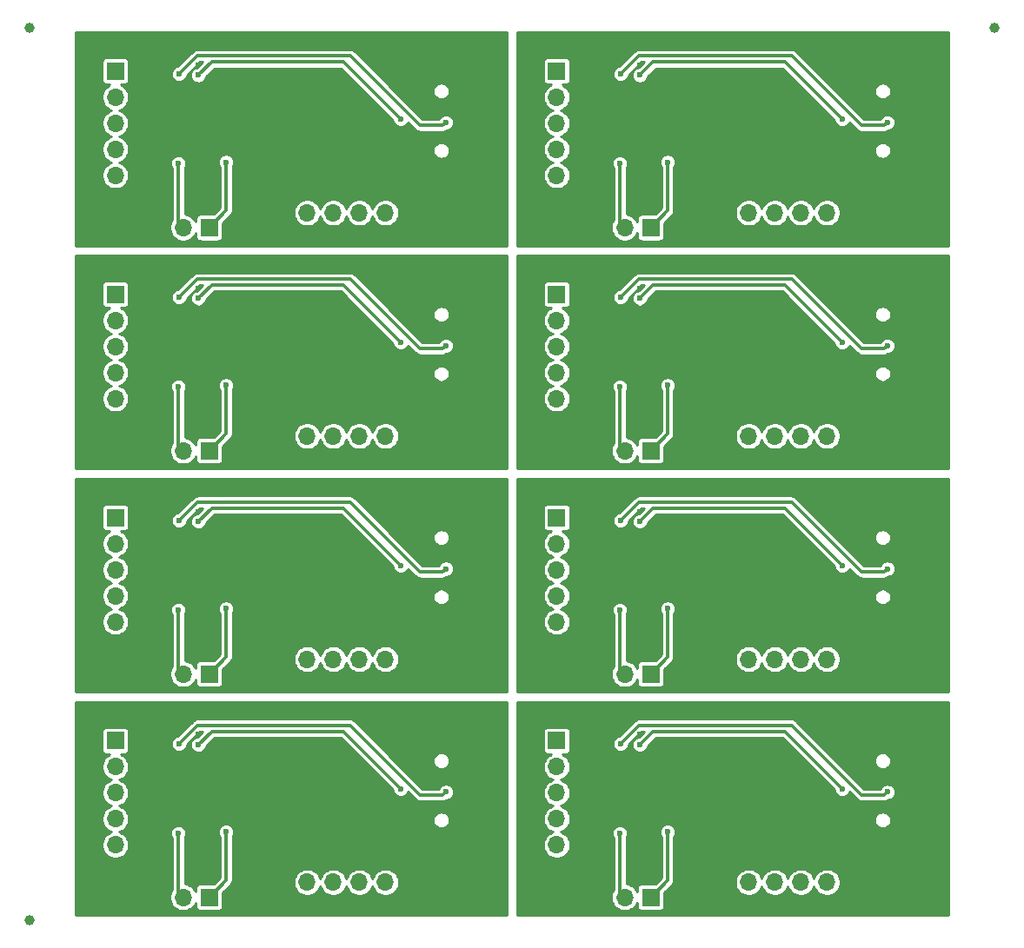
<source format=gbr>
G04 #@! TF.GenerationSoftware,KiCad,Pcbnew,5.1.7-a382d34a8~88~ubuntu20.04.1*
G04 #@! TF.CreationDate,2020-12-13T09:41:47+11:00*
G04 #@! TF.ProjectId,esp32-prog-panel,65737033-322d-4707-926f-672d70616e65,rev?*
G04 #@! TF.SameCoordinates,Original*
G04 #@! TF.FileFunction,Copper,L4,Bot*
G04 #@! TF.FilePolarity,Positive*
%FSLAX46Y46*%
G04 Gerber Fmt 4.6, Leading zero omitted, Abs format (unit mm)*
G04 Created by KiCad (PCBNEW 5.1.7-a382d34a8~88~ubuntu20.04.1) date 2020-12-13 09:41:47*
%MOMM*%
%LPD*%
G01*
G04 APERTURE LIST*
G04 #@! TA.AperFunction,SMDPad,CuDef*
%ADD10C,1.000000*%
G04 #@! TD*
G04 #@! TA.AperFunction,ComponentPad*
%ADD11O,1.600000X1.000000*%
G04 #@! TD*
G04 #@! TA.AperFunction,ComponentPad*
%ADD12O,2.100000X1.000000*%
G04 #@! TD*
G04 #@! TA.AperFunction,ComponentPad*
%ADD13R,1.700000X1.700000*%
G04 #@! TD*
G04 #@! TA.AperFunction,ComponentPad*
%ADD14O,1.700000X1.700000*%
G04 #@! TD*
G04 #@! TA.AperFunction,ViaPad*
%ADD15C,0.600000*%
G04 #@! TD*
G04 #@! TA.AperFunction,Conductor*
%ADD16C,0.300000*%
G04 #@! TD*
G04 #@! TA.AperFunction,Conductor*
%ADD17C,0.254000*%
G04 #@! TD*
G04 #@! TA.AperFunction,Conductor*
%ADD18C,0.100000*%
G04 #@! TD*
G04 APERTURE END LIST*
D10*
X46000012Y-137000024D03*
X140000012Y-50000024D03*
X46000012Y-50000024D03*
D11*
X132750013Y-120030037D03*
X132750013Y-128670037D03*
D12*
X128570013Y-128670037D03*
X128570013Y-120030037D03*
D13*
X97350013Y-119500037D03*
D14*
X97350013Y-122040037D03*
X97350013Y-124580037D03*
X97350013Y-127120037D03*
X97350013Y-129660037D03*
X97350013Y-132200037D03*
D13*
X128750013Y-133300037D03*
D14*
X126210013Y-133300037D03*
X123670013Y-133300037D03*
X121130013Y-133300037D03*
X118590013Y-133300037D03*
X116050013Y-133300037D03*
X103960013Y-134750037D03*
D13*
X106500013Y-134750037D03*
D11*
X89750001Y-120030037D03*
X89750001Y-128670037D03*
D12*
X85570001Y-128670037D03*
X85570001Y-120030037D03*
D13*
X54350001Y-119500037D03*
D14*
X54350001Y-122040037D03*
X54350001Y-124580037D03*
X54350001Y-127120037D03*
X54350001Y-129660037D03*
X54350001Y-132200037D03*
D13*
X85750001Y-133300037D03*
D14*
X83210001Y-133300037D03*
X80670001Y-133300037D03*
X78130001Y-133300037D03*
X75590001Y-133300037D03*
X73050001Y-133300037D03*
X60960001Y-134750037D03*
D13*
X63500001Y-134750037D03*
D11*
X132750013Y-98280025D03*
X132750013Y-106920025D03*
D12*
X128570013Y-106920025D03*
X128570013Y-98280025D03*
D13*
X97350013Y-97750025D03*
D14*
X97350013Y-100290025D03*
X97350013Y-102830025D03*
X97350013Y-105370025D03*
X97350013Y-107910025D03*
X97350013Y-110450025D03*
D13*
X128750013Y-111550025D03*
D14*
X126210013Y-111550025D03*
X123670013Y-111550025D03*
X121130013Y-111550025D03*
X118590013Y-111550025D03*
X116050013Y-111550025D03*
X103960013Y-113000025D03*
D13*
X106500013Y-113000025D03*
D11*
X89750001Y-98280025D03*
X89750001Y-106920025D03*
D12*
X85570001Y-106920025D03*
X85570001Y-98280025D03*
D13*
X54350001Y-97750025D03*
D14*
X54350001Y-100290025D03*
X54350001Y-102830025D03*
X54350001Y-105370025D03*
X54350001Y-107910025D03*
X54350001Y-110450025D03*
D13*
X85750001Y-111550025D03*
D14*
X83210001Y-111550025D03*
X80670001Y-111550025D03*
X78130001Y-111550025D03*
X75590001Y-111550025D03*
X73050001Y-111550025D03*
X60960001Y-113000025D03*
D13*
X63500001Y-113000025D03*
D11*
X132750013Y-76530013D03*
X132750013Y-85170013D03*
D12*
X128570013Y-85170013D03*
X128570013Y-76530013D03*
D13*
X97350013Y-76000013D03*
D14*
X97350013Y-78540013D03*
X97350013Y-81080013D03*
X97350013Y-83620013D03*
X97350013Y-86160013D03*
X97350013Y-88700013D03*
D13*
X128750013Y-89800013D03*
D14*
X126210013Y-89800013D03*
X123670013Y-89800013D03*
X121130013Y-89800013D03*
X118590013Y-89800013D03*
X116050013Y-89800013D03*
X103960013Y-91250013D03*
D13*
X106500013Y-91250013D03*
D11*
X89750001Y-76530013D03*
X89750001Y-85170013D03*
D12*
X85570001Y-85170013D03*
X85570001Y-76530013D03*
D13*
X54350001Y-76000013D03*
D14*
X54350001Y-78540013D03*
X54350001Y-81080013D03*
X54350001Y-83620013D03*
X54350001Y-86160013D03*
X54350001Y-88700013D03*
D13*
X85750001Y-89800013D03*
D14*
X83210001Y-89800013D03*
X80670001Y-89800013D03*
X78130001Y-89800013D03*
X75590001Y-89800013D03*
X73050001Y-89800013D03*
X60960001Y-91250013D03*
D13*
X63500001Y-91250013D03*
D11*
X132750013Y-54780001D03*
X132750013Y-63420001D03*
D12*
X128570013Y-63420001D03*
X128570013Y-54780001D03*
D13*
X97350013Y-54250001D03*
D14*
X97350013Y-56790001D03*
X97350013Y-59330001D03*
X97350013Y-61870001D03*
X97350013Y-64410001D03*
X97350013Y-66950001D03*
D13*
X128750013Y-68050001D03*
D14*
X126210013Y-68050001D03*
X123670013Y-68050001D03*
X121130013Y-68050001D03*
X118590013Y-68050001D03*
X116050013Y-68050001D03*
X103960013Y-69500001D03*
D13*
X106500013Y-69500001D03*
D11*
X89750001Y-54780001D03*
X89750001Y-63420001D03*
D12*
X85570001Y-63420001D03*
X85570001Y-54780001D03*
D13*
X54350001Y-54250001D03*
D14*
X54350001Y-56790001D03*
X54350001Y-59330001D03*
X54350001Y-61870001D03*
X54350001Y-64410001D03*
X54350001Y-66950001D03*
D13*
X85750001Y-68050001D03*
D14*
X83210001Y-68050001D03*
X80670001Y-68050001D03*
X78130001Y-68050001D03*
X75590001Y-68050001D03*
X73050001Y-68050001D03*
X60960001Y-69500001D03*
D13*
X63500001Y-69500001D03*
D15*
X86550001Y-59250001D03*
X60550001Y-54550001D03*
X82150001Y-58950001D03*
X62450001Y-54650001D03*
X60500001Y-63250001D03*
X57250001Y-54000001D03*
X58750001Y-54000001D03*
X56750001Y-56250001D03*
X65750001Y-55000001D03*
X78500001Y-63000001D03*
X78500001Y-64500001D03*
X78500001Y-66000001D03*
X76500001Y-66000001D03*
X80000001Y-62500001D03*
X82000001Y-61250001D03*
X73250001Y-51000001D03*
X75250001Y-51000001D03*
X77000001Y-51000001D03*
X79000001Y-51000001D03*
X80250001Y-51000001D03*
X82950001Y-54650001D03*
X81850001Y-54650001D03*
X80550001Y-54250001D03*
X82750001Y-55850001D03*
X77450001Y-55850001D03*
X73550001Y-57950001D03*
X72550001Y-57950001D03*
X73550001Y-56850001D03*
X72450001Y-56850001D03*
X71350001Y-56950001D03*
X71350001Y-60350001D03*
X72550001Y-60250001D03*
X72650001Y-61550001D03*
X71250001Y-61450001D03*
X70150001Y-62150001D03*
X71750001Y-62350001D03*
X77650001Y-62150001D03*
X77650001Y-64050001D03*
X70750001Y-54450001D03*
X71650001Y-54450001D03*
X72750001Y-54450001D03*
X70850001Y-55650001D03*
X71850001Y-55650001D03*
X72950001Y-55750001D03*
X66150001Y-58650001D03*
X67450001Y-58650001D03*
X71450001Y-65950001D03*
X72650001Y-65950001D03*
X71450001Y-67150001D03*
X70450001Y-69550001D03*
X55650001Y-69350001D03*
X54550001Y-51150001D03*
X56150001Y-51250001D03*
X57650001Y-51250001D03*
X60150001Y-51250001D03*
X62050001Y-51350001D03*
X63650001Y-51350001D03*
X65550001Y-51350001D03*
X67250001Y-51350001D03*
X69250001Y-51350001D03*
X70750001Y-51350001D03*
X71950001Y-51350001D03*
X57250001Y-54950001D03*
X58750001Y-54850001D03*
X56150001Y-55350001D03*
X56650001Y-60350001D03*
X58150001Y-60150001D03*
X59850001Y-60250001D03*
X62350001Y-60250001D03*
X63650001Y-60250001D03*
X65350001Y-59250001D03*
X68450001Y-56050001D03*
X68350001Y-54950001D03*
X67950001Y-56950001D03*
X67850001Y-54150001D03*
X51650001Y-63450001D03*
X51550001Y-65950001D03*
X53150001Y-51850001D03*
X85350001Y-51350001D03*
X88750001Y-51350001D03*
X91950001Y-51850001D03*
X91750001Y-58150001D03*
X92050001Y-64750001D03*
X91750001Y-68950001D03*
X88450001Y-68850001D03*
X90150001Y-66750001D03*
X83250001Y-64250001D03*
X82450001Y-65150001D03*
X84050001Y-65650001D03*
X82550001Y-65950001D03*
X89250001Y-56950001D03*
X89250001Y-58150001D03*
X89250001Y-59350001D03*
X89250001Y-60550001D03*
X88050001Y-61350001D03*
X87750001Y-62850001D03*
X83850001Y-54050001D03*
X55850001Y-63550001D03*
X58475001Y-63150001D03*
X57250001Y-67425001D03*
X58450001Y-68250001D03*
X56600001Y-66300001D03*
X58575001Y-69750001D03*
X62000001Y-70825001D03*
X66850001Y-68575001D03*
X67275001Y-70250001D03*
X66300001Y-70725001D03*
X65875001Y-69575001D03*
X68625001Y-69300001D03*
X68975001Y-67625001D03*
X69125001Y-66550001D03*
X67575001Y-63625001D03*
X61075001Y-60225001D03*
X82825001Y-51100001D03*
X87675001Y-51550001D03*
X88850001Y-52875001D03*
X90400001Y-52100001D03*
X90750001Y-51075001D03*
X80325001Y-58800001D03*
X78550001Y-58800001D03*
X77500001Y-58825001D03*
X78675001Y-61800001D03*
X81025001Y-61950001D03*
X59125001Y-65050001D03*
X66125001Y-65075001D03*
X62875001Y-64000001D03*
X52725001Y-70175001D03*
X57100001Y-70075001D03*
X74000001Y-70775001D03*
X75775001Y-70825001D03*
X77575001Y-70725001D03*
X79575001Y-70675001D03*
X81500001Y-70725001D03*
X87350001Y-65875001D03*
X85570001Y-65605001D03*
X85275001Y-70450001D03*
X86900001Y-70500001D03*
X89275001Y-70375001D03*
X90800001Y-70325001D03*
X90125001Y-68675001D03*
X91625001Y-67175001D03*
X88350001Y-66925001D03*
X89275001Y-65375001D03*
X91000001Y-65500001D03*
X91550001Y-61825001D03*
X91625001Y-60425001D03*
X90725001Y-60275001D03*
X90800001Y-58550001D03*
X91675001Y-56650001D03*
X92075001Y-54825001D03*
X53875001Y-69125001D03*
X51550001Y-51250001D03*
X56775001Y-58675001D03*
X58375001Y-58650001D03*
X60325001Y-58700001D03*
X61750001Y-58700001D03*
X63200001Y-58700001D03*
X55600001Y-60700001D03*
X56725001Y-61450001D03*
X52400001Y-56550001D03*
X52400001Y-59550001D03*
X52375001Y-62100001D03*
X52450001Y-64775001D03*
X52325001Y-67375001D03*
X54550001Y-70325001D03*
X56150001Y-68225001D03*
X57200001Y-68850001D03*
X69150001Y-70525001D03*
X68025001Y-68375001D03*
X71300001Y-70700001D03*
X72600001Y-70750001D03*
X58875001Y-51250001D03*
X52400001Y-53950001D03*
X84050001Y-51275001D03*
X81550001Y-51225001D03*
X86500001Y-51525001D03*
X89325001Y-52075001D03*
X91575001Y-53025001D03*
X90275001Y-53125001D03*
X90450001Y-57050001D03*
X89925001Y-61400001D03*
X91850001Y-63300001D03*
X87725001Y-64200001D03*
X75175001Y-65650001D03*
X68525001Y-63850001D03*
X79275001Y-65175001D03*
X79475001Y-63825001D03*
X77575001Y-65475001D03*
X71650001Y-58150001D03*
X56150001Y-54250001D03*
X67850001Y-60660001D03*
X62400001Y-53660001D03*
X77500001Y-57110001D03*
X77480001Y-60160001D03*
X77630001Y-61160001D03*
X83480001Y-70210001D03*
X53000001Y-60710001D03*
X52940001Y-58120001D03*
X52940001Y-63290001D03*
X52880001Y-65940001D03*
X51430001Y-69070001D03*
X52590001Y-68820001D03*
X51460001Y-70490001D03*
X55650001Y-65820001D03*
X65150001Y-63125001D03*
X129550013Y-59250001D03*
X103550013Y-54550001D03*
X125150013Y-58950001D03*
X105450013Y-54650001D03*
X103500013Y-63250001D03*
X100250013Y-54000001D03*
X101750013Y-54000001D03*
X99750013Y-56250001D03*
X108750013Y-55000001D03*
X121500013Y-63000001D03*
X121500013Y-64500001D03*
X121500013Y-66000001D03*
X119500013Y-66000001D03*
X123000013Y-62500001D03*
X125000013Y-61250001D03*
X116250013Y-51000001D03*
X118250013Y-51000001D03*
X120000013Y-51000001D03*
X122000013Y-51000001D03*
X123250013Y-51000001D03*
X125950013Y-54650001D03*
X124850013Y-54650001D03*
X123550013Y-54250001D03*
X125750013Y-55850001D03*
X120450013Y-55850001D03*
X116550013Y-57950001D03*
X115550013Y-57950001D03*
X116550013Y-56850001D03*
X115450013Y-56850001D03*
X114350013Y-56950001D03*
X114350013Y-60350001D03*
X115550013Y-60250001D03*
X115650013Y-61550001D03*
X114250013Y-61450001D03*
X113150013Y-62150001D03*
X114750013Y-62350001D03*
X120650013Y-62150001D03*
X120650013Y-64050001D03*
X113750013Y-54450001D03*
X114650013Y-54450001D03*
X115750013Y-54450001D03*
X113850013Y-55650001D03*
X114850013Y-55650001D03*
X115950013Y-55750001D03*
X109150013Y-58650001D03*
X110450013Y-58650001D03*
X114450013Y-65950001D03*
X115650013Y-65950001D03*
X114450013Y-67150001D03*
X113450013Y-69550001D03*
X98650013Y-69350001D03*
X97550013Y-51150001D03*
X99150013Y-51250001D03*
X100650013Y-51250001D03*
X103150013Y-51250001D03*
X105050013Y-51350001D03*
X106650013Y-51350001D03*
X108550013Y-51350001D03*
X110250013Y-51350001D03*
X112250013Y-51350001D03*
X113750013Y-51350001D03*
X114950013Y-51350001D03*
X100250013Y-54950001D03*
X101750013Y-54850001D03*
X99150013Y-55350001D03*
X99650013Y-60350001D03*
X101150013Y-60150001D03*
X102850013Y-60250001D03*
X105350013Y-60250001D03*
X106650013Y-60250001D03*
X108350013Y-59250001D03*
X111450013Y-56050001D03*
X111350013Y-54950001D03*
X110950013Y-56950001D03*
X110850013Y-54150001D03*
X94650013Y-63450001D03*
X94550013Y-65950001D03*
X96150013Y-51850001D03*
X128350013Y-51350001D03*
X131750013Y-51350001D03*
X134950013Y-51850001D03*
X134750013Y-58150001D03*
X135050013Y-64750001D03*
X134750013Y-68950001D03*
X131450013Y-68850001D03*
X133150013Y-66750001D03*
X126250013Y-64250001D03*
X125450013Y-65150001D03*
X127050013Y-65650001D03*
X125550013Y-65950001D03*
X132250013Y-56950001D03*
X132250013Y-58150001D03*
X132250013Y-59350001D03*
X132250013Y-60550001D03*
X131050013Y-61350001D03*
X130750013Y-62850001D03*
X126850013Y-54050001D03*
X98850013Y-63550001D03*
X101475013Y-63150001D03*
X100250013Y-67425001D03*
X101450013Y-68250001D03*
X99600013Y-66300001D03*
X101575013Y-69750001D03*
X105000013Y-70825001D03*
X109850013Y-68575001D03*
X110275013Y-70250001D03*
X109300013Y-70725001D03*
X108875013Y-69575001D03*
X111625013Y-69300001D03*
X111975013Y-67625001D03*
X112125013Y-66550001D03*
X110575013Y-63625001D03*
X104075013Y-60225001D03*
X125825013Y-51100001D03*
X130675013Y-51550001D03*
X131850013Y-52875001D03*
X133400013Y-52100001D03*
X133750013Y-51075001D03*
X123325013Y-58800001D03*
X121550013Y-58800001D03*
X120500013Y-58825001D03*
X121675013Y-61800001D03*
X124025013Y-61950001D03*
X102125013Y-65050001D03*
X109125013Y-65075001D03*
X105875013Y-64000001D03*
X95725013Y-70175001D03*
X100100013Y-70075001D03*
X117000013Y-70775001D03*
X118775013Y-70825001D03*
X120575013Y-70725001D03*
X122575013Y-70675001D03*
X124500013Y-70725001D03*
X130350013Y-65875001D03*
X128570013Y-65605001D03*
X128275013Y-70450001D03*
X129900013Y-70500001D03*
X132275013Y-70375001D03*
X133800013Y-70325001D03*
X133125013Y-68675001D03*
X134625013Y-67175001D03*
X131350013Y-66925001D03*
X132275013Y-65375001D03*
X134000013Y-65500001D03*
X134550013Y-61825001D03*
X134625013Y-60425001D03*
X133725013Y-60275001D03*
X133800013Y-58550001D03*
X134675013Y-56650001D03*
X135075013Y-54825001D03*
X96875013Y-69125001D03*
X94550013Y-51250001D03*
X99775013Y-58675001D03*
X101375013Y-58650001D03*
X103325013Y-58700001D03*
X104750013Y-58700001D03*
X106200013Y-58700001D03*
X98600013Y-60700001D03*
X99725013Y-61450001D03*
X95400013Y-56550001D03*
X95400013Y-59550001D03*
X95375013Y-62100001D03*
X95450013Y-64775001D03*
X95325013Y-67375001D03*
X97550013Y-70325001D03*
X99150013Y-68225001D03*
X100200013Y-68850001D03*
X112150013Y-70525001D03*
X111025013Y-68375001D03*
X114300013Y-70700001D03*
X115600013Y-70750001D03*
X101875013Y-51250001D03*
X95400013Y-53950001D03*
X127050013Y-51275001D03*
X124550013Y-51225001D03*
X129500013Y-51525001D03*
X132325013Y-52075001D03*
X134575013Y-53025001D03*
X133275013Y-53125001D03*
X133450013Y-57050001D03*
X132925013Y-61400001D03*
X134850013Y-63300001D03*
X130725013Y-64200001D03*
X118175013Y-65650001D03*
X111525013Y-63850001D03*
X122275013Y-65175001D03*
X122475013Y-63825001D03*
X120575013Y-65475001D03*
X114650013Y-58150001D03*
X99150013Y-54250001D03*
X110850013Y-60660001D03*
X105400013Y-53660001D03*
X120500013Y-57110001D03*
X120480013Y-60160001D03*
X120630013Y-61160001D03*
X126480013Y-70210001D03*
X96000013Y-60710001D03*
X95940013Y-58120001D03*
X95940013Y-63290001D03*
X95880013Y-65940001D03*
X94430013Y-69070001D03*
X95590013Y-68820001D03*
X94460013Y-70490001D03*
X98650013Y-65820001D03*
X108150013Y-63125001D03*
X86550001Y-81000013D03*
X60550001Y-76300013D03*
X82150001Y-80700013D03*
X62450001Y-76400013D03*
X60500001Y-85000013D03*
X57250001Y-75750013D03*
X58750001Y-75750013D03*
X56750001Y-78000013D03*
X65750001Y-76750013D03*
X78500001Y-84750013D03*
X78500001Y-86250013D03*
X78500001Y-87750013D03*
X76500001Y-87750013D03*
X80000001Y-84250013D03*
X82000001Y-83000013D03*
X73250001Y-72750013D03*
X75250001Y-72750013D03*
X77000001Y-72750013D03*
X79000001Y-72750013D03*
X80250001Y-72750013D03*
X82950001Y-76400013D03*
X81850001Y-76400013D03*
X80550001Y-76000013D03*
X82750001Y-77600013D03*
X77450001Y-77600013D03*
X73550001Y-79700013D03*
X72550001Y-79700013D03*
X73550001Y-78600013D03*
X72450001Y-78600013D03*
X71350001Y-78700013D03*
X71350001Y-82100013D03*
X72550001Y-82000013D03*
X72650001Y-83300013D03*
X71250001Y-83200013D03*
X70150001Y-83900013D03*
X71750001Y-84100013D03*
X77650001Y-83900013D03*
X77650001Y-85800013D03*
X70750001Y-76200013D03*
X71650001Y-76200013D03*
X72750001Y-76200013D03*
X70850001Y-77400013D03*
X71850001Y-77400013D03*
X72950001Y-77500013D03*
X66150001Y-80400013D03*
X67450001Y-80400013D03*
X71450001Y-87700013D03*
X72650001Y-87700013D03*
X71450001Y-88900013D03*
X70450001Y-91300013D03*
X55650001Y-91100013D03*
X54550001Y-72900013D03*
X56150001Y-73000013D03*
X57650001Y-73000013D03*
X60150001Y-73000013D03*
X62050001Y-73100013D03*
X63650001Y-73100013D03*
X65550001Y-73100013D03*
X67250001Y-73100013D03*
X69250001Y-73100013D03*
X70750001Y-73100013D03*
X71950001Y-73100013D03*
X57250001Y-76700013D03*
X58750001Y-76600013D03*
X56150001Y-77100013D03*
X56650001Y-82100013D03*
X58150001Y-81900013D03*
X59850001Y-82000013D03*
X62350001Y-82000013D03*
X63650001Y-82000013D03*
X65350001Y-81000013D03*
X68450001Y-77800013D03*
X68350001Y-76700013D03*
X67950001Y-78700013D03*
X67850001Y-75900013D03*
X51650001Y-85200013D03*
X51550001Y-87700013D03*
X53150001Y-73600013D03*
X85350001Y-73100013D03*
X88750001Y-73100013D03*
X91950001Y-73600013D03*
X91750001Y-79900013D03*
X92050001Y-86500013D03*
X91750001Y-90700013D03*
X88450001Y-90600013D03*
X90150001Y-88500013D03*
X83250001Y-86000013D03*
X82450001Y-86900013D03*
X84050001Y-87400013D03*
X82550001Y-87700013D03*
X89250001Y-78700013D03*
X89250001Y-79900013D03*
X89250001Y-81100013D03*
X89250001Y-82300013D03*
X88050001Y-83100013D03*
X87750001Y-84600013D03*
X83850001Y-75800013D03*
X55850001Y-85300013D03*
X58475001Y-84900013D03*
X57250001Y-89175013D03*
X58450001Y-90000013D03*
X56600001Y-88050013D03*
X58575001Y-91500013D03*
X62000001Y-92575013D03*
X66850001Y-90325013D03*
X67275001Y-92000013D03*
X66300001Y-92475013D03*
X65875001Y-91325013D03*
X68625001Y-91050013D03*
X68975001Y-89375013D03*
X69125001Y-88300013D03*
X67575001Y-85375013D03*
X61075001Y-81975013D03*
X82825001Y-72850013D03*
X87675001Y-73300013D03*
X88850001Y-74625013D03*
X90400001Y-73850013D03*
X90750001Y-72825013D03*
X80325001Y-80550013D03*
X78550001Y-80550013D03*
X77500001Y-80575013D03*
X78675001Y-83550013D03*
X81025001Y-83700013D03*
X59125001Y-86800013D03*
X66125001Y-86825013D03*
X62875001Y-85750013D03*
X52725001Y-91925013D03*
X57100001Y-91825013D03*
X74000001Y-92525013D03*
X75775001Y-92575013D03*
X77575001Y-92475013D03*
X79575001Y-92425013D03*
X81500001Y-92475013D03*
X87350001Y-87625013D03*
X85570001Y-87355013D03*
X85275001Y-92200013D03*
X86900001Y-92250013D03*
X89275001Y-92125013D03*
X90800001Y-92075013D03*
X90125001Y-90425013D03*
X91625001Y-88925013D03*
X88350001Y-88675013D03*
X89275001Y-87125013D03*
X91000001Y-87250013D03*
X91550001Y-83575013D03*
X91625001Y-82175013D03*
X90725001Y-82025013D03*
X90800001Y-80300013D03*
X91675001Y-78400013D03*
X92075001Y-76575013D03*
X53875001Y-90875013D03*
X51550001Y-73000013D03*
X56775001Y-80425013D03*
X58375001Y-80400013D03*
X60325001Y-80450013D03*
X61750001Y-80450013D03*
X63200001Y-80450013D03*
X55600001Y-82450013D03*
X56725001Y-83200013D03*
X52400001Y-78300013D03*
X52400001Y-81300013D03*
X52375001Y-83850013D03*
X52450001Y-86525013D03*
X52325001Y-89125013D03*
X54550001Y-92075013D03*
X56150001Y-89975013D03*
X57200001Y-90600013D03*
X69150001Y-92275013D03*
X68025001Y-90125013D03*
X71300001Y-92450013D03*
X72600001Y-92500013D03*
X58875001Y-73000013D03*
X52400001Y-75700013D03*
X84050001Y-73025013D03*
X81550001Y-72975013D03*
X86500001Y-73275013D03*
X89325001Y-73825013D03*
X91575001Y-74775013D03*
X90275001Y-74875013D03*
X90450001Y-78800013D03*
X89925001Y-83150013D03*
X91850001Y-85050013D03*
X87725001Y-85950013D03*
X75175001Y-87400013D03*
X68525001Y-85600013D03*
X79275001Y-86925013D03*
X79475001Y-85575013D03*
X77575001Y-87225013D03*
X71650001Y-79900013D03*
X56150001Y-76000013D03*
X67850001Y-82410013D03*
X62400001Y-75410013D03*
X77500001Y-78860013D03*
X77480001Y-81910013D03*
X77630001Y-82910013D03*
X83480001Y-91960013D03*
X53000001Y-82460013D03*
X52940001Y-79870013D03*
X52940001Y-85040013D03*
X52880001Y-87690013D03*
X51430001Y-90820013D03*
X52590001Y-90570013D03*
X51460001Y-92240013D03*
X55650001Y-87570013D03*
X65150001Y-84875013D03*
X129550013Y-81000013D03*
X103550013Y-76300013D03*
X125150013Y-80700013D03*
X105450013Y-76400013D03*
X103500013Y-85000013D03*
X100250013Y-75750013D03*
X101750013Y-75750013D03*
X99750013Y-78000013D03*
X108750013Y-76750013D03*
X121500013Y-84750013D03*
X121500013Y-86250013D03*
X121500013Y-87750013D03*
X119500013Y-87750013D03*
X123000013Y-84250013D03*
X125000013Y-83000013D03*
X116250013Y-72750013D03*
X118250013Y-72750013D03*
X120000013Y-72750013D03*
X122000013Y-72750013D03*
X123250013Y-72750013D03*
X125950013Y-76400013D03*
X124850013Y-76400013D03*
X123550013Y-76000013D03*
X125750013Y-77600013D03*
X120450013Y-77600013D03*
X116550013Y-79700013D03*
X115550013Y-79700013D03*
X116550013Y-78600013D03*
X115450013Y-78600013D03*
X114350013Y-78700013D03*
X114350013Y-82100013D03*
X115550013Y-82000013D03*
X115650013Y-83300013D03*
X114250013Y-83200013D03*
X113150013Y-83900013D03*
X114750013Y-84100013D03*
X120650013Y-83900013D03*
X120650013Y-85800013D03*
X113750013Y-76200013D03*
X114650013Y-76200013D03*
X115750013Y-76200013D03*
X113850013Y-77400013D03*
X114850013Y-77400013D03*
X115950013Y-77500013D03*
X109150013Y-80400013D03*
X110450013Y-80400013D03*
X114450013Y-87700013D03*
X115650013Y-87700013D03*
X114450013Y-88900013D03*
X113450013Y-91300013D03*
X98650013Y-91100013D03*
X97550013Y-72900013D03*
X99150013Y-73000013D03*
X100650013Y-73000013D03*
X103150013Y-73000013D03*
X105050013Y-73100013D03*
X106650013Y-73100013D03*
X108550013Y-73100013D03*
X110250013Y-73100013D03*
X112250013Y-73100013D03*
X113750013Y-73100013D03*
X114950013Y-73100013D03*
X100250013Y-76700013D03*
X101750013Y-76600013D03*
X99150013Y-77100013D03*
X99650013Y-82100013D03*
X101150013Y-81900013D03*
X102850013Y-82000013D03*
X105350013Y-82000013D03*
X106650013Y-82000013D03*
X108350013Y-81000013D03*
X111450013Y-77800013D03*
X111350013Y-76700013D03*
X110950013Y-78700013D03*
X110850013Y-75900013D03*
X94650013Y-85200013D03*
X94550013Y-87700013D03*
X96150013Y-73600013D03*
X128350013Y-73100013D03*
X131750013Y-73100013D03*
X134950013Y-73600013D03*
X134750013Y-79900013D03*
X135050013Y-86500013D03*
X134750013Y-90700013D03*
X131450013Y-90600013D03*
X133150013Y-88500013D03*
X126250013Y-86000013D03*
X125450013Y-86900013D03*
X127050013Y-87400013D03*
X125550013Y-87700013D03*
X132250013Y-78700013D03*
X132250013Y-79900013D03*
X132250013Y-81100013D03*
X132250013Y-82300013D03*
X131050013Y-83100013D03*
X130750013Y-84600013D03*
X126850013Y-75800013D03*
X98850013Y-85300013D03*
X101475013Y-84900013D03*
X100250013Y-89175013D03*
X101450013Y-90000013D03*
X99600013Y-88050013D03*
X101575013Y-91500013D03*
X105000013Y-92575013D03*
X109850013Y-90325013D03*
X110275013Y-92000013D03*
X109300013Y-92475013D03*
X108875013Y-91325013D03*
X111625013Y-91050013D03*
X111975013Y-89375013D03*
X112125013Y-88300013D03*
X110575013Y-85375013D03*
X104075013Y-81975013D03*
X125825013Y-72850013D03*
X130675013Y-73300013D03*
X131850013Y-74625013D03*
X133400013Y-73850013D03*
X133750013Y-72825013D03*
X123325013Y-80550013D03*
X121550013Y-80550013D03*
X120500013Y-80575013D03*
X121675013Y-83550013D03*
X124025013Y-83700013D03*
X102125013Y-86800013D03*
X109125013Y-86825013D03*
X105875013Y-85750013D03*
X95725013Y-91925013D03*
X100100013Y-91825013D03*
X117000013Y-92525013D03*
X118775013Y-92575013D03*
X120575013Y-92475013D03*
X122575013Y-92425013D03*
X124500013Y-92475013D03*
X130350013Y-87625013D03*
X128570013Y-87355013D03*
X128275013Y-92200013D03*
X129900013Y-92250013D03*
X132275013Y-92125013D03*
X133800013Y-92075013D03*
X133125013Y-90425013D03*
X134625013Y-88925013D03*
X131350013Y-88675013D03*
X132275013Y-87125013D03*
X134000013Y-87250013D03*
X134550013Y-83575013D03*
X134625013Y-82175013D03*
X133725013Y-82025013D03*
X133800013Y-80300013D03*
X134675013Y-78400013D03*
X135075013Y-76575013D03*
X96875013Y-90875013D03*
X94550013Y-73000013D03*
X99775013Y-80425013D03*
X101375013Y-80400013D03*
X103325013Y-80450013D03*
X104750013Y-80450013D03*
X106200013Y-80450013D03*
X98600013Y-82450013D03*
X99725013Y-83200013D03*
X95400013Y-78300013D03*
X95400013Y-81300013D03*
X95375013Y-83850013D03*
X95450013Y-86525013D03*
X95325013Y-89125013D03*
X97550013Y-92075013D03*
X99150013Y-89975013D03*
X100200013Y-90600013D03*
X112150013Y-92275013D03*
X111025013Y-90125013D03*
X114300013Y-92450013D03*
X115600013Y-92500013D03*
X101875013Y-73000013D03*
X95400013Y-75700013D03*
X127050013Y-73025013D03*
X124550013Y-72975013D03*
X129500013Y-73275013D03*
X132325013Y-73825013D03*
X134575013Y-74775013D03*
X133275013Y-74875013D03*
X133450013Y-78800013D03*
X132925013Y-83150013D03*
X134850013Y-85050013D03*
X130725013Y-85950013D03*
X118175013Y-87400013D03*
X111525013Y-85600013D03*
X122275013Y-86925013D03*
X122475013Y-85575013D03*
X120575013Y-87225013D03*
X114650013Y-79900013D03*
X99150013Y-76000013D03*
X110850013Y-82410013D03*
X105400013Y-75410013D03*
X120500013Y-78860013D03*
X120480013Y-81910013D03*
X120630013Y-82910013D03*
X126480013Y-91960013D03*
X96000013Y-82460013D03*
X95940013Y-79870013D03*
X95940013Y-85040013D03*
X95880013Y-87690013D03*
X94430013Y-90820013D03*
X95590013Y-90570013D03*
X94460013Y-92240013D03*
X98650013Y-87570013D03*
X108150013Y-84875013D03*
X86550001Y-102750025D03*
X60550001Y-98050025D03*
X82150001Y-102450025D03*
X62450001Y-98150025D03*
X60500001Y-106750025D03*
X57250001Y-97500025D03*
X58750001Y-97500025D03*
X56750001Y-99750025D03*
X65750001Y-98500025D03*
X78500001Y-106500025D03*
X78500001Y-108000025D03*
X78500001Y-109500025D03*
X76500001Y-109500025D03*
X80000001Y-106000025D03*
X82000001Y-104750025D03*
X73250001Y-94500025D03*
X75250001Y-94500025D03*
X77000001Y-94500025D03*
X79000001Y-94500025D03*
X80250001Y-94500025D03*
X82950001Y-98150025D03*
X81850001Y-98150025D03*
X80550001Y-97750025D03*
X82750001Y-99350025D03*
X77450001Y-99350025D03*
X73550001Y-101450025D03*
X72550001Y-101450025D03*
X73550001Y-100350025D03*
X72450001Y-100350025D03*
X71350001Y-100450025D03*
X71350001Y-103850025D03*
X72550001Y-103750025D03*
X72650001Y-105050025D03*
X71250001Y-104950025D03*
X70150001Y-105650025D03*
X71750001Y-105850025D03*
X77650001Y-105650025D03*
X77650001Y-107550025D03*
X70750001Y-97950025D03*
X71650001Y-97950025D03*
X72750001Y-97950025D03*
X70850001Y-99150025D03*
X71850001Y-99150025D03*
X72950001Y-99250025D03*
X66150001Y-102150025D03*
X67450001Y-102150025D03*
X71450001Y-109450025D03*
X72650001Y-109450025D03*
X71450001Y-110650025D03*
X70450001Y-113050025D03*
X55650001Y-112850025D03*
X54550001Y-94650025D03*
X56150001Y-94750025D03*
X57650001Y-94750025D03*
X60150001Y-94750025D03*
X62050001Y-94850025D03*
X63650001Y-94850025D03*
X65550001Y-94850025D03*
X67250001Y-94850025D03*
X69250001Y-94850025D03*
X70750001Y-94850025D03*
X71950001Y-94850025D03*
X57250001Y-98450025D03*
X58750001Y-98350025D03*
X56150001Y-98850025D03*
X56650001Y-103850025D03*
X58150001Y-103650025D03*
X59850001Y-103750025D03*
X62350001Y-103750025D03*
X63650001Y-103750025D03*
X65350001Y-102750025D03*
X68450001Y-99550025D03*
X68350001Y-98450025D03*
X67950001Y-100450025D03*
X67850001Y-97650025D03*
X51650001Y-106950025D03*
X51550001Y-109450025D03*
X53150001Y-95350025D03*
X85350001Y-94850025D03*
X88750001Y-94850025D03*
X91950001Y-95350025D03*
X91750001Y-101650025D03*
X92050001Y-108250025D03*
X91750001Y-112450025D03*
X88450001Y-112350025D03*
X90150001Y-110250025D03*
X83250001Y-107750025D03*
X82450001Y-108650025D03*
X84050001Y-109150025D03*
X82550001Y-109450025D03*
X89250001Y-100450025D03*
X89250001Y-101650025D03*
X89250001Y-102850025D03*
X89250001Y-104050025D03*
X88050001Y-104850025D03*
X87750001Y-106350025D03*
X83850001Y-97550025D03*
X55850001Y-107050025D03*
X58475001Y-106650025D03*
X57250001Y-110925025D03*
X58450001Y-111750025D03*
X56600001Y-109800025D03*
X58575001Y-113250025D03*
X62000001Y-114325025D03*
X66850001Y-112075025D03*
X67275001Y-113750025D03*
X66300001Y-114225025D03*
X65875001Y-113075025D03*
X68625001Y-112800025D03*
X68975001Y-111125025D03*
X69125001Y-110050025D03*
X67575001Y-107125025D03*
X61075001Y-103725025D03*
X82825001Y-94600025D03*
X87675001Y-95050025D03*
X88850001Y-96375025D03*
X90400001Y-95600025D03*
X90750001Y-94575025D03*
X80325001Y-102300025D03*
X78550001Y-102300025D03*
X77500001Y-102325025D03*
X78675001Y-105300025D03*
X81025001Y-105450025D03*
X59125001Y-108550025D03*
X66125001Y-108575025D03*
X62875001Y-107500025D03*
X52725001Y-113675025D03*
X57100001Y-113575025D03*
X74000001Y-114275025D03*
X75775001Y-114325025D03*
X77575001Y-114225025D03*
X79575001Y-114175025D03*
X81500001Y-114225025D03*
X87350001Y-109375025D03*
X85570001Y-109105025D03*
X85275001Y-113950025D03*
X86900001Y-114000025D03*
X89275001Y-113875025D03*
X90800001Y-113825025D03*
X90125001Y-112175025D03*
X91625001Y-110675025D03*
X88350001Y-110425025D03*
X89275001Y-108875025D03*
X91000001Y-109000025D03*
X91550001Y-105325025D03*
X91625001Y-103925025D03*
X90725001Y-103775025D03*
X90800001Y-102050025D03*
X91675001Y-100150025D03*
X92075001Y-98325025D03*
X53875001Y-112625025D03*
X51550001Y-94750025D03*
X56775001Y-102175025D03*
X58375001Y-102150025D03*
X60325001Y-102200025D03*
X61750001Y-102200025D03*
X63200001Y-102200025D03*
X55600001Y-104200025D03*
X56725001Y-104950025D03*
X52400001Y-100050025D03*
X52400001Y-103050025D03*
X52375001Y-105600025D03*
X52450001Y-108275025D03*
X52325001Y-110875025D03*
X54550001Y-113825025D03*
X56150001Y-111725025D03*
X57200001Y-112350025D03*
X69150001Y-114025025D03*
X68025001Y-111875025D03*
X71300001Y-114200025D03*
X72600001Y-114250025D03*
X58875001Y-94750025D03*
X52400001Y-97450025D03*
X84050001Y-94775025D03*
X81550001Y-94725025D03*
X86500001Y-95025025D03*
X89325001Y-95575025D03*
X91575001Y-96525025D03*
X90275001Y-96625025D03*
X90450001Y-100550025D03*
X89925001Y-104900025D03*
X91850001Y-106800025D03*
X87725001Y-107700025D03*
X75175001Y-109150025D03*
X68525001Y-107350025D03*
X79275001Y-108675025D03*
X79475001Y-107325025D03*
X77575001Y-108975025D03*
X71650001Y-101650025D03*
X56150001Y-97750025D03*
X67850001Y-104160025D03*
X62400001Y-97160025D03*
X77500001Y-100610025D03*
X77480001Y-103660025D03*
X77630001Y-104660025D03*
X83480001Y-113710025D03*
X53000001Y-104210025D03*
X52940001Y-101620025D03*
X52940001Y-106790025D03*
X52880001Y-109440025D03*
X51430001Y-112570025D03*
X52590001Y-112320025D03*
X51460001Y-113990025D03*
X55650001Y-109320025D03*
X65150001Y-106625025D03*
X129550013Y-102750025D03*
X103550013Y-98050025D03*
X125150013Y-102450025D03*
X105450013Y-98150025D03*
X103500013Y-106750025D03*
X100250013Y-97500025D03*
X101750013Y-97500025D03*
X99750013Y-99750025D03*
X108750013Y-98500025D03*
X121500013Y-106500025D03*
X121500013Y-108000025D03*
X121500013Y-109500025D03*
X119500013Y-109500025D03*
X123000013Y-106000025D03*
X125000013Y-104750025D03*
X116250013Y-94500025D03*
X118250013Y-94500025D03*
X120000013Y-94500025D03*
X122000013Y-94500025D03*
X123250013Y-94500025D03*
X125950013Y-98150025D03*
X124850013Y-98150025D03*
X123550013Y-97750025D03*
X125750013Y-99350025D03*
X120450013Y-99350025D03*
X116550013Y-101450025D03*
X115550013Y-101450025D03*
X116550013Y-100350025D03*
X115450013Y-100350025D03*
X114350013Y-100450025D03*
X114350013Y-103850025D03*
X115550013Y-103750025D03*
X115650013Y-105050025D03*
X114250013Y-104950025D03*
X113150013Y-105650025D03*
X114750013Y-105850025D03*
X120650013Y-105650025D03*
X120650013Y-107550025D03*
X113750013Y-97950025D03*
X114650013Y-97950025D03*
X115750013Y-97950025D03*
X113850013Y-99150025D03*
X114850013Y-99150025D03*
X115950013Y-99250025D03*
X109150013Y-102150025D03*
X110450013Y-102150025D03*
X114450013Y-109450025D03*
X115650013Y-109450025D03*
X114450013Y-110650025D03*
X113450013Y-113050025D03*
X98650013Y-112850025D03*
X97550013Y-94650025D03*
X99150013Y-94750025D03*
X100650013Y-94750025D03*
X103150013Y-94750025D03*
X105050013Y-94850025D03*
X106650013Y-94850025D03*
X108550013Y-94850025D03*
X110250013Y-94850025D03*
X112250013Y-94850025D03*
X113750013Y-94850025D03*
X114950013Y-94850025D03*
X100250013Y-98450025D03*
X101750013Y-98350025D03*
X99150013Y-98850025D03*
X99650013Y-103850025D03*
X101150013Y-103650025D03*
X102850013Y-103750025D03*
X105350013Y-103750025D03*
X106650013Y-103750025D03*
X108350013Y-102750025D03*
X111450013Y-99550025D03*
X111350013Y-98450025D03*
X110950013Y-100450025D03*
X110850013Y-97650025D03*
X94650013Y-106950025D03*
X94550013Y-109450025D03*
X96150013Y-95350025D03*
X128350013Y-94850025D03*
X131750013Y-94850025D03*
X134950013Y-95350025D03*
X134750013Y-101650025D03*
X135050013Y-108250025D03*
X134750013Y-112450025D03*
X131450013Y-112350025D03*
X133150013Y-110250025D03*
X126250013Y-107750025D03*
X125450013Y-108650025D03*
X127050013Y-109150025D03*
X125550013Y-109450025D03*
X132250013Y-100450025D03*
X132250013Y-101650025D03*
X132250013Y-102850025D03*
X132250013Y-104050025D03*
X131050013Y-104850025D03*
X130750013Y-106350025D03*
X126850013Y-97550025D03*
X98850013Y-107050025D03*
X101475013Y-106650025D03*
X100250013Y-110925025D03*
X101450013Y-111750025D03*
X99600013Y-109800025D03*
X101575013Y-113250025D03*
X105000013Y-114325025D03*
X109850013Y-112075025D03*
X110275013Y-113750025D03*
X109300013Y-114225025D03*
X108875013Y-113075025D03*
X111625013Y-112800025D03*
X111975013Y-111125025D03*
X112125013Y-110050025D03*
X110575013Y-107125025D03*
X104075013Y-103725025D03*
X125825013Y-94600025D03*
X130675013Y-95050025D03*
X131850013Y-96375025D03*
X133400013Y-95600025D03*
X133750013Y-94575025D03*
X123325013Y-102300025D03*
X121550013Y-102300025D03*
X120500013Y-102325025D03*
X121675013Y-105300025D03*
X124025013Y-105450025D03*
X102125013Y-108550025D03*
X109125013Y-108575025D03*
X105875013Y-107500025D03*
X95725013Y-113675025D03*
X100100013Y-113575025D03*
X117000013Y-114275025D03*
X118775013Y-114325025D03*
X120575013Y-114225025D03*
X122575013Y-114175025D03*
X124500013Y-114225025D03*
X130350013Y-109375025D03*
X128570013Y-109105025D03*
X128275013Y-113950025D03*
X129900013Y-114000025D03*
X132275013Y-113875025D03*
X133800013Y-113825025D03*
X133125013Y-112175025D03*
X134625013Y-110675025D03*
X131350013Y-110425025D03*
X132275013Y-108875025D03*
X134000013Y-109000025D03*
X134550013Y-105325025D03*
X134625013Y-103925025D03*
X133725013Y-103775025D03*
X133800013Y-102050025D03*
X134675013Y-100150025D03*
X135075013Y-98325025D03*
X96875013Y-112625025D03*
X94550013Y-94750025D03*
X99775013Y-102175025D03*
X101375013Y-102150025D03*
X103325013Y-102200025D03*
X104750013Y-102200025D03*
X106200013Y-102200025D03*
X98600013Y-104200025D03*
X99725013Y-104950025D03*
X95400013Y-100050025D03*
X95400013Y-103050025D03*
X95375013Y-105600025D03*
X95450013Y-108275025D03*
X95325013Y-110875025D03*
X97550013Y-113825025D03*
X99150013Y-111725025D03*
X100200013Y-112350025D03*
X112150013Y-114025025D03*
X111025013Y-111875025D03*
X114300013Y-114200025D03*
X115600013Y-114250025D03*
X101875013Y-94750025D03*
X95400013Y-97450025D03*
X127050013Y-94775025D03*
X124550013Y-94725025D03*
X129500013Y-95025025D03*
X132325013Y-95575025D03*
X134575013Y-96525025D03*
X133275013Y-96625025D03*
X133450013Y-100550025D03*
X132925013Y-104900025D03*
X134850013Y-106800025D03*
X130725013Y-107700025D03*
X118175013Y-109150025D03*
X111525013Y-107350025D03*
X122275013Y-108675025D03*
X122475013Y-107325025D03*
X120575013Y-108975025D03*
X114650013Y-101650025D03*
X99150013Y-97750025D03*
X110850013Y-104160025D03*
X105400013Y-97160025D03*
X120500013Y-100610025D03*
X120480013Y-103660025D03*
X120630013Y-104660025D03*
X126480013Y-113710025D03*
X96000013Y-104210025D03*
X95940013Y-101620025D03*
X95940013Y-106790025D03*
X95880013Y-109440025D03*
X94430013Y-112570025D03*
X95590013Y-112320025D03*
X94460013Y-113990025D03*
X98650013Y-109320025D03*
X108150013Y-106625025D03*
X86550001Y-124500037D03*
X60550001Y-119800037D03*
X82150001Y-124200037D03*
X62450001Y-119900037D03*
X60500001Y-128500037D03*
X57250001Y-119250037D03*
X58750001Y-119250037D03*
X56750001Y-121500037D03*
X65750001Y-120250037D03*
X78500001Y-128250037D03*
X78500001Y-129750037D03*
X78500001Y-131250037D03*
X76500001Y-131250037D03*
X80000001Y-127750037D03*
X82000001Y-126500037D03*
X73250001Y-116250037D03*
X75250001Y-116250037D03*
X77000001Y-116250037D03*
X79000001Y-116250037D03*
X80250001Y-116250037D03*
X82950001Y-119900037D03*
X81850001Y-119900037D03*
X80550001Y-119500037D03*
X82750001Y-121100037D03*
X77450001Y-121100037D03*
X73550001Y-123200037D03*
X72550001Y-123200037D03*
X73550001Y-122100037D03*
X72450001Y-122100037D03*
X71350001Y-122200037D03*
X71350001Y-125600037D03*
X72550001Y-125500037D03*
X72650001Y-126800037D03*
X71250001Y-126700037D03*
X70150001Y-127400037D03*
X71750001Y-127600037D03*
X77650001Y-127400037D03*
X77650001Y-129300037D03*
X70750001Y-119700037D03*
X71650001Y-119700037D03*
X72750001Y-119700037D03*
X70850001Y-120900037D03*
X71850001Y-120900037D03*
X72950001Y-121000037D03*
X66150001Y-123900037D03*
X67450001Y-123900037D03*
X71450001Y-131200037D03*
X72650001Y-131200037D03*
X71450001Y-132400037D03*
X70450001Y-134800037D03*
X55650001Y-134600037D03*
X54550001Y-116400037D03*
X56150001Y-116500037D03*
X57650001Y-116500037D03*
X60150001Y-116500037D03*
X62050001Y-116600037D03*
X63650001Y-116600037D03*
X65550001Y-116600037D03*
X67250001Y-116600037D03*
X69250001Y-116600037D03*
X70750001Y-116600037D03*
X71950001Y-116600037D03*
X57250001Y-120200037D03*
X58750001Y-120100037D03*
X56150001Y-120600037D03*
X56650001Y-125600037D03*
X58150001Y-125400037D03*
X59850001Y-125500037D03*
X62350001Y-125500037D03*
X63650001Y-125500037D03*
X65350001Y-124500037D03*
X68450001Y-121300037D03*
X68350001Y-120200037D03*
X67950001Y-122200037D03*
X67850001Y-119400037D03*
X51650001Y-128700037D03*
X51550001Y-131200037D03*
X53150001Y-117100037D03*
X85350001Y-116600037D03*
X88750001Y-116600037D03*
X91950001Y-117100037D03*
X91750001Y-123400037D03*
X92050001Y-130000037D03*
X91750001Y-134200037D03*
X88450001Y-134100037D03*
X90150001Y-132000037D03*
X83250001Y-129500037D03*
X82450001Y-130400037D03*
X84050001Y-130900037D03*
X82550001Y-131200037D03*
X89250001Y-122200037D03*
X89250001Y-123400037D03*
X89250001Y-124600037D03*
X89250001Y-125800037D03*
X88050001Y-126600037D03*
X87750001Y-128100037D03*
X83850001Y-119300037D03*
X55850001Y-128800037D03*
X58475001Y-128400037D03*
X57250001Y-132675037D03*
X58450001Y-133500037D03*
X56600001Y-131550037D03*
X58575001Y-135000037D03*
X62000001Y-136075037D03*
X66850001Y-133825037D03*
X67275001Y-135500037D03*
X66300001Y-135975037D03*
X65875001Y-134825037D03*
X68625001Y-134550037D03*
X68975001Y-132875037D03*
X69125001Y-131800037D03*
X67575001Y-128875037D03*
X61075001Y-125475037D03*
X82825001Y-116350037D03*
X87675001Y-116800037D03*
X88850001Y-118125037D03*
X90400001Y-117350037D03*
X90750001Y-116325037D03*
X80325001Y-124050037D03*
X78550001Y-124050037D03*
X77500001Y-124075037D03*
X78675001Y-127050037D03*
X81025001Y-127200037D03*
X59125001Y-130300037D03*
X66125001Y-130325037D03*
X62875001Y-129250037D03*
X52725001Y-135425037D03*
X57100001Y-135325037D03*
X74000001Y-136025037D03*
X75775001Y-136075037D03*
X77575001Y-135975037D03*
X79575001Y-135925037D03*
X81500001Y-135975037D03*
X87350001Y-131125037D03*
X85570001Y-130855037D03*
X85275001Y-135700037D03*
X86900001Y-135750037D03*
X89275001Y-135625037D03*
X90800001Y-135575037D03*
X90125001Y-133925037D03*
X91625001Y-132425037D03*
X88350001Y-132175037D03*
X89275001Y-130625037D03*
X91000001Y-130750037D03*
X91550001Y-127075037D03*
X91625001Y-125675037D03*
X90725001Y-125525037D03*
X90800001Y-123800037D03*
X91675001Y-121900037D03*
X92075001Y-120075037D03*
X53875001Y-134375037D03*
X51550001Y-116500037D03*
X56775001Y-123925037D03*
X58375001Y-123900037D03*
X60325001Y-123950037D03*
X61750001Y-123950037D03*
X63200001Y-123950037D03*
X55600001Y-125950037D03*
X56725001Y-126700037D03*
X52400001Y-121800037D03*
X52400001Y-124800037D03*
X52375001Y-127350037D03*
X52450001Y-130025037D03*
X52325001Y-132625037D03*
X54550001Y-135575037D03*
X56150001Y-133475037D03*
X57200001Y-134100037D03*
X69150001Y-135775037D03*
X68025001Y-133625037D03*
X71300001Y-135950037D03*
X72600001Y-136000037D03*
X58875001Y-116500037D03*
X52400001Y-119200037D03*
X84050001Y-116525037D03*
X81550001Y-116475037D03*
X86500001Y-116775037D03*
X89325001Y-117325037D03*
X91575001Y-118275037D03*
X90275001Y-118375037D03*
X90450001Y-122300037D03*
X89925001Y-126650037D03*
X91850001Y-128550037D03*
X87725001Y-129450037D03*
X75175001Y-130900037D03*
X68525001Y-129100037D03*
X79275001Y-130425037D03*
X79475001Y-129075037D03*
X77575001Y-130725037D03*
X71650001Y-123400037D03*
X56150001Y-119500037D03*
X67850001Y-125910037D03*
X62400001Y-118910037D03*
X77500001Y-122360037D03*
X77480001Y-125410037D03*
X77630001Y-126410037D03*
X83480001Y-135460037D03*
X53000001Y-125960037D03*
X52940001Y-123370037D03*
X52940001Y-128540037D03*
X52880001Y-131190037D03*
X51430001Y-134320037D03*
X52590001Y-134070037D03*
X51460001Y-135740037D03*
X55650001Y-131070037D03*
X65150001Y-128375037D03*
X129550013Y-124500037D03*
X103550013Y-119800037D03*
X125150013Y-124200037D03*
X105450013Y-119900037D03*
X103500013Y-128500037D03*
X100250013Y-119250037D03*
X101750013Y-119250037D03*
X99750013Y-121500037D03*
X108750013Y-120250037D03*
X121500013Y-128250037D03*
X121500013Y-129750037D03*
X121500013Y-131250037D03*
X119500013Y-131250037D03*
X123000013Y-127750037D03*
X125000013Y-126500037D03*
X116250013Y-116250037D03*
X118250013Y-116250037D03*
X120000013Y-116250037D03*
X122000013Y-116250037D03*
X123250013Y-116250037D03*
X125950013Y-119900037D03*
X124850013Y-119900037D03*
X123550013Y-119500037D03*
X125750013Y-121100037D03*
X120450013Y-121100037D03*
X116550013Y-123200037D03*
X115550013Y-123200037D03*
X116550013Y-122100037D03*
X115450013Y-122100037D03*
X114350013Y-122200037D03*
X114350013Y-125600037D03*
X115550013Y-125500037D03*
X115650013Y-126800037D03*
X114250013Y-126700037D03*
X113150013Y-127400037D03*
X114750013Y-127600037D03*
X120650013Y-127400037D03*
X120650013Y-129300037D03*
X113750013Y-119700037D03*
X114650013Y-119700037D03*
X115750013Y-119700037D03*
X113850013Y-120900037D03*
X114850013Y-120900037D03*
X115950013Y-121000037D03*
X109150013Y-123900037D03*
X110450013Y-123900037D03*
X114450013Y-131200037D03*
X115650013Y-131200037D03*
X114450013Y-132400037D03*
X113450013Y-134800037D03*
X98650013Y-134600037D03*
X97550013Y-116400037D03*
X99150013Y-116500037D03*
X100650013Y-116500037D03*
X103150013Y-116500037D03*
X105050013Y-116600037D03*
X106650013Y-116600037D03*
X108550013Y-116600037D03*
X110250013Y-116600037D03*
X112250013Y-116600037D03*
X113750013Y-116600037D03*
X114950013Y-116600037D03*
X100250013Y-120200037D03*
X101750013Y-120100037D03*
X99150013Y-120600037D03*
X99650013Y-125600037D03*
X101150013Y-125400037D03*
X102850013Y-125500037D03*
X105350013Y-125500037D03*
X106650013Y-125500037D03*
X108350013Y-124500037D03*
X111450013Y-121300037D03*
X111350013Y-120200037D03*
X110950013Y-122200037D03*
X110850013Y-119400037D03*
X94650013Y-128700037D03*
X94550013Y-131200037D03*
X96150013Y-117100037D03*
X128350013Y-116600037D03*
X131750013Y-116600037D03*
X134950013Y-117100037D03*
X134750013Y-123400037D03*
X135050013Y-130000037D03*
X134750013Y-134200037D03*
X131450013Y-134100037D03*
X133150013Y-132000037D03*
X126250013Y-129500037D03*
X125450013Y-130400037D03*
X127050013Y-130900037D03*
X125550013Y-131200037D03*
X132250013Y-122200037D03*
X132250013Y-123400037D03*
X132250013Y-124600037D03*
X132250013Y-125800037D03*
X131050013Y-126600037D03*
X130750013Y-128100037D03*
X126850013Y-119300037D03*
X98850013Y-128800037D03*
X101475013Y-128400037D03*
X100250013Y-132675037D03*
X101450013Y-133500037D03*
X99600013Y-131550037D03*
X101575013Y-135000037D03*
X105000013Y-136075037D03*
X109850013Y-133825037D03*
X110275013Y-135500037D03*
X109300013Y-135975037D03*
X108875013Y-134825037D03*
X111625013Y-134550037D03*
X111975013Y-132875037D03*
X112125013Y-131800037D03*
X110575013Y-128875037D03*
X104075013Y-125475037D03*
X125825013Y-116350037D03*
X130675013Y-116800037D03*
X131850013Y-118125037D03*
X133400013Y-117350037D03*
X133750013Y-116325037D03*
X123325013Y-124050037D03*
X121550013Y-124050037D03*
X120500013Y-124075037D03*
X121675013Y-127050037D03*
X124025013Y-127200037D03*
X102125013Y-130300037D03*
X109125013Y-130325037D03*
X105875013Y-129250037D03*
X95725013Y-135425037D03*
X100100013Y-135325037D03*
X117000013Y-136025037D03*
X118775013Y-136075037D03*
X120575013Y-135975037D03*
X122575013Y-135925037D03*
X124500013Y-135975037D03*
X130350013Y-131125037D03*
X128570013Y-130855037D03*
X128275013Y-135700037D03*
X129900013Y-135750037D03*
X132275013Y-135625037D03*
X133800013Y-135575037D03*
X133125013Y-133925037D03*
X134625013Y-132425037D03*
X131350013Y-132175037D03*
X132275013Y-130625037D03*
X134000013Y-130750037D03*
X134550013Y-127075037D03*
X134625013Y-125675037D03*
X133725013Y-125525037D03*
X133800013Y-123800037D03*
X134675013Y-121900037D03*
X135075013Y-120075037D03*
X96875013Y-134375037D03*
X94550013Y-116500037D03*
X99775013Y-123925037D03*
X101375013Y-123900037D03*
X103325013Y-123950037D03*
X104750013Y-123950037D03*
X106200013Y-123950037D03*
X98600013Y-125950037D03*
X99725013Y-126700037D03*
X95400013Y-121800037D03*
X95400013Y-124800037D03*
X95375013Y-127350037D03*
X95450013Y-130025037D03*
X95325013Y-132625037D03*
X97550013Y-135575037D03*
X99150013Y-133475037D03*
X100200013Y-134100037D03*
X112150013Y-135775037D03*
X111025013Y-133625037D03*
X114300013Y-135950037D03*
X115600013Y-136000037D03*
X101875013Y-116500037D03*
X95400013Y-119200037D03*
X127050013Y-116525037D03*
X124550013Y-116475037D03*
X129500013Y-116775037D03*
X132325013Y-117325037D03*
X134575013Y-118275037D03*
X133275013Y-118375037D03*
X133450013Y-122300037D03*
X132925013Y-126650037D03*
X134850013Y-128550037D03*
X130725013Y-129450037D03*
X118175013Y-130900037D03*
X111525013Y-129100037D03*
X122275013Y-130425037D03*
X122475013Y-129075037D03*
X120575013Y-130725037D03*
X114650013Y-123400037D03*
X99150013Y-119500037D03*
X110850013Y-125910037D03*
X105400013Y-118910037D03*
X120500013Y-122360037D03*
X120480013Y-125410037D03*
X120630013Y-126410037D03*
X126480013Y-135460037D03*
X96000013Y-125960037D03*
X95940013Y-123370037D03*
X95940013Y-128540037D03*
X95880013Y-131190037D03*
X94430013Y-134320037D03*
X95590013Y-134070037D03*
X94460013Y-135740037D03*
X98650013Y-131070037D03*
X108150013Y-128375037D03*
D16*
X60550001Y-54550001D02*
X60550001Y-54550001D01*
X62350001Y-52750001D02*
X60550001Y-54550001D01*
X84050000Y-59550000D02*
X77250001Y-52750001D01*
X77250001Y-52750001D02*
X62350001Y-52750001D01*
X86250002Y-59550000D02*
X84050000Y-59550000D01*
X86550001Y-59250001D02*
X86250002Y-59550000D01*
X62450001Y-54650001D02*
X62450001Y-54650001D01*
X63750001Y-53350001D02*
X62450001Y-54650001D01*
X76550001Y-53350001D02*
X63750001Y-53350001D01*
X82150001Y-58950001D02*
X76550001Y-53350001D01*
X60500001Y-69040001D02*
X60960001Y-69500001D01*
X60500001Y-63250001D02*
X60500001Y-69040001D01*
X65150001Y-67850001D02*
X63500001Y-69500001D01*
X65150001Y-63125001D02*
X65150001Y-67850001D01*
X103550013Y-54550001D02*
X103550013Y-54550001D01*
X105350013Y-52750001D02*
X103550013Y-54550001D01*
X127050012Y-59550000D02*
X120250013Y-52750001D01*
X120250013Y-52750001D02*
X105350013Y-52750001D01*
X129250014Y-59550000D02*
X127050012Y-59550000D01*
X129550013Y-59250001D02*
X129250014Y-59550000D01*
X105450013Y-54650001D02*
X105450013Y-54650001D01*
X106750013Y-53350001D02*
X105450013Y-54650001D01*
X119550013Y-53350001D02*
X106750013Y-53350001D01*
X125150013Y-58950001D02*
X119550013Y-53350001D01*
X103500013Y-69040001D02*
X103960013Y-69500001D01*
X103500013Y-63250001D02*
X103500013Y-69040001D01*
X108150013Y-67850001D02*
X106500013Y-69500001D01*
X108150013Y-63125001D02*
X108150013Y-67850001D01*
X60550001Y-76300013D02*
X60550001Y-76300013D01*
X62350001Y-74500013D02*
X60550001Y-76300013D01*
X84050000Y-81300012D02*
X77250001Y-74500013D01*
X77250001Y-74500013D02*
X62350001Y-74500013D01*
X86250002Y-81300012D02*
X84050000Y-81300012D01*
X86550001Y-81000013D02*
X86250002Y-81300012D01*
X62450001Y-76400013D02*
X62450001Y-76400013D01*
X63750001Y-75100013D02*
X62450001Y-76400013D01*
X76550001Y-75100013D02*
X63750001Y-75100013D01*
X82150001Y-80700013D02*
X76550001Y-75100013D01*
X60500001Y-90790013D02*
X60960001Y-91250013D01*
X60500001Y-85000013D02*
X60500001Y-90790013D01*
X65150001Y-89600013D02*
X63500001Y-91250013D01*
X65150001Y-84875013D02*
X65150001Y-89600013D01*
X103550013Y-76300013D02*
X103550013Y-76300013D01*
X105350013Y-74500013D02*
X103550013Y-76300013D01*
X127050012Y-81300012D02*
X120250013Y-74500013D01*
X120250013Y-74500013D02*
X105350013Y-74500013D01*
X129250014Y-81300012D02*
X127050012Y-81300012D01*
X129550013Y-81000013D02*
X129250014Y-81300012D01*
X105450013Y-76400013D02*
X105450013Y-76400013D01*
X106750013Y-75100013D02*
X105450013Y-76400013D01*
X119550013Y-75100013D02*
X106750013Y-75100013D01*
X125150013Y-80700013D02*
X119550013Y-75100013D01*
X103500013Y-90790013D02*
X103960013Y-91250013D01*
X103500013Y-85000013D02*
X103500013Y-90790013D01*
X108150013Y-89600013D02*
X106500013Y-91250013D01*
X108150013Y-84875013D02*
X108150013Y-89600013D01*
X60550001Y-98050025D02*
X60550001Y-98050025D01*
X62350001Y-96250025D02*
X60550001Y-98050025D01*
X84050000Y-103050024D02*
X77250001Y-96250025D01*
X77250001Y-96250025D02*
X62350001Y-96250025D01*
X86250002Y-103050024D02*
X84050000Y-103050024D01*
X86550001Y-102750025D02*
X86250002Y-103050024D01*
X62450001Y-98150025D02*
X62450001Y-98150025D01*
X63750001Y-96850025D02*
X62450001Y-98150025D01*
X76550001Y-96850025D02*
X63750001Y-96850025D01*
X82150001Y-102450025D02*
X76550001Y-96850025D01*
X60500001Y-112540025D02*
X60960001Y-113000025D01*
X60500001Y-106750025D02*
X60500001Y-112540025D01*
X65150001Y-111350025D02*
X63500001Y-113000025D01*
X65150001Y-106625025D02*
X65150001Y-111350025D01*
X103550013Y-98050025D02*
X103550013Y-98050025D01*
X105350013Y-96250025D02*
X103550013Y-98050025D01*
X127050012Y-103050024D02*
X120250013Y-96250025D01*
X120250013Y-96250025D02*
X105350013Y-96250025D01*
X129250014Y-103050024D02*
X127050012Y-103050024D01*
X129550013Y-102750025D02*
X129250014Y-103050024D01*
X105450013Y-98150025D02*
X105450013Y-98150025D01*
X106750013Y-96850025D02*
X105450013Y-98150025D01*
X119550013Y-96850025D02*
X106750013Y-96850025D01*
X125150013Y-102450025D02*
X119550013Y-96850025D01*
X103500013Y-112540025D02*
X103960013Y-113000025D01*
X103500013Y-106750025D02*
X103500013Y-112540025D01*
X108150013Y-111350025D02*
X106500013Y-113000025D01*
X108150013Y-106625025D02*
X108150013Y-111350025D01*
X60550001Y-119800037D02*
X60550001Y-119800037D01*
X62350001Y-118000037D02*
X60550001Y-119800037D01*
X84050000Y-124800036D02*
X77250001Y-118000037D01*
X77250001Y-118000037D02*
X62350001Y-118000037D01*
X86250002Y-124800036D02*
X84050000Y-124800036D01*
X86550001Y-124500037D02*
X86250002Y-124800036D01*
X62450001Y-119900037D02*
X62450001Y-119900037D01*
X63750001Y-118600037D02*
X62450001Y-119900037D01*
X76550001Y-118600037D02*
X63750001Y-118600037D01*
X82150001Y-124200037D02*
X76550001Y-118600037D01*
X60500001Y-134290037D02*
X60960001Y-134750037D01*
X60500001Y-128500037D02*
X60500001Y-134290037D01*
X65150001Y-133100037D02*
X63500001Y-134750037D01*
X65150001Y-128375037D02*
X65150001Y-133100037D01*
X103550013Y-119800037D02*
X103550013Y-119800037D01*
X105350013Y-118000037D02*
X103550013Y-119800037D01*
X127050012Y-124800036D02*
X120250013Y-118000037D01*
X120250013Y-118000037D02*
X105350013Y-118000037D01*
X129250014Y-124800036D02*
X127050012Y-124800036D01*
X129550013Y-124500037D02*
X129250014Y-124800036D01*
X105450013Y-119900037D02*
X105450013Y-119900037D01*
X106750013Y-118600037D02*
X105450013Y-119900037D01*
X119550013Y-118600037D02*
X106750013Y-118600037D01*
X125150013Y-124200037D02*
X119550013Y-118600037D01*
X103500013Y-134290037D02*
X103960013Y-134750037D01*
X103500013Y-128500037D02*
X103500013Y-134290037D01*
X108150013Y-133100037D02*
X106500013Y-134750037D01*
X108150013Y-128375037D02*
X108150013Y-133100037D01*
D17*
X92503951Y-51024367D02*
X92503952Y-51024376D01*
X92503951Y-51524367D01*
X92503952Y-51524377D01*
X92503951Y-70475634D01*
X92503951Y-70475635D01*
X92503952Y-71253951D01*
X50496051Y-71253951D01*
X50496051Y-69369303D01*
X59633001Y-69369303D01*
X59633001Y-69630699D01*
X59683997Y-69887073D01*
X59784029Y-70128571D01*
X59929253Y-70345914D01*
X60114088Y-70530749D01*
X60331431Y-70675973D01*
X60572929Y-70776005D01*
X60829303Y-70827001D01*
X61090699Y-70827001D01*
X61347073Y-70776005D01*
X61588571Y-70675973D01*
X61805914Y-70530749D01*
X61990749Y-70345914D01*
X62135973Y-70128571D01*
X62170694Y-70044747D01*
X62170694Y-70350001D01*
X62179904Y-70443509D01*
X62207179Y-70533424D01*
X62251472Y-70616290D01*
X62311080Y-70688922D01*
X62383712Y-70748530D01*
X62466578Y-70792823D01*
X62556493Y-70820098D01*
X62650001Y-70829308D01*
X64350001Y-70829308D01*
X64443509Y-70820098D01*
X64533424Y-70792823D01*
X64616290Y-70748530D01*
X64688922Y-70688922D01*
X64748530Y-70616290D01*
X64792823Y-70533424D01*
X64820098Y-70443509D01*
X64829308Y-70350001D01*
X64829308Y-69057406D01*
X65571579Y-68315135D01*
X65595502Y-68295502D01*
X65673854Y-68200029D01*
X65732076Y-68091104D01*
X65767928Y-67972914D01*
X65773208Y-67919303D01*
X71723001Y-67919303D01*
X71723001Y-68180699D01*
X71773997Y-68437073D01*
X71874029Y-68678571D01*
X72019253Y-68895914D01*
X72204088Y-69080749D01*
X72421431Y-69225973D01*
X72662929Y-69326005D01*
X72919303Y-69377001D01*
X73180699Y-69377001D01*
X73437073Y-69326005D01*
X73678571Y-69225973D01*
X73895914Y-69080749D01*
X74080749Y-68895914D01*
X74225973Y-68678571D01*
X74320001Y-68451568D01*
X74414029Y-68678571D01*
X74559253Y-68895914D01*
X74744088Y-69080749D01*
X74961431Y-69225973D01*
X75202929Y-69326005D01*
X75459303Y-69377001D01*
X75720699Y-69377001D01*
X75977073Y-69326005D01*
X76218571Y-69225973D01*
X76435914Y-69080749D01*
X76620749Y-68895914D01*
X76765973Y-68678571D01*
X76860001Y-68451568D01*
X76954029Y-68678571D01*
X77099253Y-68895914D01*
X77284088Y-69080749D01*
X77501431Y-69225973D01*
X77742929Y-69326005D01*
X77999303Y-69377001D01*
X78260699Y-69377001D01*
X78517073Y-69326005D01*
X78758571Y-69225973D01*
X78975914Y-69080749D01*
X79160749Y-68895914D01*
X79305973Y-68678571D01*
X79400001Y-68451568D01*
X79494029Y-68678571D01*
X79639253Y-68895914D01*
X79824088Y-69080749D01*
X80041431Y-69225973D01*
X80282929Y-69326005D01*
X80539303Y-69377001D01*
X80800699Y-69377001D01*
X81057073Y-69326005D01*
X81298571Y-69225973D01*
X81515914Y-69080749D01*
X81700749Y-68895914D01*
X81845973Y-68678571D01*
X81946005Y-68437073D01*
X81997001Y-68180699D01*
X81997001Y-67919303D01*
X81946005Y-67662929D01*
X81845973Y-67421431D01*
X81700749Y-67204088D01*
X81515914Y-67019253D01*
X81298571Y-66874029D01*
X81057073Y-66773997D01*
X80800699Y-66723001D01*
X80539303Y-66723001D01*
X80282929Y-66773997D01*
X80041431Y-66874029D01*
X79824088Y-67019253D01*
X79639253Y-67204088D01*
X79494029Y-67421431D01*
X79400001Y-67648434D01*
X79305973Y-67421431D01*
X79160749Y-67204088D01*
X78975914Y-67019253D01*
X78758571Y-66874029D01*
X78517073Y-66773997D01*
X78260699Y-66723001D01*
X77999303Y-66723001D01*
X77742929Y-66773997D01*
X77501431Y-66874029D01*
X77284088Y-67019253D01*
X77099253Y-67204088D01*
X76954029Y-67421431D01*
X76860001Y-67648434D01*
X76765973Y-67421431D01*
X76620749Y-67204088D01*
X76435914Y-67019253D01*
X76218571Y-66874029D01*
X75977073Y-66773997D01*
X75720699Y-66723001D01*
X75459303Y-66723001D01*
X75202929Y-66773997D01*
X74961431Y-66874029D01*
X74744088Y-67019253D01*
X74559253Y-67204088D01*
X74414029Y-67421431D01*
X74320001Y-67648434D01*
X74225973Y-67421431D01*
X74080749Y-67204088D01*
X73895914Y-67019253D01*
X73678571Y-66874029D01*
X73437073Y-66773997D01*
X73180699Y-66723001D01*
X72919303Y-66723001D01*
X72662929Y-66773997D01*
X72421431Y-66874029D01*
X72204088Y-67019253D01*
X72019253Y-67204088D01*
X71874029Y-67421431D01*
X71773997Y-67662929D01*
X71723001Y-67919303D01*
X65773208Y-67919303D01*
X65777001Y-67880795D01*
X65777001Y-67880794D01*
X65780034Y-67850002D01*
X65777001Y-67819210D01*
X65777001Y-63585194D01*
X65838570Y-63493049D01*
X65897142Y-63351644D01*
X65927001Y-63201529D01*
X65927001Y-63048473D01*
X65897142Y-62898358D01*
X65838570Y-62756953D01*
X65753537Y-62629692D01*
X65645310Y-62521465D01*
X65518049Y-62436432D01*
X65376644Y-62377860D01*
X65226529Y-62348001D01*
X65073473Y-62348001D01*
X64923358Y-62377860D01*
X64781953Y-62436432D01*
X64654692Y-62521465D01*
X64546465Y-62629692D01*
X64461432Y-62756953D01*
X64402860Y-62898358D01*
X64373001Y-63048473D01*
X64373001Y-63201529D01*
X64402860Y-63351644D01*
X64461432Y-63493049D01*
X64523001Y-63585194D01*
X64523002Y-67590288D01*
X63942596Y-68170694D01*
X62650001Y-68170694D01*
X62556493Y-68179904D01*
X62466578Y-68207179D01*
X62383712Y-68251472D01*
X62311080Y-68311080D01*
X62251472Y-68383712D01*
X62207179Y-68466578D01*
X62179904Y-68556493D01*
X62170694Y-68650001D01*
X62170694Y-68955255D01*
X62135973Y-68871431D01*
X61990749Y-68654088D01*
X61805914Y-68469253D01*
X61588571Y-68324029D01*
X61347073Y-68223997D01*
X61127001Y-68180222D01*
X61127001Y-63710194D01*
X61188570Y-63618049D01*
X61247142Y-63476644D01*
X61277001Y-63326529D01*
X61277001Y-63173473D01*
X61247142Y-63023358D01*
X61188570Y-62881953D01*
X61103537Y-62754692D01*
X60995310Y-62646465D01*
X60868049Y-62561432D01*
X60726644Y-62502860D01*
X60576529Y-62473001D01*
X60423473Y-62473001D01*
X60273358Y-62502860D01*
X60131953Y-62561432D01*
X60004692Y-62646465D01*
X59896465Y-62754692D01*
X59811432Y-62881953D01*
X59752860Y-63023358D01*
X59723001Y-63173473D01*
X59723001Y-63326529D01*
X59752860Y-63476644D01*
X59811432Y-63618049D01*
X59873001Y-63710194D01*
X59873002Y-68738274D01*
X59784029Y-68871431D01*
X59683997Y-69112929D01*
X59633001Y-69369303D01*
X50496051Y-69369303D01*
X50496051Y-53400001D01*
X53020694Y-53400001D01*
X53020694Y-55100001D01*
X53029904Y-55193509D01*
X53057179Y-55283424D01*
X53101472Y-55366290D01*
X53161080Y-55438922D01*
X53233712Y-55498530D01*
X53316578Y-55542823D01*
X53406493Y-55570098D01*
X53500001Y-55579308D01*
X53805255Y-55579308D01*
X53721431Y-55614029D01*
X53504088Y-55759253D01*
X53319253Y-55944088D01*
X53174029Y-56161431D01*
X53073997Y-56402929D01*
X53023001Y-56659303D01*
X53023001Y-56920699D01*
X53073997Y-57177073D01*
X53174029Y-57418571D01*
X53319253Y-57635914D01*
X53504088Y-57820749D01*
X53721431Y-57965973D01*
X53948434Y-58060001D01*
X53721431Y-58154029D01*
X53504088Y-58299253D01*
X53319253Y-58484088D01*
X53174029Y-58701431D01*
X53073997Y-58942929D01*
X53023001Y-59199303D01*
X53023001Y-59460699D01*
X53073997Y-59717073D01*
X53174029Y-59958571D01*
X53319253Y-60175914D01*
X53504088Y-60360749D01*
X53721431Y-60505973D01*
X53948434Y-60600001D01*
X53721431Y-60694029D01*
X53504088Y-60839253D01*
X53319253Y-61024088D01*
X53174029Y-61241431D01*
X53073997Y-61482929D01*
X53023001Y-61739303D01*
X53023001Y-62000699D01*
X53073997Y-62257073D01*
X53174029Y-62498571D01*
X53319253Y-62715914D01*
X53504088Y-62900749D01*
X53721431Y-63045973D01*
X53948434Y-63140001D01*
X53721431Y-63234029D01*
X53504088Y-63379253D01*
X53319253Y-63564088D01*
X53174029Y-63781431D01*
X53073997Y-64022929D01*
X53023001Y-64279303D01*
X53023001Y-64540699D01*
X53073997Y-64797073D01*
X53174029Y-65038571D01*
X53319253Y-65255914D01*
X53504088Y-65440749D01*
X53721431Y-65585973D01*
X53962929Y-65686005D01*
X54219303Y-65737001D01*
X54480699Y-65737001D01*
X54737073Y-65686005D01*
X54978571Y-65585973D01*
X55195914Y-65440749D01*
X55380749Y-65255914D01*
X55525973Y-65038571D01*
X55626005Y-64797073D01*
X55677001Y-64540699D01*
X55677001Y-64279303D01*
X55626005Y-64022929D01*
X55525973Y-63781431D01*
X55380749Y-63564088D01*
X55195914Y-63379253D01*
X54978571Y-63234029D01*
X54751568Y-63140001D01*
X54978571Y-63045973D01*
X55195914Y-62900749D01*
X55380749Y-62715914D01*
X55525973Y-62498571D01*
X55626005Y-62257073D01*
X55677001Y-62000699D01*
X55677001Y-61911011D01*
X85298001Y-61911011D01*
X85298001Y-62068991D01*
X85328821Y-62223936D01*
X85389277Y-62369891D01*
X85477047Y-62501246D01*
X85588756Y-62612955D01*
X85720111Y-62700725D01*
X85866066Y-62761181D01*
X86021011Y-62792001D01*
X86178991Y-62792001D01*
X86333936Y-62761181D01*
X86479891Y-62700725D01*
X86611246Y-62612955D01*
X86722955Y-62501246D01*
X86810725Y-62369891D01*
X86871181Y-62223936D01*
X86902001Y-62068991D01*
X86902001Y-61911011D01*
X86871181Y-61756066D01*
X86810725Y-61610111D01*
X86722955Y-61478756D01*
X86611246Y-61367047D01*
X86479891Y-61279277D01*
X86333936Y-61218821D01*
X86178991Y-61188001D01*
X86021011Y-61188001D01*
X85866066Y-61218821D01*
X85720111Y-61279277D01*
X85588756Y-61367047D01*
X85477047Y-61478756D01*
X85389277Y-61610111D01*
X85328821Y-61756066D01*
X85298001Y-61911011D01*
X55677001Y-61911011D01*
X55677001Y-61739303D01*
X55626005Y-61482929D01*
X55525973Y-61241431D01*
X55380749Y-61024088D01*
X55195914Y-60839253D01*
X54978571Y-60694029D01*
X54751568Y-60600001D01*
X54978571Y-60505973D01*
X55195914Y-60360749D01*
X55380749Y-60175914D01*
X55525973Y-59958571D01*
X55626005Y-59717073D01*
X55677001Y-59460699D01*
X55677001Y-59199303D01*
X55626005Y-58942929D01*
X55525973Y-58701431D01*
X55380749Y-58484088D01*
X55195914Y-58299253D01*
X54978571Y-58154029D01*
X54751568Y-58060001D01*
X54978571Y-57965973D01*
X55195914Y-57820749D01*
X55380749Y-57635914D01*
X55525973Y-57418571D01*
X55626005Y-57177073D01*
X55677001Y-56920699D01*
X55677001Y-56659303D01*
X55626005Y-56402929D01*
X55525973Y-56161431D01*
X55380749Y-55944088D01*
X55195914Y-55759253D01*
X54978571Y-55614029D01*
X54894747Y-55579308D01*
X55200001Y-55579308D01*
X55293509Y-55570098D01*
X55383424Y-55542823D01*
X55466290Y-55498530D01*
X55538922Y-55438922D01*
X55598530Y-55366290D01*
X55642823Y-55283424D01*
X55670098Y-55193509D01*
X55679308Y-55100001D01*
X55679308Y-54473473D01*
X59773001Y-54473473D01*
X59773001Y-54626529D01*
X59802860Y-54776644D01*
X59861432Y-54918049D01*
X59946465Y-55045310D01*
X60054692Y-55153537D01*
X60181953Y-55238570D01*
X60323358Y-55297142D01*
X60473473Y-55327001D01*
X60626529Y-55327001D01*
X60776644Y-55297142D01*
X60918049Y-55238570D01*
X61045310Y-55153537D01*
X61153537Y-55045310D01*
X61238570Y-54918049D01*
X61297142Y-54776644D01*
X61318762Y-54667951D01*
X62609713Y-53377001D01*
X62836289Y-53377001D01*
X62332050Y-53881240D01*
X62223358Y-53902860D01*
X62081953Y-53961432D01*
X61954692Y-54046465D01*
X61846465Y-54154692D01*
X61761432Y-54281953D01*
X61702860Y-54423358D01*
X61673001Y-54573473D01*
X61673001Y-54726529D01*
X61702860Y-54876644D01*
X61761432Y-55018049D01*
X61846465Y-55145310D01*
X61954692Y-55253537D01*
X62081953Y-55338570D01*
X62223358Y-55397142D01*
X62373473Y-55427001D01*
X62526529Y-55427001D01*
X62676644Y-55397142D01*
X62818049Y-55338570D01*
X62945310Y-55253537D01*
X63053537Y-55145310D01*
X63138570Y-55018049D01*
X63197142Y-54876644D01*
X63218762Y-54767952D01*
X64009713Y-53977001D01*
X76290290Y-53977001D01*
X81381240Y-59067952D01*
X81402860Y-59176644D01*
X81461432Y-59318049D01*
X81546465Y-59445310D01*
X81654692Y-59553537D01*
X81781953Y-59638570D01*
X81923358Y-59697142D01*
X82073473Y-59727001D01*
X82226529Y-59727001D01*
X82376644Y-59697142D01*
X82518049Y-59638570D01*
X82645310Y-59553537D01*
X82753537Y-59445310D01*
X82838570Y-59318049D01*
X82865741Y-59252453D01*
X83584866Y-59971578D01*
X83604499Y-59995501D01*
X83699972Y-60073853D01*
X83808897Y-60132075D01*
X83927087Y-60167927D01*
X84050000Y-60180033D01*
X84080794Y-60177000D01*
X86219208Y-60177000D01*
X86250002Y-60180033D01*
X86280796Y-60177000D01*
X86372915Y-60167927D01*
X86491105Y-60132075D01*
X86600030Y-60073853D01*
X86666906Y-60018970D01*
X86776644Y-59997142D01*
X86918049Y-59938570D01*
X87045310Y-59853537D01*
X87153537Y-59745310D01*
X87238570Y-59618049D01*
X87297142Y-59476644D01*
X87327001Y-59326529D01*
X87327001Y-59173473D01*
X87297142Y-59023358D01*
X87238570Y-58881953D01*
X87153537Y-58754692D01*
X87045310Y-58646465D01*
X86918049Y-58561432D01*
X86776644Y-58502860D01*
X86626529Y-58473001D01*
X86473473Y-58473001D01*
X86323358Y-58502860D01*
X86181953Y-58561432D01*
X86054692Y-58646465D01*
X85946465Y-58754692D01*
X85861432Y-58881953D01*
X85844430Y-58923000D01*
X84309712Y-58923000D01*
X81517723Y-56131011D01*
X85298001Y-56131011D01*
X85298001Y-56288991D01*
X85328821Y-56443936D01*
X85389277Y-56589891D01*
X85477047Y-56721246D01*
X85588756Y-56832955D01*
X85720111Y-56920725D01*
X85866066Y-56981181D01*
X86021011Y-57012001D01*
X86178991Y-57012001D01*
X86333936Y-56981181D01*
X86479891Y-56920725D01*
X86611246Y-56832955D01*
X86722955Y-56721246D01*
X86810725Y-56589891D01*
X86871181Y-56443936D01*
X86902001Y-56288991D01*
X86902001Y-56131011D01*
X86871181Y-55976066D01*
X86810725Y-55830111D01*
X86722955Y-55698756D01*
X86611246Y-55587047D01*
X86479891Y-55499277D01*
X86333936Y-55438821D01*
X86178991Y-55408001D01*
X86021011Y-55408001D01*
X85866066Y-55438821D01*
X85720111Y-55499277D01*
X85588756Y-55587047D01*
X85477047Y-55698756D01*
X85389277Y-55830111D01*
X85328821Y-55976066D01*
X85298001Y-56131011D01*
X81517723Y-56131011D01*
X77715139Y-52328428D01*
X77695502Y-52304500D01*
X77600029Y-52226148D01*
X77491104Y-52167926D01*
X77372914Y-52132074D01*
X77280795Y-52123001D01*
X77250001Y-52119968D01*
X77219207Y-52123001D01*
X62380792Y-52123001D01*
X62350000Y-52119968D01*
X62319208Y-52123001D01*
X62319207Y-52123001D01*
X62227088Y-52132074D01*
X62108898Y-52167926D01*
X61999973Y-52226148D01*
X61904500Y-52304500D01*
X61884867Y-52328423D01*
X60432051Y-53781240D01*
X60323358Y-53802860D01*
X60181953Y-53861432D01*
X60054692Y-53946465D01*
X59946465Y-54054692D01*
X59861432Y-54181953D01*
X59802860Y-54323358D01*
X59773001Y-54473473D01*
X55679308Y-54473473D01*
X55679308Y-53400001D01*
X55670098Y-53306493D01*
X55642823Y-53216578D01*
X55598530Y-53133712D01*
X55538922Y-53061080D01*
X55466290Y-53001472D01*
X55383424Y-52957179D01*
X55293509Y-52929904D01*
X55200001Y-52920694D01*
X53500001Y-52920694D01*
X53406493Y-52929904D01*
X53316578Y-52957179D01*
X53233712Y-53001472D01*
X53161080Y-53061080D01*
X53101472Y-53133712D01*
X53057179Y-53216578D01*
X53029904Y-53306493D01*
X53020694Y-53400001D01*
X50496051Y-53400001D01*
X50496051Y-50496051D01*
X92503951Y-50496051D01*
X92503951Y-51024367D01*
G04 #@! TA.AperFunction,Conductor*
D18*
G36*
X92503951Y-51024367D02*
G01*
X92503952Y-51024376D01*
X92503951Y-51524367D01*
X92503952Y-51524377D01*
X92503951Y-70475634D01*
X92503951Y-70475635D01*
X92503952Y-71253951D01*
X50496051Y-71253951D01*
X50496051Y-69369303D01*
X59633001Y-69369303D01*
X59633001Y-69630699D01*
X59683997Y-69887073D01*
X59784029Y-70128571D01*
X59929253Y-70345914D01*
X60114088Y-70530749D01*
X60331431Y-70675973D01*
X60572929Y-70776005D01*
X60829303Y-70827001D01*
X61090699Y-70827001D01*
X61347073Y-70776005D01*
X61588571Y-70675973D01*
X61805914Y-70530749D01*
X61990749Y-70345914D01*
X62135973Y-70128571D01*
X62170694Y-70044747D01*
X62170694Y-70350001D01*
X62179904Y-70443509D01*
X62207179Y-70533424D01*
X62251472Y-70616290D01*
X62311080Y-70688922D01*
X62383712Y-70748530D01*
X62466578Y-70792823D01*
X62556493Y-70820098D01*
X62650001Y-70829308D01*
X64350001Y-70829308D01*
X64443509Y-70820098D01*
X64533424Y-70792823D01*
X64616290Y-70748530D01*
X64688922Y-70688922D01*
X64748530Y-70616290D01*
X64792823Y-70533424D01*
X64820098Y-70443509D01*
X64829308Y-70350001D01*
X64829308Y-69057406D01*
X65571579Y-68315135D01*
X65595502Y-68295502D01*
X65673854Y-68200029D01*
X65732076Y-68091104D01*
X65767928Y-67972914D01*
X65773208Y-67919303D01*
X71723001Y-67919303D01*
X71723001Y-68180699D01*
X71773997Y-68437073D01*
X71874029Y-68678571D01*
X72019253Y-68895914D01*
X72204088Y-69080749D01*
X72421431Y-69225973D01*
X72662929Y-69326005D01*
X72919303Y-69377001D01*
X73180699Y-69377001D01*
X73437073Y-69326005D01*
X73678571Y-69225973D01*
X73895914Y-69080749D01*
X74080749Y-68895914D01*
X74225973Y-68678571D01*
X74320001Y-68451568D01*
X74414029Y-68678571D01*
X74559253Y-68895914D01*
X74744088Y-69080749D01*
X74961431Y-69225973D01*
X75202929Y-69326005D01*
X75459303Y-69377001D01*
X75720699Y-69377001D01*
X75977073Y-69326005D01*
X76218571Y-69225973D01*
X76435914Y-69080749D01*
X76620749Y-68895914D01*
X76765973Y-68678571D01*
X76860001Y-68451568D01*
X76954029Y-68678571D01*
X77099253Y-68895914D01*
X77284088Y-69080749D01*
X77501431Y-69225973D01*
X77742929Y-69326005D01*
X77999303Y-69377001D01*
X78260699Y-69377001D01*
X78517073Y-69326005D01*
X78758571Y-69225973D01*
X78975914Y-69080749D01*
X79160749Y-68895914D01*
X79305973Y-68678571D01*
X79400001Y-68451568D01*
X79494029Y-68678571D01*
X79639253Y-68895914D01*
X79824088Y-69080749D01*
X80041431Y-69225973D01*
X80282929Y-69326005D01*
X80539303Y-69377001D01*
X80800699Y-69377001D01*
X81057073Y-69326005D01*
X81298571Y-69225973D01*
X81515914Y-69080749D01*
X81700749Y-68895914D01*
X81845973Y-68678571D01*
X81946005Y-68437073D01*
X81997001Y-68180699D01*
X81997001Y-67919303D01*
X81946005Y-67662929D01*
X81845973Y-67421431D01*
X81700749Y-67204088D01*
X81515914Y-67019253D01*
X81298571Y-66874029D01*
X81057073Y-66773997D01*
X80800699Y-66723001D01*
X80539303Y-66723001D01*
X80282929Y-66773997D01*
X80041431Y-66874029D01*
X79824088Y-67019253D01*
X79639253Y-67204088D01*
X79494029Y-67421431D01*
X79400001Y-67648434D01*
X79305973Y-67421431D01*
X79160749Y-67204088D01*
X78975914Y-67019253D01*
X78758571Y-66874029D01*
X78517073Y-66773997D01*
X78260699Y-66723001D01*
X77999303Y-66723001D01*
X77742929Y-66773997D01*
X77501431Y-66874029D01*
X77284088Y-67019253D01*
X77099253Y-67204088D01*
X76954029Y-67421431D01*
X76860001Y-67648434D01*
X76765973Y-67421431D01*
X76620749Y-67204088D01*
X76435914Y-67019253D01*
X76218571Y-66874029D01*
X75977073Y-66773997D01*
X75720699Y-66723001D01*
X75459303Y-66723001D01*
X75202929Y-66773997D01*
X74961431Y-66874029D01*
X74744088Y-67019253D01*
X74559253Y-67204088D01*
X74414029Y-67421431D01*
X74320001Y-67648434D01*
X74225973Y-67421431D01*
X74080749Y-67204088D01*
X73895914Y-67019253D01*
X73678571Y-66874029D01*
X73437073Y-66773997D01*
X73180699Y-66723001D01*
X72919303Y-66723001D01*
X72662929Y-66773997D01*
X72421431Y-66874029D01*
X72204088Y-67019253D01*
X72019253Y-67204088D01*
X71874029Y-67421431D01*
X71773997Y-67662929D01*
X71723001Y-67919303D01*
X65773208Y-67919303D01*
X65777001Y-67880795D01*
X65777001Y-67880794D01*
X65780034Y-67850002D01*
X65777001Y-67819210D01*
X65777001Y-63585194D01*
X65838570Y-63493049D01*
X65897142Y-63351644D01*
X65927001Y-63201529D01*
X65927001Y-63048473D01*
X65897142Y-62898358D01*
X65838570Y-62756953D01*
X65753537Y-62629692D01*
X65645310Y-62521465D01*
X65518049Y-62436432D01*
X65376644Y-62377860D01*
X65226529Y-62348001D01*
X65073473Y-62348001D01*
X64923358Y-62377860D01*
X64781953Y-62436432D01*
X64654692Y-62521465D01*
X64546465Y-62629692D01*
X64461432Y-62756953D01*
X64402860Y-62898358D01*
X64373001Y-63048473D01*
X64373001Y-63201529D01*
X64402860Y-63351644D01*
X64461432Y-63493049D01*
X64523001Y-63585194D01*
X64523002Y-67590288D01*
X63942596Y-68170694D01*
X62650001Y-68170694D01*
X62556493Y-68179904D01*
X62466578Y-68207179D01*
X62383712Y-68251472D01*
X62311080Y-68311080D01*
X62251472Y-68383712D01*
X62207179Y-68466578D01*
X62179904Y-68556493D01*
X62170694Y-68650001D01*
X62170694Y-68955255D01*
X62135973Y-68871431D01*
X61990749Y-68654088D01*
X61805914Y-68469253D01*
X61588571Y-68324029D01*
X61347073Y-68223997D01*
X61127001Y-68180222D01*
X61127001Y-63710194D01*
X61188570Y-63618049D01*
X61247142Y-63476644D01*
X61277001Y-63326529D01*
X61277001Y-63173473D01*
X61247142Y-63023358D01*
X61188570Y-62881953D01*
X61103537Y-62754692D01*
X60995310Y-62646465D01*
X60868049Y-62561432D01*
X60726644Y-62502860D01*
X60576529Y-62473001D01*
X60423473Y-62473001D01*
X60273358Y-62502860D01*
X60131953Y-62561432D01*
X60004692Y-62646465D01*
X59896465Y-62754692D01*
X59811432Y-62881953D01*
X59752860Y-63023358D01*
X59723001Y-63173473D01*
X59723001Y-63326529D01*
X59752860Y-63476644D01*
X59811432Y-63618049D01*
X59873001Y-63710194D01*
X59873002Y-68738274D01*
X59784029Y-68871431D01*
X59683997Y-69112929D01*
X59633001Y-69369303D01*
X50496051Y-69369303D01*
X50496051Y-53400001D01*
X53020694Y-53400001D01*
X53020694Y-55100001D01*
X53029904Y-55193509D01*
X53057179Y-55283424D01*
X53101472Y-55366290D01*
X53161080Y-55438922D01*
X53233712Y-55498530D01*
X53316578Y-55542823D01*
X53406493Y-55570098D01*
X53500001Y-55579308D01*
X53805255Y-55579308D01*
X53721431Y-55614029D01*
X53504088Y-55759253D01*
X53319253Y-55944088D01*
X53174029Y-56161431D01*
X53073997Y-56402929D01*
X53023001Y-56659303D01*
X53023001Y-56920699D01*
X53073997Y-57177073D01*
X53174029Y-57418571D01*
X53319253Y-57635914D01*
X53504088Y-57820749D01*
X53721431Y-57965973D01*
X53948434Y-58060001D01*
X53721431Y-58154029D01*
X53504088Y-58299253D01*
X53319253Y-58484088D01*
X53174029Y-58701431D01*
X53073997Y-58942929D01*
X53023001Y-59199303D01*
X53023001Y-59460699D01*
X53073997Y-59717073D01*
X53174029Y-59958571D01*
X53319253Y-60175914D01*
X53504088Y-60360749D01*
X53721431Y-60505973D01*
X53948434Y-60600001D01*
X53721431Y-60694029D01*
X53504088Y-60839253D01*
X53319253Y-61024088D01*
X53174029Y-61241431D01*
X53073997Y-61482929D01*
X53023001Y-61739303D01*
X53023001Y-62000699D01*
X53073997Y-62257073D01*
X53174029Y-62498571D01*
X53319253Y-62715914D01*
X53504088Y-62900749D01*
X53721431Y-63045973D01*
X53948434Y-63140001D01*
X53721431Y-63234029D01*
X53504088Y-63379253D01*
X53319253Y-63564088D01*
X53174029Y-63781431D01*
X53073997Y-64022929D01*
X53023001Y-64279303D01*
X53023001Y-64540699D01*
X53073997Y-64797073D01*
X53174029Y-65038571D01*
X53319253Y-65255914D01*
X53504088Y-65440749D01*
X53721431Y-65585973D01*
X53962929Y-65686005D01*
X54219303Y-65737001D01*
X54480699Y-65737001D01*
X54737073Y-65686005D01*
X54978571Y-65585973D01*
X55195914Y-65440749D01*
X55380749Y-65255914D01*
X55525973Y-65038571D01*
X55626005Y-64797073D01*
X55677001Y-64540699D01*
X55677001Y-64279303D01*
X55626005Y-64022929D01*
X55525973Y-63781431D01*
X55380749Y-63564088D01*
X55195914Y-63379253D01*
X54978571Y-63234029D01*
X54751568Y-63140001D01*
X54978571Y-63045973D01*
X55195914Y-62900749D01*
X55380749Y-62715914D01*
X55525973Y-62498571D01*
X55626005Y-62257073D01*
X55677001Y-62000699D01*
X55677001Y-61911011D01*
X85298001Y-61911011D01*
X85298001Y-62068991D01*
X85328821Y-62223936D01*
X85389277Y-62369891D01*
X85477047Y-62501246D01*
X85588756Y-62612955D01*
X85720111Y-62700725D01*
X85866066Y-62761181D01*
X86021011Y-62792001D01*
X86178991Y-62792001D01*
X86333936Y-62761181D01*
X86479891Y-62700725D01*
X86611246Y-62612955D01*
X86722955Y-62501246D01*
X86810725Y-62369891D01*
X86871181Y-62223936D01*
X86902001Y-62068991D01*
X86902001Y-61911011D01*
X86871181Y-61756066D01*
X86810725Y-61610111D01*
X86722955Y-61478756D01*
X86611246Y-61367047D01*
X86479891Y-61279277D01*
X86333936Y-61218821D01*
X86178991Y-61188001D01*
X86021011Y-61188001D01*
X85866066Y-61218821D01*
X85720111Y-61279277D01*
X85588756Y-61367047D01*
X85477047Y-61478756D01*
X85389277Y-61610111D01*
X85328821Y-61756066D01*
X85298001Y-61911011D01*
X55677001Y-61911011D01*
X55677001Y-61739303D01*
X55626005Y-61482929D01*
X55525973Y-61241431D01*
X55380749Y-61024088D01*
X55195914Y-60839253D01*
X54978571Y-60694029D01*
X54751568Y-60600001D01*
X54978571Y-60505973D01*
X55195914Y-60360749D01*
X55380749Y-60175914D01*
X55525973Y-59958571D01*
X55626005Y-59717073D01*
X55677001Y-59460699D01*
X55677001Y-59199303D01*
X55626005Y-58942929D01*
X55525973Y-58701431D01*
X55380749Y-58484088D01*
X55195914Y-58299253D01*
X54978571Y-58154029D01*
X54751568Y-58060001D01*
X54978571Y-57965973D01*
X55195914Y-57820749D01*
X55380749Y-57635914D01*
X55525973Y-57418571D01*
X55626005Y-57177073D01*
X55677001Y-56920699D01*
X55677001Y-56659303D01*
X55626005Y-56402929D01*
X55525973Y-56161431D01*
X55380749Y-55944088D01*
X55195914Y-55759253D01*
X54978571Y-55614029D01*
X54894747Y-55579308D01*
X55200001Y-55579308D01*
X55293509Y-55570098D01*
X55383424Y-55542823D01*
X55466290Y-55498530D01*
X55538922Y-55438922D01*
X55598530Y-55366290D01*
X55642823Y-55283424D01*
X55670098Y-55193509D01*
X55679308Y-55100001D01*
X55679308Y-54473473D01*
X59773001Y-54473473D01*
X59773001Y-54626529D01*
X59802860Y-54776644D01*
X59861432Y-54918049D01*
X59946465Y-55045310D01*
X60054692Y-55153537D01*
X60181953Y-55238570D01*
X60323358Y-55297142D01*
X60473473Y-55327001D01*
X60626529Y-55327001D01*
X60776644Y-55297142D01*
X60918049Y-55238570D01*
X61045310Y-55153537D01*
X61153537Y-55045310D01*
X61238570Y-54918049D01*
X61297142Y-54776644D01*
X61318762Y-54667951D01*
X62609713Y-53377001D01*
X62836289Y-53377001D01*
X62332050Y-53881240D01*
X62223358Y-53902860D01*
X62081953Y-53961432D01*
X61954692Y-54046465D01*
X61846465Y-54154692D01*
X61761432Y-54281953D01*
X61702860Y-54423358D01*
X61673001Y-54573473D01*
X61673001Y-54726529D01*
X61702860Y-54876644D01*
X61761432Y-55018049D01*
X61846465Y-55145310D01*
X61954692Y-55253537D01*
X62081953Y-55338570D01*
X62223358Y-55397142D01*
X62373473Y-55427001D01*
X62526529Y-55427001D01*
X62676644Y-55397142D01*
X62818049Y-55338570D01*
X62945310Y-55253537D01*
X63053537Y-55145310D01*
X63138570Y-55018049D01*
X63197142Y-54876644D01*
X63218762Y-54767952D01*
X64009713Y-53977001D01*
X76290290Y-53977001D01*
X81381240Y-59067952D01*
X81402860Y-59176644D01*
X81461432Y-59318049D01*
X81546465Y-59445310D01*
X81654692Y-59553537D01*
X81781953Y-59638570D01*
X81923358Y-59697142D01*
X82073473Y-59727001D01*
X82226529Y-59727001D01*
X82376644Y-59697142D01*
X82518049Y-59638570D01*
X82645310Y-59553537D01*
X82753537Y-59445310D01*
X82838570Y-59318049D01*
X82865741Y-59252453D01*
X83584866Y-59971578D01*
X83604499Y-59995501D01*
X83699972Y-60073853D01*
X83808897Y-60132075D01*
X83927087Y-60167927D01*
X84050000Y-60180033D01*
X84080794Y-60177000D01*
X86219208Y-60177000D01*
X86250002Y-60180033D01*
X86280796Y-60177000D01*
X86372915Y-60167927D01*
X86491105Y-60132075D01*
X86600030Y-60073853D01*
X86666906Y-60018970D01*
X86776644Y-59997142D01*
X86918049Y-59938570D01*
X87045310Y-59853537D01*
X87153537Y-59745310D01*
X87238570Y-59618049D01*
X87297142Y-59476644D01*
X87327001Y-59326529D01*
X87327001Y-59173473D01*
X87297142Y-59023358D01*
X87238570Y-58881953D01*
X87153537Y-58754692D01*
X87045310Y-58646465D01*
X86918049Y-58561432D01*
X86776644Y-58502860D01*
X86626529Y-58473001D01*
X86473473Y-58473001D01*
X86323358Y-58502860D01*
X86181953Y-58561432D01*
X86054692Y-58646465D01*
X85946465Y-58754692D01*
X85861432Y-58881953D01*
X85844430Y-58923000D01*
X84309712Y-58923000D01*
X81517723Y-56131011D01*
X85298001Y-56131011D01*
X85298001Y-56288991D01*
X85328821Y-56443936D01*
X85389277Y-56589891D01*
X85477047Y-56721246D01*
X85588756Y-56832955D01*
X85720111Y-56920725D01*
X85866066Y-56981181D01*
X86021011Y-57012001D01*
X86178991Y-57012001D01*
X86333936Y-56981181D01*
X86479891Y-56920725D01*
X86611246Y-56832955D01*
X86722955Y-56721246D01*
X86810725Y-56589891D01*
X86871181Y-56443936D01*
X86902001Y-56288991D01*
X86902001Y-56131011D01*
X86871181Y-55976066D01*
X86810725Y-55830111D01*
X86722955Y-55698756D01*
X86611246Y-55587047D01*
X86479891Y-55499277D01*
X86333936Y-55438821D01*
X86178991Y-55408001D01*
X86021011Y-55408001D01*
X85866066Y-55438821D01*
X85720111Y-55499277D01*
X85588756Y-55587047D01*
X85477047Y-55698756D01*
X85389277Y-55830111D01*
X85328821Y-55976066D01*
X85298001Y-56131011D01*
X81517723Y-56131011D01*
X77715139Y-52328428D01*
X77695502Y-52304500D01*
X77600029Y-52226148D01*
X77491104Y-52167926D01*
X77372914Y-52132074D01*
X77280795Y-52123001D01*
X77250001Y-52119968D01*
X77219207Y-52123001D01*
X62380792Y-52123001D01*
X62350000Y-52119968D01*
X62319208Y-52123001D01*
X62319207Y-52123001D01*
X62227088Y-52132074D01*
X62108898Y-52167926D01*
X61999973Y-52226148D01*
X61904500Y-52304500D01*
X61884867Y-52328423D01*
X60432051Y-53781240D01*
X60323358Y-53802860D01*
X60181953Y-53861432D01*
X60054692Y-53946465D01*
X59946465Y-54054692D01*
X59861432Y-54181953D01*
X59802860Y-54323358D01*
X59773001Y-54473473D01*
X55679308Y-54473473D01*
X55679308Y-53400001D01*
X55670098Y-53306493D01*
X55642823Y-53216578D01*
X55598530Y-53133712D01*
X55538922Y-53061080D01*
X55466290Y-53001472D01*
X55383424Y-52957179D01*
X55293509Y-52929904D01*
X55200001Y-52920694D01*
X53500001Y-52920694D01*
X53406493Y-52929904D01*
X53316578Y-52957179D01*
X53233712Y-53001472D01*
X53161080Y-53061080D01*
X53101472Y-53133712D01*
X53057179Y-53216578D01*
X53029904Y-53306493D01*
X53020694Y-53400001D01*
X50496051Y-53400001D01*
X50496051Y-50496051D01*
X92503951Y-50496051D01*
X92503951Y-51024367D01*
G37*
G04 #@! TD.AperFunction*
D17*
X135503963Y-51024367D02*
X135503964Y-51024376D01*
X135503963Y-51524367D01*
X135503964Y-51524377D01*
X135503963Y-70475634D01*
X135503963Y-70475635D01*
X135503964Y-71253951D01*
X93496063Y-71253951D01*
X93496063Y-69369303D01*
X102633013Y-69369303D01*
X102633013Y-69630699D01*
X102684009Y-69887073D01*
X102784041Y-70128571D01*
X102929265Y-70345914D01*
X103114100Y-70530749D01*
X103331443Y-70675973D01*
X103572941Y-70776005D01*
X103829315Y-70827001D01*
X104090711Y-70827001D01*
X104347085Y-70776005D01*
X104588583Y-70675973D01*
X104805926Y-70530749D01*
X104990761Y-70345914D01*
X105135985Y-70128571D01*
X105170706Y-70044747D01*
X105170706Y-70350001D01*
X105179916Y-70443509D01*
X105207191Y-70533424D01*
X105251484Y-70616290D01*
X105311092Y-70688922D01*
X105383724Y-70748530D01*
X105466590Y-70792823D01*
X105556505Y-70820098D01*
X105650013Y-70829308D01*
X107350013Y-70829308D01*
X107443521Y-70820098D01*
X107533436Y-70792823D01*
X107616302Y-70748530D01*
X107688934Y-70688922D01*
X107748542Y-70616290D01*
X107792835Y-70533424D01*
X107820110Y-70443509D01*
X107829320Y-70350001D01*
X107829320Y-69057406D01*
X108571591Y-68315135D01*
X108595514Y-68295502D01*
X108673866Y-68200029D01*
X108732088Y-68091104D01*
X108767940Y-67972914D01*
X108773220Y-67919303D01*
X114723013Y-67919303D01*
X114723013Y-68180699D01*
X114774009Y-68437073D01*
X114874041Y-68678571D01*
X115019265Y-68895914D01*
X115204100Y-69080749D01*
X115421443Y-69225973D01*
X115662941Y-69326005D01*
X115919315Y-69377001D01*
X116180711Y-69377001D01*
X116437085Y-69326005D01*
X116678583Y-69225973D01*
X116895926Y-69080749D01*
X117080761Y-68895914D01*
X117225985Y-68678571D01*
X117320013Y-68451568D01*
X117414041Y-68678571D01*
X117559265Y-68895914D01*
X117744100Y-69080749D01*
X117961443Y-69225973D01*
X118202941Y-69326005D01*
X118459315Y-69377001D01*
X118720711Y-69377001D01*
X118977085Y-69326005D01*
X119218583Y-69225973D01*
X119435926Y-69080749D01*
X119620761Y-68895914D01*
X119765985Y-68678571D01*
X119860013Y-68451568D01*
X119954041Y-68678571D01*
X120099265Y-68895914D01*
X120284100Y-69080749D01*
X120501443Y-69225973D01*
X120742941Y-69326005D01*
X120999315Y-69377001D01*
X121260711Y-69377001D01*
X121517085Y-69326005D01*
X121758583Y-69225973D01*
X121975926Y-69080749D01*
X122160761Y-68895914D01*
X122305985Y-68678571D01*
X122400013Y-68451568D01*
X122494041Y-68678571D01*
X122639265Y-68895914D01*
X122824100Y-69080749D01*
X123041443Y-69225973D01*
X123282941Y-69326005D01*
X123539315Y-69377001D01*
X123800711Y-69377001D01*
X124057085Y-69326005D01*
X124298583Y-69225973D01*
X124515926Y-69080749D01*
X124700761Y-68895914D01*
X124845985Y-68678571D01*
X124946017Y-68437073D01*
X124997013Y-68180699D01*
X124997013Y-67919303D01*
X124946017Y-67662929D01*
X124845985Y-67421431D01*
X124700761Y-67204088D01*
X124515926Y-67019253D01*
X124298583Y-66874029D01*
X124057085Y-66773997D01*
X123800711Y-66723001D01*
X123539315Y-66723001D01*
X123282941Y-66773997D01*
X123041443Y-66874029D01*
X122824100Y-67019253D01*
X122639265Y-67204088D01*
X122494041Y-67421431D01*
X122400013Y-67648434D01*
X122305985Y-67421431D01*
X122160761Y-67204088D01*
X121975926Y-67019253D01*
X121758583Y-66874029D01*
X121517085Y-66773997D01*
X121260711Y-66723001D01*
X120999315Y-66723001D01*
X120742941Y-66773997D01*
X120501443Y-66874029D01*
X120284100Y-67019253D01*
X120099265Y-67204088D01*
X119954041Y-67421431D01*
X119860013Y-67648434D01*
X119765985Y-67421431D01*
X119620761Y-67204088D01*
X119435926Y-67019253D01*
X119218583Y-66874029D01*
X118977085Y-66773997D01*
X118720711Y-66723001D01*
X118459315Y-66723001D01*
X118202941Y-66773997D01*
X117961443Y-66874029D01*
X117744100Y-67019253D01*
X117559265Y-67204088D01*
X117414041Y-67421431D01*
X117320013Y-67648434D01*
X117225985Y-67421431D01*
X117080761Y-67204088D01*
X116895926Y-67019253D01*
X116678583Y-66874029D01*
X116437085Y-66773997D01*
X116180711Y-66723001D01*
X115919315Y-66723001D01*
X115662941Y-66773997D01*
X115421443Y-66874029D01*
X115204100Y-67019253D01*
X115019265Y-67204088D01*
X114874041Y-67421431D01*
X114774009Y-67662929D01*
X114723013Y-67919303D01*
X108773220Y-67919303D01*
X108777013Y-67880795D01*
X108777013Y-67880794D01*
X108780046Y-67850002D01*
X108777013Y-67819210D01*
X108777013Y-63585194D01*
X108838582Y-63493049D01*
X108897154Y-63351644D01*
X108927013Y-63201529D01*
X108927013Y-63048473D01*
X108897154Y-62898358D01*
X108838582Y-62756953D01*
X108753549Y-62629692D01*
X108645322Y-62521465D01*
X108518061Y-62436432D01*
X108376656Y-62377860D01*
X108226541Y-62348001D01*
X108073485Y-62348001D01*
X107923370Y-62377860D01*
X107781965Y-62436432D01*
X107654704Y-62521465D01*
X107546477Y-62629692D01*
X107461444Y-62756953D01*
X107402872Y-62898358D01*
X107373013Y-63048473D01*
X107373013Y-63201529D01*
X107402872Y-63351644D01*
X107461444Y-63493049D01*
X107523013Y-63585194D01*
X107523014Y-67590288D01*
X106942608Y-68170694D01*
X105650013Y-68170694D01*
X105556505Y-68179904D01*
X105466590Y-68207179D01*
X105383724Y-68251472D01*
X105311092Y-68311080D01*
X105251484Y-68383712D01*
X105207191Y-68466578D01*
X105179916Y-68556493D01*
X105170706Y-68650001D01*
X105170706Y-68955255D01*
X105135985Y-68871431D01*
X104990761Y-68654088D01*
X104805926Y-68469253D01*
X104588583Y-68324029D01*
X104347085Y-68223997D01*
X104127013Y-68180222D01*
X104127013Y-63710194D01*
X104188582Y-63618049D01*
X104247154Y-63476644D01*
X104277013Y-63326529D01*
X104277013Y-63173473D01*
X104247154Y-63023358D01*
X104188582Y-62881953D01*
X104103549Y-62754692D01*
X103995322Y-62646465D01*
X103868061Y-62561432D01*
X103726656Y-62502860D01*
X103576541Y-62473001D01*
X103423485Y-62473001D01*
X103273370Y-62502860D01*
X103131965Y-62561432D01*
X103004704Y-62646465D01*
X102896477Y-62754692D01*
X102811444Y-62881953D01*
X102752872Y-63023358D01*
X102723013Y-63173473D01*
X102723013Y-63326529D01*
X102752872Y-63476644D01*
X102811444Y-63618049D01*
X102873013Y-63710194D01*
X102873014Y-68738274D01*
X102784041Y-68871431D01*
X102684009Y-69112929D01*
X102633013Y-69369303D01*
X93496063Y-69369303D01*
X93496063Y-53400001D01*
X96020706Y-53400001D01*
X96020706Y-55100001D01*
X96029916Y-55193509D01*
X96057191Y-55283424D01*
X96101484Y-55366290D01*
X96161092Y-55438922D01*
X96233724Y-55498530D01*
X96316590Y-55542823D01*
X96406505Y-55570098D01*
X96500013Y-55579308D01*
X96805267Y-55579308D01*
X96721443Y-55614029D01*
X96504100Y-55759253D01*
X96319265Y-55944088D01*
X96174041Y-56161431D01*
X96074009Y-56402929D01*
X96023013Y-56659303D01*
X96023013Y-56920699D01*
X96074009Y-57177073D01*
X96174041Y-57418571D01*
X96319265Y-57635914D01*
X96504100Y-57820749D01*
X96721443Y-57965973D01*
X96948446Y-58060001D01*
X96721443Y-58154029D01*
X96504100Y-58299253D01*
X96319265Y-58484088D01*
X96174041Y-58701431D01*
X96074009Y-58942929D01*
X96023013Y-59199303D01*
X96023013Y-59460699D01*
X96074009Y-59717073D01*
X96174041Y-59958571D01*
X96319265Y-60175914D01*
X96504100Y-60360749D01*
X96721443Y-60505973D01*
X96948446Y-60600001D01*
X96721443Y-60694029D01*
X96504100Y-60839253D01*
X96319265Y-61024088D01*
X96174041Y-61241431D01*
X96074009Y-61482929D01*
X96023013Y-61739303D01*
X96023013Y-62000699D01*
X96074009Y-62257073D01*
X96174041Y-62498571D01*
X96319265Y-62715914D01*
X96504100Y-62900749D01*
X96721443Y-63045973D01*
X96948446Y-63140001D01*
X96721443Y-63234029D01*
X96504100Y-63379253D01*
X96319265Y-63564088D01*
X96174041Y-63781431D01*
X96074009Y-64022929D01*
X96023013Y-64279303D01*
X96023013Y-64540699D01*
X96074009Y-64797073D01*
X96174041Y-65038571D01*
X96319265Y-65255914D01*
X96504100Y-65440749D01*
X96721443Y-65585973D01*
X96962941Y-65686005D01*
X97219315Y-65737001D01*
X97480711Y-65737001D01*
X97737085Y-65686005D01*
X97978583Y-65585973D01*
X98195926Y-65440749D01*
X98380761Y-65255914D01*
X98525985Y-65038571D01*
X98626017Y-64797073D01*
X98677013Y-64540699D01*
X98677013Y-64279303D01*
X98626017Y-64022929D01*
X98525985Y-63781431D01*
X98380761Y-63564088D01*
X98195926Y-63379253D01*
X97978583Y-63234029D01*
X97751580Y-63140001D01*
X97978583Y-63045973D01*
X98195926Y-62900749D01*
X98380761Y-62715914D01*
X98525985Y-62498571D01*
X98626017Y-62257073D01*
X98677013Y-62000699D01*
X98677013Y-61911011D01*
X128298013Y-61911011D01*
X128298013Y-62068991D01*
X128328833Y-62223936D01*
X128389289Y-62369891D01*
X128477059Y-62501246D01*
X128588768Y-62612955D01*
X128720123Y-62700725D01*
X128866078Y-62761181D01*
X129021023Y-62792001D01*
X129179003Y-62792001D01*
X129333948Y-62761181D01*
X129479903Y-62700725D01*
X129611258Y-62612955D01*
X129722967Y-62501246D01*
X129810737Y-62369891D01*
X129871193Y-62223936D01*
X129902013Y-62068991D01*
X129902013Y-61911011D01*
X129871193Y-61756066D01*
X129810737Y-61610111D01*
X129722967Y-61478756D01*
X129611258Y-61367047D01*
X129479903Y-61279277D01*
X129333948Y-61218821D01*
X129179003Y-61188001D01*
X129021023Y-61188001D01*
X128866078Y-61218821D01*
X128720123Y-61279277D01*
X128588768Y-61367047D01*
X128477059Y-61478756D01*
X128389289Y-61610111D01*
X128328833Y-61756066D01*
X128298013Y-61911011D01*
X98677013Y-61911011D01*
X98677013Y-61739303D01*
X98626017Y-61482929D01*
X98525985Y-61241431D01*
X98380761Y-61024088D01*
X98195926Y-60839253D01*
X97978583Y-60694029D01*
X97751580Y-60600001D01*
X97978583Y-60505973D01*
X98195926Y-60360749D01*
X98380761Y-60175914D01*
X98525985Y-59958571D01*
X98626017Y-59717073D01*
X98677013Y-59460699D01*
X98677013Y-59199303D01*
X98626017Y-58942929D01*
X98525985Y-58701431D01*
X98380761Y-58484088D01*
X98195926Y-58299253D01*
X97978583Y-58154029D01*
X97751580Y-58060001D01*
X97978583Y-57965973D01*
X98195926Y-57820749D01*
X98380761Y-57635914D01*
X98525985Y-57418571D01*
X98626017Y-57177073D01*
X98677013Y-56920699D01*
X98677013Y-56659303D01*
X98626017Y-56402929D01*
X98525985Y-56161431D01*
X98380761Y-55944088D01*
X98195926Y-55759253D01*
X97978583Y-55614029D01*
X97894759Y-55579308D01*
X98200013Y-55579308D01*
X98293521Y-55570098D01*
X98383436Y-55542823D01*
X98466302Y-55498530D01*
X98538934Y-55438922D01*
X98598542Y-55366290D01*
X98642835Y-55283424D01*
X98670110Y-55193509D01*
X98679320Y-55100001D01*
X98679320Y-54473473D01*
X102773013Y-54473473D01*
X102773013Y-54626529D01*
X102802872Y-54776644D01*
X102861444Y-54918049D01*
X102946477Y-55045310D01*
X103054704Y-55153537D01*
X103181965Y-55238570D01*
X103323370Y-55297142D01*
X103473485Y-55327001D01*
X103626541Y-55327001D01*
X103776656Y-55297142D01*
X103918061Y-55238570D01*
X104045322Y-55153537D01*
X104153549Y-55045310D01*
X104238582Y-54918049D01*
X104297154Y-54776644D01*
X104318774Y-54667951D01*
X105609725Y-53377001D01*
X105836301Y-53377001D01*
X105332062Y-53881240D01*
X105223370Y-53902860D01*
X105081965Y-53961432D01*
X104954704Y-54046465D01*
X104846477Y-54154692D01*
X104761444Y-54281953D01*
X104702872Y-54423358D01*
X104673013Y-54573473D01*
X104673013Y-54726529D01*
X104702872Y-54876644D01*
X104761444Y-55018049D01*
X104846477Y-55145310D01*
X104954704Y-55253537D01*
X105081965Y-55338570D01*
X105223370Y-55397142D01*
X105373485Y-55427001D01*
X105526541Y-55427001D01*
X105676656Y-55397142D01*
X105818061Y-55338570D01*
X105945322Y-55253537D01*
X106053549Y-55145310D01*
X106138582Y-55018049D01*
X106197154Y-54876644D01*
X106218774Y-54767952D01*
X107009725Y-53977001D01*
X119290302Y-53977001D01*
X124381252Y-59067952D01*
X124402872Y-59176644D01*
X124461444Y-59318049D01*
X124546477Y-59445310D01*
X124654704Y-59553537D01*
X124781965Y-59638570D01*
X124923370Y-59697142D01*
X125073485Y-59727001D01*
X125226541Y-59727001D01*
X125376656Y-59697142D01*
X125518061Y-59638570D01*
X125645322Y-59553537D01*
X125753549Y-59445310D01*
X125838582Y-59318049D01*
X125865753Y-59252453D01*
X126584878Y-59971578D01*
X126604511Y-59995501D01*
X126699984Y-60073853D01*
X126808909Y-60132075D01*
X126927099Y-60167927D01*
X127050012Y-60180033D01*
X127080806Y-60177000D01*
X129219220Y-60177000D01*
X129250014Y-60180033D01*
X129280808Y-60177000D01*
X129372927Y-60167927D01*
X129491117Y-60132075D01*
X129600042Y-60073853D01*
X129666918Y-60018970D01*
X129776656Y-59997142D01*
X129918061Y-59938570D01*
X130045322Y-59853537D01*
X130153549Y-59745310D01*
X130238582Y-59618049D01*
X130297154Y-59476644D01*
X130327013Y-59326529D01*
X130327013Y-59173473D01*
X130297154Y-59023358D01*
X130238582Y-58881953D01*
X130153549Y-58754692D01*
X130045322Y-58646465D01*
X129918061Y-58561432D01*
X129776656Y-58502860D01*
X129626541Y-58473001D01*
X129473485Y-58473001D01*
X129323370Y-58502860D01*
X129181965Y-58561432D01*
X129054704Y-58646465D01*
X128946477Y-58754692D01*
X128861444Y-58881953D01*
X128844442Y-58923000D01*
X127309724Y-58923000D01*
X124517735Y-56131011D01*
X128298013Y-56131011D01*
X128298013Y-56288991D01*
X128328833Y-56443936D01*
X128389289Y-56589891D01*
X128477059Y-56721246D01*
X128588768Y-56832955D01*
X128720123Y-56920725D01*
X128866078Y-56981181D01*
X129021023Y-57012001D01*
X129179003Y-57012001D01*
X129333948Y-56981181D01*
X129479903Y-56920725D01*
X129611258Y-56832955D01*
X129722967Y-56721246D01*
X129810737Y-56589891D01*
X129871193Y-56443936D01*
X129902013Y-56288991D01*
X129902013Y-56131011D01*
X129871193Y-55976066D01*
X129810737Y-55830111D01*
X129722967Y-55698756D01*
X129611258Y-55587047D01*
X129479903Y-55499277D01*
X129333948Y-55438821D01*
X129179003Y-55408001D01*
X129021023Y-55408001D01*
X128866078Y-55438821D01*
X128720123Y-55499277D01*
X128588768Y-55587047D01*
X128477059Y-55698756D01*
X128389289Y-55830111D01*
X128328833Y-55976066D01*
X128298013Y-56131011D01*
X124517735Y-56131011D01*
X120715151Y-52328428D01*
X120695514Y-52304500D01*
X120600041Y-52226148D01*
X120491116Y-52167926D01*
X120372926Y-52132074D01*
X120280807Y-52123001D01*
X120250013Y-52119968D01*
X120219219Y-52123001D01*
X105380804Y-52123001D01*
X105350012Y-52119968D01*
X105319220Y-52123001D01*
X105319219Y-52123001D01*
X105227100Y-52132074D01*
X105108910Y-52167926D01*
X104999985Y-52226148D01*
X104904512Y-52304500D01*
X104884879Y-52328423D01*
X103432063Y-53781240D01*
X103323370Y-53802860D01*
X103181965Y-53861432D01*
X103054704Y-53946465D01*
X102946477Y-54054692D01*
X102861444Y-54181953D01*
X102802872Y-54323358D01*
X102773013Y-54473473D01*
X98679320Y-54473473D01*
X98679320Y-53400001D01*
X98670110Y-53306493D01*
X98642835Y-53216578D01*
X98598542Y-53133712D01*
X98538934Y-53061080D01*
X98466302Y-53001472D01*
X98383436Y-52957179D01*
X98293521Y-52929904D01*
X98200013Y-52920694D01*
X96500013Y-52920694D01*
X96406505Y-52929904D01*
X96316590Y-52957179D01*
X96233724Y-53001472D01*
X96161092Y-53061080D01*
X96101484Y-53133712D01*
X96057191Y-53216578D01*
X96029916Y-53306493D01*
X96020706Y-53400001D01*
X93496063Y-53400001D01*
X93496063Y-50496051D01*
X135503963Y-50496051D01*
X135503963Y-51024367D01*
G04 #@! TA.AperFunction,Conductor*
D18*
G36*
X135503963Y-51024367D02*
G01*
X135503964Y-51024376D01*
X135503963Y-51524367D01*
X135503964Y-51524377D01*
X135503963Y-70475634D01*
X135503963Y-70475635D01*
X135503964Y-71253951D01*
X93496063Y-71253951D01*
X93496063Y-69369303D01*
X102633013Y-69369303D01*
X102633013Y-69630699D01*
X102684009Y-69887073D01*
X102784041Y-70128571D01*
X102929265Y-70345914D01*
X103114100Y-70530749D01*
X103331443Y-70675973D01*
X103572941Y-70776005D01*
X103829315Y-70827001D01*
X104090711Y-70827001D01*
X104347085Y-70776005D01*
X104588583Y-70675973D01*
X104805926Y-70530749D01*
X104990761Y-70345914D01*
X105135985Y-70128571D01*
X105170706Y-70044747D01*
X105170706Y-70350001D01*
X105179916Y-70443509D01*
X105207191Y-70533424D01*
X105251484Y-70616290D01*
X105311092Y-70688922D01*
X105383724Y-70748530D01*
X105466590Y-70792823D01*
X105556505Y-70820098D01*
X105650013Y-70829308D01*
X107350013Y-70829308D01*
X107443521Y-70820098D01*
X107533436Y-70792823D01*
X107616302Y-70748530D01*
X107688934Y-70688922D01*
X107748542Y-70616290D01*
X107792835Y-70533424D01*
X107820110Y-70443509D01*
X107829320Y-70350001D01*
X107829320Y-69057406D01*
X108571591Y-68315135D01*
X108595514Y-68295502D01*
X108673866Y-68200029D01*
X108732088Y-68091104D01*
X108767940Y-67972914D01*
X108773220Y-67919303D01*
X114723013Y-67919303D01*
X114723013Y-68180699D01*
X114774009Y-68437073D01*
X114874041Y-68678571D01*
X115019265Y-68895914D01*
X115204100Y-69080749D01*
X115421443Y-69225973D01*
X115662941Y-69326005D01*
X115919315Y-69377001D01*
X116180711Y-69377001D01*
X116437085Y-69326005D01*
X116678583Y-69225973D01*
X116895926Y-69080749D01*
X117080761Y-68895914D01*
X117225985Y-68678571D01*
X117320013Y-68451568D01*
X117414041Y-68678571D01*
X117559265Y-68895914D01*
X117744100Y-69080749D01*
X117961443Y-69225973D01*
X118202941Y-69326005D01*
X118459315Y-69377001D01*
X118720711Y-69377001D01*
X118977085Y-69326005D01*
X119218583Y-69225973D01*
X119435926Y-69080749D01*
X119620761Y-68895914D01*
X119765985Y-68678571D01*
X119860013Y-68451568D01*
X119954041Y-68678571D01*
X120099265Y-68895914D01*
X120284100Y-69080749D01*
X120501443Y-69225973D01*
X120742941Y-69326005D01*
X120999315Y-69377001D01*
X121260711Y-69377001D01*
X121517085Y-69326005D01*
X121758583Y-69225973D01*
X121975926Y-69080749D01*
X122160761Y-68895914D01*
X122305985Y-68678571D01*
X122400013Y-68451568D01*
X122494041Y-68678571D01*
X122639265Y-68895914D01*
X122824100Y-69080749D01*
X123041443Y-69225973D01*
X123282941Y-69326005D01*
X123539315Y-69377001D01*
X123800711Y-69377001D01*
X124057085Y-69326005D01*
X124298583Y-69225973D01*
X124515926Y-69080749D01*
X124700761Y-68895914D01*
X124845985Y-68678571D01*
X124946017Y-68437073D01*
X124997013Y-68180699D01*
X124997013Y-67919303D01*
X124946017Y-67662929D01*
X124845985Y-67421431D01*
X124700761Y-67204088D01*
X124515926Y-67019253D01*
X124298583Y-66874029D01*
X124057085Y-66773997D01*
X123800711Y-66723001D01*
X123539315Y-66723001D01*
X123282941Y-66773997D01*
X123041443Y-66874029D01*
X122824100Y-67019253D01*
X122639265Y-67204088D01*
X122494041Y-67421431D01*
X122400013Y-67648434D01*
X122305985Y-67421431D01*
X122160761Y-67204088D01*
X121975926Y-67019253D01*
X121758583Y-66874029D01*
X121517085Y-66773997D01*
X121260711Y-66723001D01*
X120999315Y-66723001D01*
X120742941Y-66773997D01*
X120501443Y-66874029D01*
X120284100Y-67019253D01*
X120099265Y-67204088D01*
X119954041Y-67421431D01*
X119860013Y-67648434D01*
X119765985Y-67421431D01*
X119620761Y-67204088D01*
X119435926Y-67019253D01*
X119218583Y-66874029D01*
X118977085Y-66773997D01*
X118720711Y-66723001D01*
X118459315Y-66723001D01*
X118202941Y-66773997D01*
X117961443Y-66874029D01*
X117744100Y-67019253D01*
X117559265Y-67204088D01*
X117414041Y-67421431D01*
X117320013Y-67648434D01*
X117225985Y-67421431D01*
X117080761Y-67204088D01*
X116895926Y-67019253D01*
X116678583Y-66874029D01*
X116437085Y-66773997D01*
X116180711Y-66723001D01*
X115919315Y-66723001D01*
X115662941Y-66773997D01*
X115421443Y-66874029D01*
X115204100Y-67019253D01*
X115019265Y-67204088D01*
X114874041Y-67421431D01*
X114774009Y-67662929D01*
X114723013Y-67919303D01*
X108773220Y-67919303D01*
X108777013Y-67880795D01*
X108777013Y-67880794D01*
X108780046Y-67850002D01*
X108777013Y-67819210D01*
X108777013Y-63585194D01*
X108838582Y-63493049D01*
X108897154Y-63351644D01*
X108927013Y-63201529D01*
X108927013Y-63048473D01*
X108897154Y-62898358D01*
X108838582Y-62756953D01*
X108753549Y-62629692D01*
X108645322Y-62521465D01*
X108518061Y-62436432D01*
X108376656Y-62377860D01*
X108226541Y-62348001D01*
X108073485Y-62348001D01*
X107923370Y-62377860D01*
X107781965Y-62436432D01*
X107654704Y-62521465D01*
X107546477Y-62629692D01*
X107461444Y-62756953D01*
X107402872Y-62898358D01*
X107373013Y-63048473D01*
X107373013Y-63201529D01*
X107402872Y-63351644D01*
X107461444Y-63493049D01*
X107523013Y-63585194D01*
X107523014Y-67590288D01*
X106942608Y-68170694D01*
X105650013Y-68170694D01*
X105556505Y-68179904D01*
X105466590Y-68207179D01*
X105383724Y-68251472D01*
X105311092Y-68311080D01*
X105251484Y-68383712D01*
X105207191Y-68466578D01*
X105179916Y-68556493D01*
X105170706Y-68650001D01*
X105170706Y-68955255D01*
X105135985Y-68871431D01*
X104990761Y-68654088D01*
X104805926Y-68469253D01*
X104588583Y-68324029D01*
X104347085Y-68223997D01*
X104127013Y-68180222D01*
X104127013Y-63710194D01*
X104188582Y-63618049D01*
X104247154Y-63476644D01*
X104277013Y-63326529D01*
X104277013Y-63173473D01*
X104247154Y-63023358D01*
X104188582Y-62881953D01*
X104103549Y-62754692D01*
X103995322Y-62646465D01*
X103868061Y-62561432D01*
X103726656Y-62502860D01*
X103576541Y-62473001D01*
X103423485Y-62473001D01*
X103273370Y-62502860D01*
X103131965Y-62561432D01*
X103004704Y-62646465D01*
X102896477Y-62754692D01*
X102811444Y-62881953D01*
X102752872Y-63023358D01*
X102723013Y-63173473D01*
X102723013Y-63326529D01*
X102752872Y-63476644D01*
X102811444Y-63618049D01*
X102873013Y-63710194D01*
X102873014Y-68738274D01*
X102784041Y-68871431D01*
X102684009Y-69112929D01*
X102633013Y-69369303D01*
X93496063Y-69369303D01*
X93496063Y-53400001D01*
X96020706Y-53400001D01*
X96020706Y-55100001D01*
X96029916Y-55193509D01*
X96057191Y-55283424D01*
X96101484Y-55366290D01*
X96161092Y-55438922D01*
X96233724Y-55498530D01*
X96316590Y-55542823D01*
X96406505Y-55570098D01*
X96500013Y-55579308D01*
X96805267Y-55579308D01*
X96721443Y-55614029D01*
X96504100Y-55759253D01*
X96319265Y-55944088D01*
X96174041Y-56161431D01*
X96074009Y-56402929D01*
X96023013Y-56659303D01*
X96023013Y-56920699D01*
X96074009Y-57177073D01*
X96174041Y-57418571D01*
X96319265Y-57635914D01*
X96504100Y-57820749D01*
X96721443Y-57965973D01*
X96948446Y-58060001D01*
X96721443Y-58154029D01*
X96504100Y-58299253D01*
X96319265Y-58484088D01*
X96174041Y-58701431D01*
X96074009Y-58942929D01*
X96023013Y-59199303D01*
X96023013Y-59460699D01*
X96074009Y-59717073D01*
X96174041Y-59958571D01*
X96319265Y-60175914D01*
X96504100Y-60360749D01*
X96721443Y-60505973D01*
X96948446Y-60600001D01*
X96721443Y-60694029D01*
X96504100Y-60839253D01*
X96319265Y-61024088D01*
X96174041Y-61241431D01*
X96074009Y-61482929D01*
X96023013Y-61739303D01*
X96023013Y-62000699D01*
X96074009Y-62257073D01*
X96174041Y-62498571D01*
X96319265Y-62715914D01*
X96504100Y-62900749D01*
X96721443Y-63045973D01*
X96948446Y-63140001D01*
X96721443Y-63234029D01*
X96504100Y-63379253D01*
X96319265Y-63564088D01*
X96174041Y-63781431D01*
X96074009Y-64022929D01*
X96023013Y-64279303D01*
X96023013Y-64540699D01*
X96074009Y-64797073D01*
X96174041Y-65038571D01*
X96319265Y-65255914D01*
X96504100Y-65440749D01*
X96721443Y-65585973D01*
X96962941Y-65686005D01*
X97219315Y-65737001D01*
X97480711Y-65737001D01*
X97737085Y-65686005D01*
X97978583Y-65585973D01*
X98195926Y-65440749D01*
X98380761Y-65255914D01*
X98525985Y-65038571D01*
X98626017Y-64797073D01*
X98677013Y-64540699D01*
X98677013Y-64279303D01*
X98626017Y-64022929D01*
X98525985Y-63781431D01*
X98380761Y-63564088D01*
X98195926Y-63379253D01*
X97978583Y-63234029D01*
X97751580Y-63140001D01*
X97978583Y-63045973D01*
X98195926Y-62900749D01*
X98380761Y-62715914D01*
X98525985Y-62498571D01*
X98626017Y-62257073D01*
X98677013Y-62000699D01*
X98677013Y-61911011D01*
X128298013Y-61911011D01*
X128298013Y-62068991D01*
X128328833Y-62223936D01*
X128389289Y-62369891D01*
X128477059Y-62501246D01*
X128588768Y-62612955D01*
X128720123Y-62700725D01*
X128866078Y-62761181D01*
X129021023Y-62792001D01*
X129179003Y-62792001D01*
X129333948Y-62761181D01*
X129479903Y-62700725D01*
X129611258Y-62612955D01*
X129722967Y-62501246D01*
X129810737Y-62369891D01*
X129871193Y-62223936D01*
X129902013Y-62068991D01*
X129902013Y-61911011D01*
X129871193Y-61756066D01*
X129810737Y-61610111D01*
X129722967Y-61478756D01*
X129611258Y-61367047D01*
X129479903Y-61279277D01*
X129333948Y-61218821D01*
X129179003Y-61188001D01*
X129021023Y-61188001D01*
X128866078Y-61218821D01*
X128720123Y-61279277D01*
X128588768Y-61367047D01*
X128477059Y-61478756D01*
X128389289Y-61610111D01*
X128328833Y-61756066D01*
X128298013Y-61911011D01*
X98677013Y-61911011D01*
X98677013Y-61739303D01*
X98626017Y-61482929D01*
X98525985Y-61241431D01*
X98380761Y-61024088D01*
X98195926Y-60839253D01*
X97978583Y-60694029D01*
X97751580Y-60600001D01*
X97978583Y-60505973D01*
X98195926Y-60360749D01*
X98380761Y-60175914D01*
X98525985Y-59958571D01*
X98626017Y-59717073D01*
X98677013Y-59460699D01*
X98677013Y-59199303D01*
X98626017Y-58942929D01*
X98525985Y-58701431D01*
X98380761Y-58484088D01*
X98195926Y-58299253D01*
X97978583Y-58154029D01*
X97751580Y-58060001D01*
X97978583Y-57965973D01*
X98195926Y-57820749D01*
X98380761Y-57635914D01*
X98525985Y-57418571D01*
X98626017Y-57177073D01*
X98677013Y-56920699D01*
X98677013Y-56659303D01*
X98626017Y-56402929D01*
X98525985Y-56161431D01*
X98380761Y-55944088D01*
X98195926Y-55759253D01*
X97978583Y-55614029D01*
X97894759Y-55579308D01*
X98200013Y-55579308D01*
X98293521Y-55570098D01*
X98383436Y-55542823D01*
X98466302Y-55498530D01*
X98538934Y-55438922D01*
X98598542Y-55366290D01*
X98642835Y-55283424D01*
X98670110Y-55193509D01*
X98679320Y-55100001D01*
X98679320Y-54473473D01*
X102773013Y-54473473D01*
X102773013Y-54626529D01*
X102802872Y-54776644D01*
X102861444Y-54918049D01*
X102946477Y-55045310D01*
X103054704Y-55153537D01*
X103181965Y-55238570D01*
X103323370Y-55297142D01*
X103473485Y-55327001D01*
X103626541Y-55327001D01*
X103776656Y-55297142D01*
X103918061Y-55238570D01*
X104045322Y-55153537D01*
X104153549Y-55045310D01*
X104238582Y-54918049D01*
X104297154Y-54776644D01*
X104318774Y-54667951D01*
X105609725Y-53377001D01*
X105836301Y-53377001D01*
X105332062Y-53881240D01*
X105223370Y-53902860D01*
X105081965Y-53961432D01*
X104954704Y-54046465D01*
X104846477Y-54154692D01*
X104761444Y-54281953D01*
X104702872Y-54423358D01*
X104673013Y-54573473D01*
X104673013Y-54726529D01*
X104702872Y-54876644D01*
X104761444Y-55018049D01*
X104846477Y-55145310D01*
X104954704Y-55253537D01*
X105081965Y-55338570D01*
X105223370Y-55397142D01*
X105373485Y-55427001D01*
X105526541Y-55427001D01*
X105676656Y-55397142D01*
X105818061Y-55338570D01*
X105945322Y-55253537D01*
X106053549Y-55145310D01*
X106138582Y-55018049D01*
X106197154Y-54876644D01*
X106218774Y-54767952D01*
X107009725Y-53977001D01*
X119290302Y-53977001D01*
X124381252Y-59067952D01*
X124402872Y-59176644D01*
X124461444Y-59318049D01*
X124546477Y-59445310D01*
X124654704Y-59553537D01*
X124781965Y-59638570D01*
X124923370Y-59697142D01*
X125073485Y-59727001D01*
X125226541Y-59727001D01*
X125376656Y-59697142D01*
X125518061Y-59638570D01*
X125645322Y-59553537D01*
X125753549Y-59445310D01*
X125838582Y-59318049D01*
X125865753Y-59252453D01*
X126584878Y-59971578D01*
X126604511Y-59995501D01*
X126699984Y-60073853D01*
X126808909Y-60132075D01*
X126927099Y-60167927D01*
X127050012Y-60180033D01*
X127080806Y-60177000D01*
X129219220Y-60177000D01*
X129250014Y-60180033D01*
X129280808Y-60177000D01*
X129372927Y-60167927D01*
X129491117Y-60132075D01*
X129600042Y-60073853D01*
X129666918Y-60018970D01*
X129776656Y-59997142D01*
X129918061Y-59938570D01*
X130045322Y-59853537D01*
X130153549Y-59745310D01*
X130238582Y-59618049D01*
X130297154Y-59476644D01*
X130327013Y-59326529D01*
X130327013Y-59173473D01*
X130297154Y-59023358D01*
X130238582Y-58881953D01*
X130153549Y-58754692D01*
X130045322Y-58646465D01*
X129918061Y-58561432D01*
X129776656Y-58502860D01*
X129626541Y-58473001D01*
X129473485Y-58473001D01*
X129323370Y-58502860D01*
X129181965Y-58561432D01*
X129054704Y-58646465D01*
X128946477Y-58754692D01*
X128861444Y-58881953D01*
X128844442Y-58923000D01*
X127309724Y-58923000D01*
X124517735Y-56131011D01*
X128298013Y-56131011D01*
X128298013Y-56288991D01*
X128328833Y-56443936D01*
X128389289Y-56589891D01*
X128477059Y-56721246D01*
X128588768Y-56832955D01*
X128720123Y-56920725D01*
X128866078Y-56981181D01*
X129021023Y-57012001D01*
X129179003Y-57012001D01*
X129333948Y-56981181D01*
X129479903Y-56920725D01*
X129611258Y-56832955D01*
X129722967Y-56721246D01*
X129810737Y-56589891D01*
X129871193Y-56443936D01*
X129902013Y-56288991D01*
X129902013Y-56131011D01*
X129871193Y-55976066D01*
X129810737Y-55830111D01*
X129722967Y-55698756D01*
X129611258Y-55587047D01*
X129479903Y-55499277D01*
X129333948Y-55438821D01*
X129179003Y-55408001D01*
X129021023Y-55408001D01*
X128866078Y-55438821D01*
X128720123Y-55499277D01*
X128588768Y-55587047D01*
X128477059Y-55698756D01*
X128389289Y-55830111D01*
X128328833Y-55976066D01*
X128298013Y-56131011D01*
X124517735Y-56131011D01*
X120715151Y-52328428D01*
X120695514Y-52304500D01*
X120600041Y-52226148D01*
X120491116Y-52167926D01*
X120372926Y-52132074D01*
X120280807Y-52123001D01*
X120250013Y-52119968D01*
X120219219Y-52123001D01*
X105380804Y-52123001D01*
X105350012Y-52119968D01*
X105319220Y-52123001D01*
X105319219Y-52123001D01*
X105227100Y-52132074D01*
X105108910Y-52167926D01*
X104999985Y-52226148D01*
X104904512Y-52304500D01*
X104884879Y-52328423D01*
X103432063Y-53781240D01*
X103323370Y-53802860D01*
X103181965Y-53861432D01*
X103054704Y-53946465D01*
X102946477Y-54054692D01*
X102861444Y-54181953D01*
X102802872Y-54323358D01*
X102773013Y-54473473D01*
X98679320Y-54473473D01*
X98679320Y-53400001D01*
X98670110Y-53306493D01*
X98642835Y-53216578D01*
X98598542Y-53133712D01*
X98538934Y-53061080D01*
X98466302Y-53001472D01*
X98383436Y-52957179D01*
X98293521Y-52929904D01*
X98200013Y-52920694D01*
X96500013Y-52920694D01*
X96406505Y-52929904D01*
X96316590Y-52957179D01*
X96233724Y-53001472D01*
X96161092Y-53061080D01*
X96101484Y-53133712D01*
X96057191Y-53216578D01*
X96029916Y-53306493D01*
X96020706Y-53400001D01*
X93496063Y-53400001D01*
X93496063Y-50496051D01*
X135503963Y-50496051D01*
X135503963Y-51024367D01*
G37*
G04 #@! TD.AperFunction*
D17*
X92503951Y-72774379D02*
X92503952Y-72774388D01*
X92503951Y-73274379D01*
X92503952Y-73274389D01*
X92503951Y-92225646D01*
X92503951Y-92225647D01*
X92503952Y-93003963D01*
X50496051Y-93003963D01*
X50496051Y-91119315D01*
X59633001Y-91119315D01*
X59633001Y-91380711D01*
X59683997Y-91637085D01*
X59784029Y-91878583D01*
X59929253Y-92095926D01*
X60114088Y-92280761D01*
X60331431Y-92425985D01*
X60572929Y-92526017D01*
X60829303Y-92577013D01*
X61090699Y-92577013D01*
X61347073Y-92526017D01*
X61588571Y-92425985D01*
X61805914Y-92280761D01*
X61990749Y-92095926D01*
X62135973Y-91878583D01*
X62170694Y-91794759D01*
X62170694Y-92100013D01*
X62179904Y-92193521D01*
X62207179Y-92283436D01*
X62251472Y-92366302D01*
X62311080Y-92438934D01*
X62383712Y-92498542D01*
X62466578Y-92542835D01*
X62556493Y-92570110D01*
X62650001Y-92579320D01*
X64350001Y-92579320D01*
X64443509Y-92570110D01*
X64533424Y-92542835D01*
X64616290Y-92498542D01*
X64688922Y-92438934D01*
X64748530Y-92366302D01*
X64792823Y-92283436D01*
X64820098Y-92193521D01*
X64829308Y-92100013D01*
X64829308Y-90807418D01*
X65571579Y-90065147D01*
X65595502Y-90045514D01*
X65673854Y-89950041D01*
X65732076Y-89841116D01*
X65767928Y-89722926D01*
X65773208Y-89669315D01*
X71723001Y-89669315D01*
X71723001Y-89930711D01*
X71773997Y-90187085D01*
X71874029Y-90428583D01*
X72019253Y-90645926D01*
X72204088Y-90830761D01*
X72421431Y-90975985D01*
X72662929Y-91076017D01*
X72919303Y-91127013D01*
X73180699Y-91127013D01*
X73437073Y-91076017D01*
X73678571Y-90975985D01*
X73895914Y-90830761D01*
X74080749Y-90645926D01*
X74225973Y-90428583D01*
X74320001Y-90201580D01*
X74414029Y-90428583D01*
X74559253Y-90645926D01*
X74744088Y-90830761D01*
X74961431Y-90975985D01*
X75202929Y-91076017D01*
X75459303Y-91127013D01*
X75720699Y-91127013D01*
X75977073Y-91076017D01*
X76218571Y-90975985D01*
X76435914Y-90830761D01*
X76620749Y-90645926D01*
X76765973Y-90428583D01*
X76860001Y-90201580D01*
X76954029Y-90428583D01*
X77099253Y-90645926D01*
X77284088Y-90830761D01*
X77501431Y-90975985D01*
X77742929Y-91076017D01*
X77999303Y-91127013D01*
X78260699Y-91127013D01*
X78517073Y-91076017D01*
X78758571Y-90975985D01*
X78975914Y-90830761D01*
X79160749Y-90645926D01*
X79305973Y-90428583D01*
X79400001Y-90201580D01*
X79494029Y-90428583D01*
X79639253Y-90645926D01*
X79824088Y-90830761D01*
X80041431Y-90975985D01*
X80282929Y-91076017D01*
X80539303Y-91127013D01*
X80800699Y-91127013D01*
X81057073Y-91076017D01*
X81298571Y-90975985D01*
X81515914Y-90830761D01*
X81700749Y-90645926D01*
X81845973Y-90428583D01*
X81946005Y-90187085D01*
X81997001Y-89930711D01*
X81997001Y-89669315D01*
X81946005Y-89412941D01*
X81845973Y-89171443D01*
X81700749Y-88954100D01*
X81515914Y-88769265D01*
X81298571Y-88624041D01*
X81057073Y-88524009D01*
X80800699Y-88473013D01*
X80539303Y-88473013D01*
X80282929Y-88524009D01*
X80041431Y-88624041D01*
X79824088Y-88769265D01*
X79639253Y-88954100D01*
X79494029Y-89171443D01*
X79400001Y-89398446D01*
X79305973Y-89171443D01*
X79160749Y-88954100D01*
X78975914Y-88769265D01*
X78758571Y-88624041D01*
X78517073Y-88524009D01*
X78260699Y-88473013D01*
X77999303Y-88473013D01*
X77742929Y-88524009D01*
X77501431Y-88624041D01*
X77284088Y-88769265D01*
X77099253Y-88954100D01*
X76954029Y-89171443D01*
X76860001Y-89398446D01*
X76765973Y-89171443D01*
X76620749Y-88954100D01*
X76435914Y-88769265D01*
X76218571Y-88624041D01*
X75977073Y-88524009D01*
X75720699Y-88473013D01*
X75459303Y-88473013D01*
X75202929Y-88524009D01*
X74961431Y-88624041D01*
X74744088Y-88769265D01*
X74559253Y-88954100D01*
X74414029Y-89171443D01*
X74320001Y-89398446D01*
X74225973Y-89171443D01*
X74080749Y-88954100D01*
X73895914Y-88769265D01*
X73678571Y-88624041D01*
X73437073Y-88524009D01*
X73180699Y-88473013D01*
X72919303Y-88473013D01*
X72662929Y-88524009D01*
X72421431Y-88624041D01*
X72204088Y-88769265D01*
X72019253Y-88954100D01*
X71874029Y-89171443D01*
X71773997Y-89412941D01*
X71723001Y-89669315D01*
X65773208Y-89669315D01*
X65777001Y-89630807D01*
X65777001Y-89630806D01*
X65780034Y-89600014D01*
X65777001Y-89569222D01*
X65777001Y-85335206D01*
X65838570Y-85243061D01*
X65897142Y-85101656D01*
X65927001Y-84951541D01*
X65927001Y-84798485D01*
X65897142Y-84648370D01*
X65838570Y-84506965D01*
X65753537Y-84379704D01*
X65645310Y-84271477D01*
X65518049Y-84186444D01*
X65376644Y-84127872D01*
X65226529Y-84098013D01*
X65073473Y-84098013D01*
X64923358Y-84127872D01*
X64781953Y-84186444D01*
X64654692Y-84271477D01*
X64546465Y-84379704D01*
X64461432Y-84506965D01*
X64402860Y-84648370D01*
X64373001Y-84798485D01*
X64373001Y-84951541D01*
X64402860Y-85101656D01*
X64461432Y-85243061D01*
X64523001Y-85335206D01*
X64523002Y-89340300D01*
X63942596Y-89920706D01*
X62650001Y-89920706D01*
X62556493Y-89929916D01*
X62466578Y-89957191D01*
X62383712Y-90001484D01*
X62311080Y-90061092D01*
X62251472Y-90133724D01*
X62207179Y-90216590D01*
X62179904Y-90306505D01*
X62170694Y-90400013D01*
X62170694Y-90705267D01*
X62135973Y-90621443D01*
X61990749Y-90404100D01*
X61805914Y-90219265D01*
X61588571Y-90074041D01*
X61347073Y-89974009D01*
X61127001Y-89930234D01*
X61127001Y-85460206D01*
X61188570Y-85368061D01*
X61247142Y-85226656D01*
X61277001Y-85076541D01*
X61277001Y-84923485D01*
X61247142Y-84773370D01*
X61188570Y-84631965D01*
X61103537Y-84504704D01*
X60995310Y-84396477D01*
X60868049Y-84311444D01*
X60726644Y-84252872D01*
X60576529Y-84223013D01*
X60423473Y-84223013D01*
X60273358Y-84252872D01*
X60131953Y-84311444D01*
X60004692Y-84396477D01*
X59896465Y-84504704D01*
X59811432Y-84631965D01*
X59752860Y-84773370D01*
X59723001Y-84923485D01*
X59723001Y-85076541D01*
X59752860Y-85226656D01*
X59811432Y-85368061D01*
X59873001Y-85460206D01*
X59873002Y-90488286D01*
X59784029Y-90621443D01*
X59683997Y-90862941D01*
X59633001Y-91119315D01*
X50496051Y-91119315D01*
X50496051Y-75150013D01*
X53020694Y-75150013D01*
X53020694Y-76850013D01*
X53029904Y-76943521D01*
X53057179Y-77033436D01*
X53101472Y-77116302D01*
X53161080Y-77188934D01*
X53233712Y-77248542D01*
X53316578Y-77292835D01*
X53406493Y-77320110D01*
X53500001Y-77329320D01*
X53805255Y-77329320D01*
X53721431Y-77364041D01*
X53504088Y-77509265D01*
X53319253Y-77694100D01*
X53174029Y-77911443D01*
X53073997Y-78152941D01*
X53023001Y-78409315D01*
X53023001Y-78670711D01*
X53073997Y-78927085D01*
X53174029Y-79168583D01*
X53319253Y-79385926D01*
X53504088Y-79570761D01*
X53721431Y-79715985D01*
X53948434Y-79810013D01*
X53721431Y-79904041D01*
X53504088Y-80049265D01*
X53319253Y-80234100D01*
X53174029Y-80451443D01*
X53073997Y-80692941D01*
X53023001Y-80949315D01*
X53023001Y-81210711D01*
X53073997Y-81467085D01*
X53174029Y-81708583D01*
X53319253Y-81925926D01*
X53504088Y-82110761D01*
X53721431Y-82255985D01*
X53948434Y-82350013D01*
X53721431Y-82444041D01*
X53504088Y-82589265D01*
X53319253Y-82774100D01*
X53174029Y-82991443D01*
X53073997Y-83232941D01*
X53023001Y-83489315D01*
X53023001Y-83750711D01*
X53073997Y-84007085D01*
X53174029Y-84248583D01*
X53319253Y-84465926D01*
X53504088Y-84650761D01*
X53721431Y-84795985D01*
X53948434Y-84890013D01*
X53721431Y-84984041D01*
X53504088Y-85129265D01*
X53319253Y-85314100D01*
X53174029Y-85531443D01*
X53073997Y-85772941D01*
X53023001Y-86029315D01*
X53023001Y-86290711D01*
X53073997Y-86547085D01*
X53174029Y-86788583D01*
X53319253Y-87005926D01*
X53504088Y-87190761D01*
X53721431Y-87335985D01*
X53962929Y-87436017D01*
X54219303Y-87487013D01*
X54480699Y-87487013D01*
X54737073Y-87436017D01*
X54978571Y-87335985D01*
X55195914Y-87190761D01*
X55380749Y-87005926D01*
X55525973Y-86788583D01*
X55626005Y-86547085D01*
X55677001Y-86290711D01*
X55677001Y-86029315D01*
X55626005Y-85772941D01*
X55525973Y-85531443D01*
X55380749Y-85314100D01*
X55195914Y-85129265D01*
X54978571Y-84984041D01*
X54751568Y-84890013D01*
X54978571Y-84795985D01*
X55195914Y-84650761D01*
X55380749Y-84465926D01*
X55525973Y-84248583D01*
X55626005Y-84007085D01*
X55677001Y-83750711D01*
X55677001Y-83661023D01*
X85298001Y-83661023D01*
X85298001Y-83819003D01*
X85328821Y-83973948D01*
X85389277Y-84119903D01*
X85477047Y-84251258D01*
X85588756Y-84362967D01*
X85720111Y-84450737D01*
X85866066Y-84511193D01*
X86021011Y-84542013D01*
X86178991Y-84542013D01*
X86333936Y-84511193D01*
X86479891Y-84450737D01*
X86611246Y-84362967D01*
X86722955Y-84251258D01*
X86810725Y-84119903D01*
X86871181Y-83973948D01*
X86902001Y-83819003D01*
X86902001Y-83661023D01*
X86871181Y-83506078D01*
X86810725Y-83360123D01*
X86722955Y-83228768D01*
X86611246Y-83117059D01*
X86479891Y-83029289D01*
X86333936Y-82968833D01*
X86178991Y-82938013D01*
X86021011Y-82938013D01*
X85866066Y-82968833D01*
X85720111Y-83029289D01*
X85588756Y-83117059D01*
X85477047Y-83228768D01*
X85389277Y-83360123D01*
X85328821Y-83506078D01*
X85298001Y-83661023D01*
X55677001Y-83661023D01*
X55677001Y-83489315D01*
X55626005Y-83232941D01*
X55525973Y-82991443D01*
X55380749Y-82774100D01*
X55195914Y-82589265D01*
X54978571Y-82444041D01*
X54751568Y-82350013D01*
X54978571Y-82255985D01*
X55195914Y-82110761D01*
X55380749Y-81925926D01*
X55525973Y-81708583D01*
X55626005Y-81467085D01*
X55677001Y-81210711D01*
X55677001Y-80949315D01*
X55626005Y-80692941D01*
X55525973Y-80451443D01*
X55380749Y-80234100D01*
X55195914Y-80049265D01*
X54978571Y-79904041D01*
X54751568Y-79810013D01*
X54978571Y-79715985D01*
X55195914Y-79570761D01*
X55380749Y-79385926D01*
X55525973Y-79168583D01*
X55626005Y-78927085D01*
X55677001Y-78670711D01*
X55677001Y-78409315D01*
X55626005Y-78152941D01*
X55525973Y-77911443D01*
X55380749Y-77694100D01*
X55195914Y-77509265D01*
X54978571Y-77364041D01*
X54894747Y-77329320D01*
X55200001Y-77329320D01*
X55293509Y-77320110D01*
X55383424Y-77292835D01*
X55466290Y-77248542D01*
X55538922Y-77188934D01*
X55598530Y-77116302D01*
X55642823Y-77033436D01*
X55670098Y-76943521D01*
X55679308Y-76850013D01*
X55679308Y-76223485D01*
X59773001Y-76223485D01*
X59773001Y-76376541D01*
X59802860Y-76526656D01*
X59861432Y-76668061D01*
X59946465Y-76795322D01*
X60054692Y-76903549D01*
X60181953Y-76988582D01*
X60323358Y-77047154D01*
X60473473Y-77077013D01*
X60626529Y-77077013D01*
X60776644Y-77047154D01*
X60918049Y-76988582D01*
X61045310Y-76903549D01*
X61153537Y-76795322D01*
X61238570Y-76668061D01*
X61297142Y-76526656D01*
X61318762Y-76417963D01*
X62609713Y-75127013D01*
X62836289Y-75127013D01*
X62332050Y-75631252D01*
X62223358Y-75652872D01*
X62081953Y-75711444D01*
X61954692Y-75796477D01*
X61846465Y-75904704D01*
X61761432Y-76031965D01*
X61702860Y-76173370D01*
X61673001Y-76323485D01*
X61673001Y-76476541D01*
X61702860Y-76626656D01*
X61761432Y-76768061D01*
X61846465Y-76895322D01*
X61954692Y-77003549D01*
X62081953Y-77088582D01*
X62223358Y-77147154D01*
X62373473Y-77177013D01*
X62526529Y-77177013D01*
X62676644Y-77147154D01*
X62818049Y-77088582D01*
X62945310Y-77003549D01*
X63053537Y-76895322D01*
X63138570Y-76768061D01*
X63197142Y-76626656D01*
X63218762Y-76517964D01*
X64009713Y-75727013D01*
X76290290Y-75727013D01*
X81381240Y-80817964D01*
X81402860Y-80926656D01*
X81461432Y-81068061D01*
X81546465Y-81195322D01*
X81654692Y-81303549D01*
X81781953Y-81388582D01*
X81923358Y-81447154D01*
X82073473Y-81477013D01*
X82226529Y-81477013D01*
X82376644Y-81447154D01*
X82518049Y-81388582D01*
X82645310Y-81303549D01*
X82753537Y-81195322D01*
X82838570Y-81068061D01*
X82865741Y-81002465D01*
X83584866Y-81721590D01*
X83604499Y-81745513D01*
X83699972Y-81823865D01*
X83808897Y-81882087D01*
X83927087Y-81917939D01*
X84050000Y-81930045D01*
X84080794Y-81927012D01*
X86219208Y-81927012D01*
X86250002Y-81930045D01*
X86280796Y-81927012D01*
X86372915Y-81917939D01*
X86491105Y-81882087D01*
X86600030Y-81823865D01*
X86666906Y-81768982D01*
X86776644Y-81747154D01*
X86918049Y-81688582D01*
X87045310Y-81603549D01*
X87153537Y-81495322D01*
X87238570Y-81368061D01*
X87297142Y-81226656D01*
X87327001Y-81076541D01*
X87327001Y-80923485D01*
X87297142Y-80773370D01*
X87238570Y-80631965D01*
X87153537Y-80504704D01*
X87045310Y-80396477D01*
X86918049Y-80311444D01*
X86776644Y-80252872D01*
X86626529Y-80223013D01*
X86473473Y-80223013D01*
X86323358Y-80252872D01*
X86181953Y-80311444D01*
X86054692Y-80396477D01*
X85946465Y-80504704D01*
X85861432Y-80631965D01*
X85844430Y-80673012D01*
X84309712Y-80673012D01*
X81517723Y-77881023D01*
X85298001Y-77881023D01*
X85298001Y-78039003D01*
X85328821Y-78193948D01*
X85389277Y-78339903D01*
X85477047Y-78471258D01*
X85588756Y-78582967D01*
X85720111Y-78670737D01*
X85866066Y-78731193D01*
X86021011Y-78762013D01*
X86178991Y-78762013D01*
X86333936Y-78731193D01*
X86479891Y-78670737D01*
X86611246Y-78582967D01*
X86722955Y-78471258D01*
X86810725Y-78339903D01*
X86871181Y-78193948D01*
X86902001Y-78039003D01*
X86902001Y-77881023D01*
X86871181Y-77726078D01*
X86810725Y-77580123D01*
X86722955Y-77448768D01*
X86611246Y-77337059D01*
X86479891Y-77249289D01*
X86333936Y-77188833D01*
X86178991Y-77158013D01*
X86021011Y-77158013D01*
X85866066Y-77188833D01*
X85720111Y-77249289D01*
X85588756Y-77337059D01*
X85477047Y-77448768D01*
X85389277Y-77580123D01*
X85328821Y-77726078D01*
X85298001Y-77881023D01*
X81517723Y-77881023D01*
X77715139Y-74078440D01*
X77695502Y-74054512D01*
X77600029Y-73976160D01*
X77491104Y-73917938D01*
X77372914Y-73882086D01*
X77280795Y-73873013D01*
X77250001Y-73869980D01*
X77219207Y-73873013D01*
X62380792Y-73873013D01*
X62350000Y-73869980D01*
X62319208Y-73873013D01*
X62319207Y-73873013D01*
X62227088Y-73882086D01*
X62108898Y-73917938D01*
X61999973Y-73976160D01*
X61904500Y-74054512D01*
X61884867Y-74078435D01*
X60432051Y-75531252D01*
X60323358Y-75552872D01*
X60181953Y-75611444D01*
X60054692Y-75696477D01*
X59946465Y-75804704D01*
X59861432Y-75931965D01*
X59802860Y-76073370D01*
X59773001Y-76223485D01*
X55679308Y-76223485D01*
X55679308Y-75150013D01*
X55670098Y-75056505D01*
X55642823Y-74966590D01*
X55598530Y-74883724D01*
X55538922Y-74811092D01*
X55466290Y-74751484D01*
X55383424Y-74707191D01*
X55293509Y-74679916D01*
X55200001Y-74670706D01*
X53500001Y-74670706D01*
X53406493Y-74679916D01*
X53316578Y-74707191D01*
X53233712Y-74751484D01*
X53161080Y-74811092D01*
X53101472Y-74883724D01*
X53057179Y-74966590D01*
X53029904Y-75056505D01*
X53020694Y-75150013D01*
X50496051Y-75150013D01*
X50496051Y-72246063D01*
X92503951Y-72246063D01*
X92503951Y-72774379D01*
G04 #@! TA.AperFunction,Conductor*
D18*
G36*
X92503951Y-72774379D02*
G01*
X92503952Y-72774388D01*
X92503951Y-73274379D01*
X92503952Y-73274389D01*
X92503951Y-92225646D01*
X92503951Y-92225647D01*
X92503952Y-93003963D01*
X50496051Y-93003963D01*
X50496051Y-91119315D01*
X59633001Y-91119315D01*
X59633001Y-91380711D01*
X59683997Y-91637085D01*
X59784029Y-91878583D01*
X59929253Y-92095926D01*
X60114088Y-92280761D01*
X60331431Y-92425985D01*
X60572929Y-92526017D01*
X60829303Y-92577013D01*
X61090699Y-92577013D01*
X61347073Y-92526017D01*
X61588571Y-92425985D01*
X61805914Y-92280761D01*
X61990749Y-92095926D01*
X62135973Y-91878583D01*
X62170694Y-91794759D01*
X62170694Y-92100013D01*
X62179904Y-92193521D01*
X62207179Y-92283436D01*
X62251472Y-92366302D01*
X62311080Y-92438934D01*
X62383712Y-92498542D01*
X62466578Y-92542835D01*
X62556493Y-92570110D01*
X62650001Y-92579320D01*
X64350001Y-92579320D01*
X64443509Y-92570110D01*
X64533424Y-92542835D01*
X64616290Y-92498542D01*
X64688922Y-92438934D01*
X64748530Y-92366302D01*
X64792823Y-92283436D01*
X64820098Y-92193521D01*
X64829308Y-92100013D01*
X64829308Y-90807418D01*
X65571579Y-90065147D01*
X65595502Y-90045514D01*
X65673854Y-89950041D01*
X65732076Y-89841116D01*
X65767928Y-89722926D01*
X65773208Y-89669315D01*
X71723001Y-89669315D01*
X71723001Y-89930711D01*
X71773997Y-90187085D01*
X71874029Y-90428583D01*
X72019253Y-90645926D01*
X72204088Y-90830761D01*
X72421431Y-90975985D01*
X72662929Y-91076017D01*
X72919303Y-91127013D01*
X73180699Y-91127013D01*
X73437073Y-91076017D01*
X73678571Y-90975985D01*
X73895914Y-90830761D01*
X74080749Y-90645926D01*
X74225973Y-90428583D01*
X74320001Y-90201580D01*
X74414029Y-90428583D01*
X74559253Y-90645926D01*
X74744088Y-90830761D01*
X74961431Y-90975985D01*
X75202929Y-91076017D01*
X75459303Y-91127013D01*
X75720699Y-91127013D01*
X75977073Y-91076017D01*
X76218571Y-90975985D01*
X76435914Y-90830761D01*
X76620749Y-90645926D01*
X76765973Y-90428583D01*
X76860001Y-90201580D01*
X76954029Y-90428583D01*
X77099253Y-90645926D01*
X77284088Y-90830761D01*
X77501431Y-90975985D01*
X77742929Y-91076017D01*
X77999303Y-91127013D01*
X78260699Y-91127013D01*
X78517073Y-91076017D01*
X78758571Y-90975985D01*
X78975914Y-90830761D01*
X79160749Y-90645926D01*
X79305973Y-90428583D01*
X79400001Y-90201580D01*
X79494029Y-90428583D01*
X79639253Y-90645926D01*
X79824088Y-90830761D01*
X80041431Y-90975985D01*
X80282929Y-91076017D01*
X80539303Y-91127013D01*
X80800699Y-91127013D01*
X81057073Y-91076017D01*
X81298571Y-90975985D01*
X81515914Y-90830761D01*
X81700749Y-90645926D01*
X81845973Y-90428583D01*
X81946005Y-90187085D01*
X81997001Y-89930711D01*
X81997001Y-89669315D01*
X81946005Y-89412941D01*
X81845973Y-89171443D01*
X81700749Y-88954100D01*
X81515914Y-88769265D01*
X81298571Y-88624041D01*
X81057073Y-88524009D01*
X80800699Y-88473013D01*
X80539303Y-88473013D01*
X80282929Y-88524009D01*
X80041431Y-88624041D01*
X79824088Y-88769265D01*
X79639253Y-88954100D01*
X79494029Y-89171443D01*
X79400001Y-89398446D01*
X79305973Y-89171443D01*
X79160749Y-88954100D01*
X78975914Y-88769265D01*
X78758571Y-88624041D01*
X78517073Y-88524009D01*
X78260699Y-88473013D01*
X77999303Y-88473013D01*
X77742929Y-88524009D01*
X77501431Y-88624041D01*
X77284088Y-88769265D01*
X77099253Y-88954100D01*
X76954029Y-89171443D01*
X76860001Y-89398446D01*
X76765973Y-89171443D01*
X76620749Y-88954100D01*
X76435914Y-88769265D01*
X76218571Y-88624041D01*
X75977073Y-88524009D01*
X75720699Y-88473013D01*
X75459303Y-88473013D01*
X75202929Y-88524009D01*
X74961431Y-88624041D01*
X74744088Y-88769265D01*
X74559253Y-88954100D01*
X74414029Y-89171443D01*
X74320001Y-89398446D01*
X74225973Y-89171443D01*
X74080749Y-88954100D01*
X73895914Y-88769265D01*
X73678571Y-88624041D01*
X73437073Y-88524009D01*
X73180699Y-88473013D01*
X72919303Y-88473013D01*
X72662929Y-88524009D01*
X72421431Y-88624041D01*
X72204088Y-88769265D01*
X72019253Y-88954100D01*
X71874029Y-89171443D01*
X71773997Y-89412941D01*
X71723001Y-89669315D01*
X65773208Y-89669315D01*
X65777001Y-89630807D01*
X65777001Y-89630806D01*
X65780034Y-89600014D01*
X65777001Y-89569222D01*
X65777001Y-85335206D01*
X65838570Y-85243061D01*
X65897142Y-85101656D01*
X65927001Y-84951541D01*
X65927001Y-84798485D01*
X65897142Y-84648370D01*
X65838570Y-84506965D01*
X65753537Y-84379704D01*
X65645310Y-84271477D01*
X65518049Y-84186444D01*
X65376644Y-84127872D01*
X65226529Y-84098013D01*
X65073473Y-84098013D01*
X64923358Y-84127872D01*
X64781953Y-84186444D01*
X64654692Y-84271477D01*
X64546465Y-84379704D01*
X64461432Y-84506965D01*
X64402860Y-84648370D01*
X64373001Y-84798485D01*
X64373001Y-84951541D01*
X64402860Y-85101656D01*
X64461432Y-85243061D01*
X64523001Y-85335206D01*
X64523002Y-89340300D01*
X63942596Y-89920706D01*
X62650001Y-89920706D01*
X62556493Y-89929916D01*
X62466578Y-89957191D01*
X62383712Y-90001484D01*
X62311080Y-90061092D01*
X62251472Y-90133724D01*
X62207179Y-90216590D01*
X62179904Y-90306505D01*
X62170694Y-90400013D01*
X62170694Y-90705267D01*
X62135973Y-90621443D01*
X61990749Y-90404100D01*
X61805914Y-90219265D01*
X61588571Y-90074041D01*
X61347073Y-89974009D01*
X61127001Y-89930234D01*
X61127001Y-85460206D01*
X61188570Y-85368061D01*
X61247142Y-85226656D01*
X61277001Y-85076541D01*
X61277001Y-84923485D01*
X61247142Y-84773370D01*
X61188570Y-84631965D01*
X61103537Y-84504704D01*
X60995310Y-84396477D01*
X60868049Y-84311444D01*
X60726644Y-84252872D01*
X60576529Y-84223013D01*
X60423473Y-84223013D01*
X60273358Y-84252872D01*
X60131953Y-84311444D01*
X60004692Y-84396477D01*
X59896465Y-84504704D01*
X59811432Y-84631965D01*
X59752860Y-84773370D01*
X59723001Y-84923485D01*
X59723001Y-85076541D01*
X59752860Y-85226656D01*
X59811432Y-85368061D01*
X59873001Y-85460206D01*
X59873002Y-90488286D01*
X59784029Y-90621443D01*
X59683997Y-90862941D01*
X59633001Y-91119315D01*
X50496051Y-91119315D01*
X50496051Y-75150013D01*
X53020694Y-75150013D01*
X53020694Y-76850013D01*
X53029904Y-76943521D01*
X53057179Y-77033436D01*
X53101472Y-77116302D01*
X53161080Y-77188934D01*
X53233712Y-77248542D01*
X53316578Y-77292835D01*
X53406493Y-77320110D01*
X53500001Y-77329320D01*
X53805255Y-77329320D01*
X53721431Y-77364041D01*
X53504088Y-77509265D01*
X53319253Y-77694100D01*
X53174029Y-77911443D01*
X53073997Y-78152941D01*
X53023001Y-78409315D01*
X53023001Y-78670711D01*
X53073997Y-78927085D01*
X53174029Y-79168583D01*
X53319253Y-79385926D01*
X53504088Y-79570761D01*
X53721431Y-79715985D01*
X53948434Y-79810013D01*
X53721431Y-79904041D01*
X53504088Y-80049265D01*
X53319253Y-80234100D01*
X53174029Y-80451443D01*
X53073997Y-80692941D01*
X53023001Y-80949315D01*
X53023001Y-81210711D01*
X53073997Y-81467085D01*
X53174029Y-81708583D01*
X53319253Y-81925926D01*
X53504088Y-82110761D01*
X53721431Y-82255985D01*
X53948434Y-82350013D01*
X53721431Y-82444041D01*
X53504088Y-82589265D01*
X53319253Y-82774100D01*
X53174029Y-82991443D01*
X53073997Y-83232941D01*
X53023001Y-83489315D01*
X53023001Y-83750711D01*
X53073997Y-84007085D01*
X53174029Y-84248583D01*
X53319253Y-84465926D01*
X53504088Y-84650761D01*
X53721431Y-84795985D01*
X53948434Y-84890013D01*
X53721431Y-84984041D01*
X53504088Y-85129265D01*
X53319253Y-85314100D01*
X53174029Y-85531443D01*
X53073997Y-85772941D01*
X53023001Y-86029315D01*
X53023001Y-86290711D01*
X53073997Y-86547085D01*
X53174029Y-86788583D01*
X53319253Y-87005926D01*
X53504088Y-87190761D01*
X53721431Y-87335985D01*
X53962929Y-87436017D01*
X54219303Y-87487013D01*
X54480699Y-87487013D01*
X54737073Y-87436017D01*
X54978571Y-87335985D01*
X55195914Y-87190761D01*
X55380749Y-87005926D01*
X55525973Y-86788583D01*
X55626005Y-86547085D01*
X55677001Y-86290711D01*
X55677001Y-86029315D01*
X55626005Y-85772941D01*
X55525973Y-85531443D01*
X55380749Y-85314100D01*
X55195914Y-85129265D01*
X54978571Y-84984041D01*
X54751568Y-84890013D01*
X54978571Y-84795985D01*
X55195914Y-84650761D01*
X55380749Y-84465926D01*
X55525973Y-84248583D01*
X55626005Y-84007085D01*
X55677001Y-83750711D01*
X55677001Y-83661023D01*
X85298001Y-83661023D01*
X85298001Y-83819003D01*
X85328821Y-83973948D01*
X85389277Y-84119903D01*
X85477047Y-84251258D01*
X85588756Y-84362967D01*
X85720111Y-84450737D01*
X85866066Y-84511193D01*
X86021011Y-84542013D01*
X86178991Y-84542013D01*
X86333936Y-84511193D01*
X86479891Y-84450737D01*
X86611246Y-84362967D01*
X86722955Y-84251258D01*
X86810725Y-84119903D01*
X86871181Y-83973948D01*
X86902001Y-83819003D01*
X86902001Y-83661023D01*
X86871181Y-83506078D01*
X86810725Y-83360123D01*
X86722955Y-83228768D01*
X86611246Y-83117059D01*
X86479891Y-83029289D01*
X86333936Y-82968833D01*
X86178991Y-82938013D01*
X86021011Y-82938013D01*
X85866066Y-82968833D01*
X85720111Y-83029289D01*
X85588756Y-83117059D01*
X85477047Y-83228768D01*
X85389277Y-83360123D01*
X85328821Y-83506078D01*
X85298001Y-83661023D01*
X55677001Y-83661023D01*
X55677001Y-83489315D01*
X55626005Y-83232941D01*
X55525973Y-82991443D01*
X55380749Y-82774100D01*
X55195914Y-82589265D01*
X54978571Y-82444041D01*
X54751568Y-82350013D01*
X54978571Y-82255985D01*
X55195914Y-82110761D01*
X55380749Y-81925926D01*
X55525973Y-81708583D01*
X55626005Y-81467085D01*
X55677001Y-81210711D01*
X55677001Y-80949315D01*
X55626005Y-80692941D01*
X55525973Y-80451443D01*
X55380749Y-80234100D01*
X55195914Y-80049265D01*
X54978571Y-79904041D01*
X54751568Y-79810013D01*
X54978571Y-79715985D01*
X55195914Y-79570761D01*
X55380749Y-79385926D01*
X55525973Y-79168583D01*
X55626005Y-78927085D01*
X55677001Y-78670711D01*
X55677001Y-78409315D01*
X55626005Y-78152941D01*
X55525973Y-77911443D01*
X55380749Y-77694100D01*
X55195914Y-77509265D01*
X54978571Y-77364041D01*
X54894747Y-77329320D01*
X55200001Y-77329320D01*
X55293509Y-77320110D01*
X55383424Y-77292835D01*
X55466290Y-77248542D01*
X55538922Y-77188934D01*
X55598530Y-77116302D01*
X55642823Y-77033436D01*
X55670098Y-76943521D01*
X55679308Y-76850013D01*
X55679308Y-76223485D01*
X59773001Y-76223485D01*
X59773001Y-76376541D01*
X59802860Y-76526656D01*
X59861432Y-76668061D01*
X59946465Y-76795322D01*
X60054692Y-76903549D01*
X60181953Y-76988582D01*
X60323358Y-77047154D01*
X60473473Y-77077013D01*
X60626529Y-77077013D01*
X60776644Y-77047154D01*
X60918049Y-76988582D01*
X61045310Y-76903549D01*
X61153537Y-76795322D01*
X61238570Y-76668061D01*
X61297142Y-76526656D01*
X61318762Y-76417963D01*
X62609713Y-75127013D01*
X62836289Y-75127013D01*
X62332050Y-75631252D01*
X62223358Y-75652872D01*
X62081953Y-75711444D01*
X61954692Y-75796477D01*
X61846465Y-75904704D01*
X61761432Y-76031965D01*
X61702860Y-76173370D01*
X61673001Y-76323485D01*
X61673001Y-76476541D01*
X61702860Y-76626656D01*
X61761432Y-76768061D01*
X61846465Y-76895322D01*
X61954692Y-77003549D01*
X62081953Y-77088582D01*
X62223358Y-77147154D01*
X62373473Y-77177013D01*
X62526529Y-77177013D01*
X62676644Y-77147154D01*
X62818049Y-77088582D01*
X62945310Y-77003549D01*
X63053537Y-76895322D01*
X63138570Y-76768061D01*
X63197142Y-76626656D01*
X63218762Y-76517964D01*
X64009713Y-75727013D01*
X76290290Y-75727013D01*
X81381240Y-80817964D01*
X81402860Y-80926656D01*
X81461432Y-81068061D01*
X81546465Y-81195322D01*
X81654692Y-81303549D01*
X81781953Y-81388582D01*
X81923358Y-81447154D01*
X82073473Y-81477013D01*
X82226529Y-81477013D01*
X82376644Y-81447154D01*
X82518049Y-81388582D01*
X82645310Y-81303549D01*
X82753537Y-81195322D01*
X82838570Y-81068061D01*
X82865741Y-81002465D01*
X83584866Y-81721590D01*
X83604499Y-81745513D01*
X83699972Y-81823865D01*
X83808897Y-81882087D01*
X83927087Y-81917939D01*
X84050000Y-81930045D01*
X84080794Y-81927012D01*
X86219208Y-81927012D01*
X86250002Y-81930045D01*
X86280796Y-81927012D01*
X86372915Y-81917939D01*
X86491105Y-81882087D01*
X86600030Y-81823865D01*
X86666906Y-81768982D01*
X86776644Y-81747154D01*
X86918049Y-81688582D01*
X87045310Y-81603549D01*
X87153537Y-81495322D01*
X87238570Y-81368061D01*
X87297142Y-81226656D01*
X87327001Y-81076541D01*
X87327001Y-80923485D01*
X87297142Y-80773370D01*
X87238570Y-80631965D01*
X87153537Y-80504704D01*
X87045310Y-80396477D01*
X86918049Y-80311444D01*
X86776644Y-80252872D01*
X86626529Y-80223013D01*
X86473473Y-80223013D01*
X86323358Y-80252872D01*
X86181953Y-80311444D01*
X86054692Y-80396477D01*
X85946465Y-80504704D01*
X85861432Y-80631965D01*
X85844430Y-80673012D01*
X84309712Y-80673012D01*
X81517723Y-77881023D01*
X85298001Y-77881023D01*
X85298001Y-78039003D01*
X85328821Y-78193948D01*
X85389277Y-78339903D01*
X85477047Y-78471258D01*
X85588756Y-78582967D01*
X85720111Y-78670737D01*
X85866066Y-78731193D01*
X86021011Y-78762013D01*
X86178991Y-78762013D01*
X86333936Y-78731193D01*
X86479891Y-78670737D01*
X86611246Y-78582967D01*
X86722955Y-78471258D01*
X86810725Y-78339903D01*
X86871181Y-78193948D01*
X86902001Y-78039003D01*
X86902001Y-77881023D01*
X86871181Y-77726078D01*
X86810725Y-77580123D01*
X86722955Y-77448768D01*
X86611246Y-77337059D01*
X86479891Y-77249289D01*
X86333936Y-77188833D01*
X86178991Y-77158013D01*
X86021011Y-77158013D01*
X85866066Y-77188833D01*
X85720111Y-77249289D01*
X85588756Y-77337059D01*
X85477047Y-77448768D01*
X85389277Y-77580123D01*
X85328821Y-77726078D01*
X85298001Y-77881023D01*
X81517723Y-77881023D01*
X77715139Y-74078440D01*
X77695502Y-74054512D01*
X77600029Y-73976160D01*
X77491104Y-73917938D01*
X77372914Y-73882086D01*
X77280795Y-73873013D01*
X77250001Y-73869980D01*
X77219207Y-73873013D01*
X62380792Y-73873013D01*
X62350000Y-73869980D01*
X62319208Y-73873013D01*
X62319207Y-73873013D01*
X62227088Y-73882086D01*
X62108898Y-73917938D01*
X61999973Y-73976160D01*
X61904500Y-74054512D01*
X61884867Y-74078435D01*
X60432051Y-75531252D01*
X60323358Y-75552872D01*
X60181953Y-75611444D01*
X60054692Y-75696477D01*
X59946465Y-75804704D01*
X59861432Y-75931965D01*
X59802860Y-76073370D01*
X59773001Y-76223485D01*
X55679308Y-76223485D01*
X55679308Y-75150013D01*
X55670098Y-75056505D01*
X55642823Y-74966590D01*
X55598530Y-74883724D01*
X55538922Y-74811092D01*
X55466290Y-74751484D01*
X55383424Y-74707191D01*
X55293509Y-74679916D01*
X55200001Y-74670706D01*
X53500001Y-74670706D01*
X53406493Y-74679916D01*
X53316578Y-74707191D01*
X53233712Y-74751484D01*
X53161080Y-74811092D01*
X53101472Y-74883724D01*
X53057179Y-74966590D01*
X53029904Y-75056505D01*
X53020694Y-75150013D01*
X50496051Y-75150013D01*
X50496051Y-72246063D01*
X92503951Y-72246063D01*
X92503951Y-72774379D01*
G37*
G04 #@! TD.AperFunction*
D17*
X135503963Y-72774379D02*
X135503964Y-72774388D01*
X135503963Y-73274379D01*
X135503964Y-73274389D01*
X135503963Y-92225646D01*
X135503963Y-92225647D01*
X135503964Y-93003963D01*
X93496063Y-93003963D01*
X93496063Y-91119315D01*
X102633013Y-91119315D01*
X102633013Y-91380711D01*
X102684009Y-91637085D01*
X102784041Y-91878583D01*
X102929265Y-92095926D01*
X103114100Y-92280761D01*
X103331443Y-92425985D01*
X103572941Y-92526017D01*
X103829315Y-92577013D01*
X104090711Y-92577013D01*
X104347085Y-92526017D01*
X104588583Y-92425985D01*
X104805926Y-92280761D01*
X104990761Y-92095926D01*
X105135985Y-91878583D01*
X105170706Y-91794759D01*
X105170706Y-92100013D01*
X105179916Y-92193521D01*
X105207191Y-92283436D01*
X105251484Y-92366302D01*
X105311092Y-92438934D01*
X105383724Y-92498542D01*
X105466590Y-92542835D01*
X105556505Y-92570110D01*
X105650013Y-92579320D01*
X107350013Y-92579320D01*
X107443521Y-92570110D01*
X107533436Y-92542835D01*
X107616302Y-92498542D01*
X107688934Y-92438934D01*
X107748542Y-92366302D01*
X107792835Y-92283436D01*
X107820110Y-92193521D01*
X107829320Y-92100013D01*
X107829320Y-90807418D01*
X108571591Y-90065147D01*
X108595514Y-90045514D01*
X108673866Y-89950041D01*
X108732088Y-89841116D01*
X108767940Y-89722926D01*
X108773220Y-89669315D01*
X114723013Y-89669315D01*
X114723013Y-89930711D01*
X114774009Y-90187085D01*
X114874041Y-90428583D01*
X115019265Y-90645926D01*
X115204100Y-90830761D01*
X115421443Y-90975985D01*
X115662941Y-91076017D01*
X115919315Y-91127013D01*
X116180711Y-91127013D01*
X116437085Y-91076017D01*
X116678583Y-90975985D01*
X116895926Y-90830761D01*
X117080761Y-90645926D01*
X117225985Y-90428583D01*
X117320013Y-90201580D01*
X117414041Y-90428583D01*
X117559265Y-90645926D01*
X117744100Y-90830761D01*
X117961443Y-90975985D01*
X118202941Y-91076017D01*
X118459315Y-91127013D01*
X118720711Y-91127013D01*
X118977085Y-91076017D01*
X119218583Y-90975985D01*
X119435926Y-90830761D01*
X119620761Y-90645926D01*
X119765985Y-90428583D01*
X119860013Y-90201580D01*
X119954041Y-90428583D01*
X120099265Y-90645926D01*
X120284100Y-90830761D01*
X120501443Y-90975985D01*
X120742941Y-91076017D01*
X120999315Y-91127013D01*
X121260711Y-91127013D01*
X121517085Y-91076017D01*
X121758583Y-90975985D01*
X121975926Y-90830761D01*
X122160761Y-90645926D01*
X122305985Y-90428583D01*
X122400013Y-90201580D01*
X122494041Y-90428583D01*
X122639265Y-90645926D01*
X122824100Y-90830761D01*
X123041443Y-90975985D01*
X123282941Y-91076017D01*
X123539315Y-91127013D01*
X123800711Y-91127013D01*
X124057085Y-91076017D01*
X124298583Y-90975985D01*
X124515926Y-90830761D01*
X124700761Y-90645926D01*
X124845985Y-90428583D01*
X124946017Y-90187085D01*
X124997013Y-89930711D01*
X124997013Y-89669315D01*
X124946017Y-89412941D01*
X124845985Y-89171443D01*
X124700761Y-88954100D01*
X124515926Y-88769265D01*
X124298583Y-88624041D01*
X124057085Y-88524009D01*
X123800711Y-88473013D01*
X123539315Y-88473013D01*
X123282941Y-88524009D01*
X123041443Y-88624041D01*
X122824100Y-88769265D01*
X122639265Y-88954100D01*
X122494041Y-89171443D01*
X122400013Y-89398446D01*
X122305985Y-89171443D01*
X122160761Y-88954100D01*
X121975926Y-88769265D01*
X121758583Y-88624041D01*
X121517085Y-88524009D01*
X121260711Y-88473013D01*
X120999315Y-88473013D01*
X120742941Y-88524009D01*
X120501443Y-88624041D01*
X120284100Y-88769265D01*
X120099265Y-88954100D01*
X119954041Y-89171443D01*
X119860013Y-89398446D01*
X119765985Y-89171443D01*
X119620761Y-88954100D01*
X119435926Y-88769265D01*
X119218583Y-88624041D01*
X118977085Y-88524009D01*
X118720711Y-88473013D01*
X118459315Y-88473013D01*
X118202941Y-88524009D01*
X117961443Y-88624041D01*
X117744100Y-88769265D01*
X117559265Y-88954100D01*
X117414041Y-89171443D01*
X117320013Y-89398446D01*
X117225985Y-89171443D01*
X117080761Y-88954100D01*
X116895926Y-88769265D01*
X116678583Y-88624041D01*
X116437085Y-88524009D01*
X116180711Y-88473013D01*
X115919315Y-88473013D01*
X115662941Y-88524009D01*
X115421443Y-88624041D01*
X115204100Y-88769265D01*
X115019265Y-88954100D01*
X114874041Y-89171443D01*
X114774009Y-89412941D01*
X114723013Y-89669315D01*
X108773220Y-89669315D01*
X108777013Y-89630807D01*
X108777013Y-89630806D01*
X108780046Y-89600014D01*
X108777013Y-89569222D01*
X108777013Y-85335206D01*
X108838582Y-85243061D01*
X108897154Y-85101656D01*
X108927013Y-84951541D01*
X108927013Y-84798485D01*
X108897154Y-84648370D01*
X108838582Y-84506965D01*
X108753549Y-84379704D01*
X108645322Y-84271477D01*
X108518061Y-84186444D01*
X108376656Y-84127872D01*
X108226541Y-84098013D01*
X108073485Y-84098013D01*
X107923370Y-84127872D01*
X107781965Y-84186444D01*
X107654704Y-84271477D01*
X107546477Y-84379704D01*
X107461444Y-84506965D01*
X107402872Y-84648370D01*
X107373013Y-84798485D01*
X107373013Y-84951541D01*
X107402872Y-85101656D01*
X107461444Y-85243061D01*
X107523013Y-85335206D01*
X107523014Y-89340300D01*
X106942608Y-89920706D01*
X105650013Y-89920706D01*
X105556505Y-89929916D01*
X105466590Y-89957191D01*
X105383724Y-90001484D01*
X105311092Y-90061092D01*
X105251484Y-90133724D01*
X105207191Y-90216590D01*
X105179916Y-90306505D01*
X105170706Y-90400013D01*
X105170706Y-90705267D01*
X105135985Y-90621443D01*
X104990761Y-90404100D01*
X104805926Y-90219265D01*
X104588583Y-90074041D01*
X104347085Y-89974009D01*
X104127013Y-89930234D01*
X104127013Y-85460206D01*
X104188582Y-85368061D01*
X104247154Y-85226656D01*
X104277013Y-85076541D01*
X104277013Y-84923485D01*
X104247154Y-84773370D01*
X104188582Y-84631965D01*
X104103549Y-84504704D01*
X103995322Y-84396477D01*
X103868061Y-84311444D01*
X103726656Y-84252872D01*
X103576541Y-84223013D01*
X103423485Y-84223013D01*
X103273370Y-84252872D01*
X103131965Y-84311444D01*
X103004704Y-84396477D01*
X102896477Y-84504704D01*
X102811444Y-84631965D01*
X102752872Y-84773370D01*
X102723013Y-84923485D01*
X102723013Y-85076541D01*
X102752872Y-85226656D01*
X102811444Y-85368061D01*
X102873013Y-85460206D01*
X102873014Y-90488286D01*
X102784041Y-90621443D01*
X102684009Y-90862941D01*
X102633013Y-91119315D01*
X93496063Y-91119315D01*
X93496063Y-75150013D01*
X96020706Y-75150013D01*
X96020706Y-76850013D01*
X96029916Y-76943521D01*
X96057191Y-77033436D01*
X96101484Y-77116302D01*
X96161092Y-77188934D01*
X96233724Y-77248542D01*
X96316590Y-77292835D01*
X96406505Y-77320110D01*
X96500013Y-77329320D01*
X96805267Y-77329320D01*
X96721443Y-77364041D01*
X96504100Y-77509265D01*
X96319265Y-77694100D01*
X96174041Y-77911443D01*
X96074009Y-78152941D01*
X96023013Y-78409315D01*
X96023013Y-78670711D01*
X96074009Y-78927085D01*
X96174041Y-79168583D01*
X96319265Y-79385926D01*
X96504100Y-79570761D01*
X96721443Y-79715985D01*
X96948446Y-79810013D01*
X96721443Y-79904041D01*
X96504100Y-80049265D01*
X96319265Y-80234100D01*
X96174041Y-80451443D01*
X96074009Y-80692941D01*
X96023013Y-80949315D01*
X96023013Y-81210711D01*
X96074009Y-81467085D01*
X96174041Y-81708583D01*
X96319265Y-81925926D01*
X96504100Y-82110761D01*
X96721443Y-82255985D01*
X96948446Y-82350013D01*
X96721443Y-82444041D01*
X96504100Y-82589265D01*
X96319265Y-82774100D01*
X96174041Y-82991443D01*
X96074009Y-83232941D01*
X96023013Y-83489315D01*
X96023013Y-83750711D01*
X96074009Y-84007085D01*
X96174041Y-84248583D01*
X96319265Y-84465926D01*
X96504100Y-84650761D01*
X96721443Y-84795985D01*
X96948446Y-84890013D01*
X96721443Y-84984041D01*
X96504100Y-85129265D01*
X96319265Y-85314100D01*
X96174041Y-85531443D01*
X96074009Y-85772941D01*
X96023013Y-86029315D01*
X96023013Y-86290711D01*
X96074009Y-86547085D01*
X96174041Y-86788583D01*
X96319265Y-87005926D01*
X96504100Y-87190761D01*
X96721443Y-87335985D01*
X96962941Y-87436017D01*
X97219315Y-87487013D01*
X97480711Y-87487013D01*
X97737085Y-87436017D01*
X97978583Y-87335985D01*
X98195926Y-87190761D01*
X98380761Y-87005926D01*
X98525985Y-86788583D01*
X98626017Y-86547085D01*
X98677013Y-86290711D01*
X98677013Y-86029315D01*
X98626017Y-85772941D01*
X98525985Y-85531443D01*
X98380761Y-85314100D01*
X98195926Y-85129265D01*
X97978583Y-84984041D01*
X97751580Y-84890013D01*
X97978583Y-84795985D01*
X98195926Y-84650761D01*
X98380761Y-84465926D01*
X98525985Y-84248583D01*
X98626017Y-84007085D01*
X98677013Y-83750711D01*
X98677013Y-83661023D01*
X128298013Y-83661023D01*
X128298013Y-83819003D01*
X128328833Y-83973948D01*
X128389289Y-84119903D01*
X128477059Y-84251258D01*
X128588768Y-84362967D01*
X128720123Y-84450737D01*
X128866078Y-84511193D01*
X129021023Y-84542013D01*
X129179003Y-84542013D01*
X129333948Y-84511193D01*
X129479903Y-84450737D01*
X129611258Y-84362967D01*
X129722967Y-84251258D01*
X129810737Y-84119903D01*
X129871193Y-83973948D01*
X129902013Y-83819003D01*
X129902013Y-83661023D01*
X129871193Y-83506078D01*
X129810737Y-83360123D01*
X129722967Y-83228768D01*
X129611258Y-83117059D01*
X129479903Y-83029289D01*
X129333948Y-82968833D01*
X129179003Y-82938013D01*
X129021023Y-82938013D01*
X128866078Y-82968833D01*
X128720123Y-83029289D01*
X128588768Y-83117059D01*
X128477059Y-83228768D01*
X128389289Y-83360123D01*
X128328833Y-83506078D01*
X128298013Y-83661023D01*
X98677013Y-83661023D01*
X98677013Y-83489315D01*
X98626017Y-83232941D01*
X98525985Y-82991443D01*
X98380761Y-82774100D01*
X98195926Y-82589265D01*
X97978583Y-82444041D01*
X97751580Y-82350013D01*
X97978583Y-82255985D01*
X98195926Y-82110761D01*
X98380761Y-81925926D01*
X98525985Y-81708583D01*
X98626017Y-81467085D01*
X98677013Y-81210711D01*
X98677013Y-80949315D01*
X98626017Y-80692941D01*
X98525985Y-80451443D01*
X98380761Y-80234100D01*
X98195926Y-80049265D01*
X97978583Y-79904041D01*
X97751580Y-79810013D01*
X97978583Y-79715985D01*
X98195926Y-79570761D01*
X98380761Y-79385926D01*
X98525985Y-79168583D01*
X98626017Y-78927085D01*
X98677013Y-78670711D01*
X98677013Y-78409315D01*
X98626017Y-78152941D01*
X98525985Y-77911443D01*
X98380761Y-77694100D01*
X98195926Y-77509265D01*
X97978583Y-77364041D01*
X97894759Y-77329320D01*
X98200013Y-77329320D01*
X98293521Y-77320110D01*
X98383436Y-77292835D01*
X98466302Y-77248542D01*
X98538934Y-77188934D01*
X98598542Y-77116302D01*
X98642835Y-77033436D01*
X98670110Y-76943521D01*
X98679320Y-76850013D01*
X98679320Y-76223485D01*
X102773013Y-76223485D01*
X102773013Y-76376541D01*
X102802872Y-76526656D01*
X102861444Y-76668061D01*
X102946477Y-76795322D01*
X103054704Y-76903549D01*
X103181965Y-76988582D01*
X103323370Y-77047154D01*
X103473485Y-77077013D01*
X103626541Y-77077013D01*
X103776656Y-77047154D01*
X103918061Y-76988582D01*
X104045322Y-76903549D01*
X104153549Y-76795322D01*
X104238582Y-76668061D01*
X104297154Y-76526656D01*
X104318774Y-76417963D01*
X105609725Y-75127013D01*
X105836301Y-75127013D01*
X105332062Y-75631252D01*
X105223370Y-75652872D01*
X105081965Y-75711444D01*
X104954704Y-75796477D01*
X104846477Y-75904704D01*
X104761444Y-76031965D01*
X104702872Y-76173370D01*
X104673013Y-76323485D01*
X104673013Y-76476541D01*
X104702872Y-76626656D01*
X104761444Y-76768061D01*
X104846477Y-76895322D01*
X104954704Y-77003549D01*
X105081965Y-77088582D01*
X105223370Y-77147154D01*
X105373485Y-77177013D01*
X105526541Y-77177013D01*
X105676656Y-77147154D01*
X105818061Y-77088582D01*
X105945322Y-77003549D01*
X106053549Y-76895322D01*
X106138582Y-76768061D01*
X106197154Y-76626656D01*
X106218774Y-76517964D01*
X107009725Y-75727013D01*
X119290302Y-75727013D01*
X124381252Y-80817964D01*
X124402872Y-80926656D01*
X124461444Y-81068061D01*
X124546477Y-81195322D01*
X124654704Y-81303549D01*
X124781965Y-81388582D01*
X124923370Y-81447154D01*
X125073485Y-81477013D01*
X125226541Y-81477013D01*
X125376656Y-81447154D01*
X125518061Y-81388582D01*
X125645322Y-81303549D01*
X125753549Y-81195322D01*
X125838582Y-81068061D01*
X125865753Y-81002465D01*
X126584878Y-81721590D01*
X126604511Y-81745513D01*
X126699984Y-81823865D01*
X126808909Y-81882087D01*
X126927099Y-81917939D01*
X127050012Y-81930045D01*
X127080806Y-81927012D01*
X129219220Y-81927012D01*
X129250014Y-81930045D01*
X129280808Y-81927012D01*
X129372927Y-81917939D01*
X129491117Y-81882087D01*
X129600042Y-81823865D01*
X129666918Y-81768982D01*
X129776656Y-81747154D01*
X129918061Y-81688582D01*
X130045322Y-81603549D01*
X130153549Y-81495322D01*
X130238582Y-81368061D01*
X130297154Y-81226656D01*
X130327013Y-81076541D01*
X130327013Y-80923485D01*
X130297154Y-80773370D01*
X130238582Y-80631965D01*
X130153549Y-80504704D01*
X130045322Y-80396477D01*
X129918061Y-80311444D01*
X129776656Y-80252872D01*
X129626541Y-80223013D01*
X129473485Y-80223013D01*
X129323370Y-80252872D01*
X129181965Y-80311444D01*
X129054704Y-80396477D01*
X128946477Y-80504704D01*
X128861444Y-80631965D01*
X128844442Y-80673012D01*
X127309724Y-80673012D01*
X124517735Y-77881023D01*
X128298013Y-77881023D01*
X128298013Y-78039003D01*
X128328833Y-78193948D01*
X128389289Y-78339903D01*
X128477059Y-78471258D01*
X128588768Y-78582967D01*
X128720123Y-78670737D01*
X128866078Y-78731193D01*
X129021023Y-78762013D01*
X129179003Y-78762013D01*
X129333948Y-78731193D01*
X129479903Y-78670737D01*
X129611258Y-78582967D01*
X129722967Y-78471258D01*
X129810737Y-78339903D01*
X129871193Y-78193948D01*
X129902013Y-78039003D01*
X129902013Y-77881023D01*
X129871193Y-77726078D01*
X129810737Y-77580123D01*
X129722967Y-77448768D01*
X129611258Y-77337059D01*
X129479903Y-77249289D01*
X129333948Y-77188833D01*
X129179003Y-77158013D01*
X129021023Y-77158013D01*
X128866078Y-77188833D01*
X128720123Y-77249289D01*
X128588768Y-77337059D01*
X128477059Y-77448768D01*
X128389289Y-77580123D01*
X128328833Y-77726078D01*
X128298013Y-77881023D01*
X124517735Y-77881023D01*
X120715151Y-74078440D01*
X120695514Y-74054512D01*
X120600041Y-73976160D01*
X120491116Y-73917938D01*
X120372926Y-73882086D01*
X120280807Y-73873013D01*
X120250013Y-73869980D01*
X120219219Y-73873013D01*
X105380804Y-73873013D01*
X105350012Y-73869980D01*
X105319220Y-73873013D01*
X105319219Y-73873013D01*
X105227100Y-73882086D01*
X105108910Y-73917938D01*
X104999985Y-73976160D01*
X104904512Y-74054512D01*
X104884879Y-74078435D01*
X103432063Y-75531252D01*
X103323370Y-75552872D01*
X103181965Y-75611444D01*
X103054704Y-75696477D01*
X102946477Y-75804704D01*
X102861444Y-75931965D01*
X102802872Y-76073370D01*
X102773013Y-76223485D01*
X98679320Y-76223485D01*
X98679320Y-75150013D01*
X98670110Y-75056505D01*
X98642835Y-74966590D01*
X98598542Y-74883724D01*
X98538934Y-74811092D01*
X98466302Y-74751484D01*
X98383436Y-74707191D01*
X98293521Y-74679916D01*
X98200013Y-74670706D01*
X96500013Y-74670706D01*
X96406505Y-74679916D01*
X96316590Y-74707191D01*
X96233724Y-74751484D01*
X96161092Y-74811092D01*
X96101484Y-74883724D01*
X96057191Y-74966590D01*
X96029916Y-75056505D01*
X96020706Y-75150013D01*
X93496063Y-75150013D01*
X93496063Y-72246063D01*
X135503963Y-72246063D01*
X135503963Y-72774379D01*
G04 #@! TA.AperFunction,Conductor*
D18*
G36*
X135503963Y-72774379D02*
G01*
X135503964Y-72774388D01*
X135503963Y-73274379D01*
X135503964Y-73274389D01*
X135503963Y-92225646D01*
X135503963Y-92225647D01*
X135503964Y-93003963D01*
X93496063Y-93003963D01*
X93496063Y-91119315D01*
X102633013Y-91119315D01*
X102633013Y-91380711D01*
X102684009Y-91637085D01*
X102784041Y-91878583D01*
X102929265Y-92095926D01*
X103114100Y-92280761D01*
X103331443Y-92425985D01*
X103572941Y-92526017D01*
X103829315Y-92577013D01*
X104090711Y-92577013D01*
X104347085Y-92526017D01*
X104588583Y-92425985D01*
X104805926Y-92280761D01*
X104990761Y-92095926D01*
X105135985Y-91878583D01*
X105170706Y-91794759D01*
X105170706Y-92100013D01*
X105179916Y-92193521D01*
X105207191Y-92283436D01*
X105251484Y-92366302D01*
X105311092Y-92438934D01*
X105383724Y-92498542D01*
X105466590Y-92542835D01*
X105556505Y-92570110D01*
X105650013Y-92579320D01*
X107350013Y-92579320D01*
X107443521Y-92570110D01*
X107533436Y-92542835D01*
X107616302Y-92498542D01*
X107688934Y-92438934D01*
X107748542Y-92366302D01*
X107792835Y-92283436D01*
X107820110Y-92193521D01*
X107829320Y-92100013D01*
X107829320Y-90807418D01*
X108571591Y-90065147D01*
X108595514Y-90045514D01*
X108673866Y-89950041D01*
X108732088Y-89841116D01*
X108767940Y-89722926D01*
X108773220Y-89669315D01*
X114723013Y-89669315D01*
X114723013Y-89930711D01*
X114774009Y-90187085D01*
X114874041Y-90428583D01*
X115019265Y-90645926D01*
X115204100Y-90830761D01*
X115421443Y-90975985D01*
X115662941Y-91076017D01*
X115919315Y-91127013D01*
X116180711Y-91127013D01*
X116437085Y-91076017D01*
X116678583Y-90975985D01*
X116895926Y-90830761D01*
X117080761Y-90645926D01*
X117225985Y-90428583D01*
X117320013Y-90201580D01*
X117414041Y-90428583D01*
X117559265Y-90645926D01*
X117744100Y-90830761D01*
X117961443Y-90975985D01*
X118202941Y-91076017D01*
X118459315Y-91127013D01*
X118720711Y-91127013D01*
X118977085Y-91076017D01*
X119218583Y-90975985D01*
X119435926Y-90830761D01*
X119620761Y-90645926D01*
X119765985Y-90428583D01*
X119860013Y-90201580D01*
X119954041Y-90428583D01*
X120099265Y-90645926D01*
X120284100Y-90830761D01*
X120501443Y-90975985D01*
X120742941Y-91076017D01*
X120999315Y-91127013D01*
X121260711Y-91127013D01*
X121517085Y-91076017D01*
X121758583Y-90975985D01*
X121975926Y-90830761D01*
X122160761Y-90645926D01*
X122305985Y-90428583D01*
X122400013Y-90201580D01*
X122494041Y-90428583D01*
X122639265Y-90645926D01*
X122824100Y-90830761D01*
X123041443Y-90975985D01*
X123282941Y-91076017D01*
X123539315Y-91127013D01*
X123800711Y-91127013D01*
X124057085Y-91076017D01*
X124298583Y-90975985D01*
X124515926Y-90830761D01*
X124700761Y-90645926D01*
X124845985Y-90428583D01*
X124946017Y-90187085D01*
X124997013Y-89930711D01*
X124997013Y-89669315D01*
X124946017Y-89412941D01*
X124845985Y-89171443D01*
X124700761Y-88954100D01*
X124515926Y-88769265D01*
X124298583Y-88624041D01*
X124057085Y-88524009D01*
X123800711Y-88473013D01*
X123539315Y-88473013D01*
X123282941Y-88524009D01*
X123041443Y-88624041D01*
X122824100Y-88769265D01*
X122639265Y-88954100D01*
X122494041Y-89171443D01*
X122400013Y-89398446D01*
X122305985Y-89171443D01*
X122160761Y-88954100D01*
X121975926Y-88769265D01*
X121758583Y-88624041D01*
X121517085Y-88524009D01*
X121260711Y-88473013D01*
X120999315Y-88473013D01*
X120742941Y-88524009D01*
X120501443Y-88624041D01*
X120284100Y-88769265D01*
X120099265Y-88954100D01*
X119954041Y-89171443D01*
X119860013Y-89398446D01*
X119765985Y-89171443D01*
X119620761Y-88954100D01*
X119435926Y-88769265D01*
X119218583Y-88624041D01*
X118977085Y-88524009D01*
X118720711Y-88473013D01*
X118459315Y-88473013D01*
X118202941Y-88524009D01*
X117961443Y-88624041D01*
X117744100Y-88769265D01*
X117559265Y-88954100D01*
X117414041Y-89171443D01*
X117320013Y-89398446D01*
X117225985Y-89171443D01*
X117080761Y-88954100D01*
X116895926Y-88769265D01*
X116678583Y-88624041D01*
X116437085Y-88524009D01*
X116180711Y-88473013D01*
X115919315Y-88473013D01*
X115662941Y-88524009D01*
X115421443Y-88624041D01*
X115204100Y-88769265D01*
X115019265Y-88954100D01*
X114874041Y-89171443D01*
X114774009Y-89412941D01*
X114723013Y-89669315D01*
X108773220Y-89669315D01*
X108777013Y-89630807D01*
X108777013Y-89630806D01*
X108780046Y-89600014D01*
X108777013Y-89569222D01*
X108777013Y-85335206D01*
X108838582Y-85243061D01*
X108897154Y-85101656D01*
X108927013Y-84951541D01*
X108927013Y-84798485D01*
X108897154Y-84648370D01*
X108838582Y-84506965D01*
X108753549Y-84379704D01*
X108645322Y-84271477D01*
X108518061Y-84186444D01*
X108376656Y-84127872D01*
X108226541Y-84098013D01*
X108073485Y-84098013D01*
X107923370Y-84127872D01*
X107781965Y-84186444D01*
X107654704Y-84271477D01*
X107546477Y-84379704D01*
X107461444Y-84506965D01*
X107402872Y-84648370D01*
X107373013Y-84798485D01*
X107373013Y-84951541D01*
X107402872Y-85101656D01*
X107461444Y-85243061D01*
X107523013Y-85335206D01*
X107523014Y-89340300D01*
X106942608Y-89920706D01*
X105650013Y-89920706D01*
X105556505Y-89929916D01*
X105466590Y-89957191D01*
X105383724Y-90001484D01*
X105311092Y-90061092D01*
X105251484Y-90133724D01*
X105207191Y-90216590D01*
X105179916Y-90306505D01*
X105170706Y-90400013D01*
X105170706Y-90705267D01*
X105135985Y-90621443D01*
X104990761Y-90404100D01*
X104805926Y-90219265D01*
X104588583Y-90074041D01*
X104347085Y-89974009D01*
X104127013Y-89930234D01*
X104127013Y-85460206D01*
X104188582Y-85368061D01*
X104247154Y-85226656D01*
X104277013Y-85076541D01*
X104277013Y-84923485D01*
X104247154Y-84773370D01*
X104188582Y-84631965D01*
X104103549Y-84504704D01*
X103995322Y-84396477D01*
X103868061Y-84311444D01*
X103726656Y-84252872D01*
X103576541Y-84223013D01*
X103423485Y-84223013D01*
X103273370Y-84252872D01*
X103131965Y-84311444D01*
X103004704Y-84396477D01*
X102896477Y-84504704D01*
X102811444Y-84631965D01*
X102752872Y-84773370D01*
X102723013Y-84923485D01*
X102723013Y-85076541D01*
X102752872Y-85226656D01*
X102811444Y-85368061D01*
X102873013Y-85460206D01*
X102873014Y-90488286D01*
X102784041Y-90621443D01*
X102684009Y-90862941D01*
X102633013Y-91119315D01*
X93496063Y-91119315D01*
X93496063Y-75150013D01*
X96020706Y-75150013D01*
X96020706Y-76850013D01*
X96029916Y-76943521D01*
X96057191Y-77033436D01*
X96101484Y-77116302D01*
X96161092Y-77188934D01*
X96233724Y-77248542D01*
X96316590Y-77292835D01*
X96406505Y-77320110D01*
X96500013Y-77329320D01*
X96805267Y-77329320D01*
X96721443Y-77364041D01*
X96504100Y-77509265D01*
X96319265Y-77694100D01*
X96174041Y-77911443D01*
X96074009Y-78152941D01*
X96023013Y-78409315D01*
X96023013Y-78670711D01*
X96074009Y-78927085D01*
X96174041Y-79168583D01*
X96319265Y-79385926D01*
X96504100Y-79570761D01*
X96721443Y-79715985D01*
X96948446Y-79810013D01*
X96721443Y-79904041D01*
X96504100Y-80049265D01*
X96319265Y-80234100D01*
X96174041Y-80451443D01*
X96074009Y-80692941D01*
X96023013Y-80949315D01*
X96023013Y-81210711D01*
X96074009Y-81467085D01*
X96174041Y-81708583D01*
X96319265Y-81925926D01*
X96504100Y-82110761D01*
X96721443Y-82255985D01*
X96948446Y-82350013D01*
X96721443Y-82444041D01*
X96504100Y-82589265D01*
X96319265Y-82774100D01*
X96174041Y-82991443D01*
X96074009Y-83232941D01*
X96023013Y-83489315D01*
X96023013Y-83750711D01*
X96074009Y-84007085D01*
X96174041Y-84248583D01*
X96319265Y-84465926D01*
X96504100Y-84650761D01*
X96721443Y-84795985D01*
X96948446Y-84890013D01*
X96721443Y-84984041D01*
X96504100Y-85129265D01*
X96319265Y-85314100D01*
X96174041Y-85531443D01*
X96074009Y-85772941D01*
X96023013Y-86029315D01*
X96023013Y-86290711D01*
X96074009Y-86547085D01*
X96174041Y-86788583D01*
X96319265Y-87005926D01*
X96504100Y-87190761D01*
X96721443Y-87335985D01*
X96962941Y-87436017D01*
X97219315Y-87487013D01*
X97480711Y-87487013D01*
X97737085Y-87436017D01*
X97978583Y-87335985D01*
X98195926Y-87190761D01*
X98380761Y-87005926D01*
X98525985Y-86788583D01*
X98626017Y-86547085D01*
X98677013Y-86290711D01*
X98677013Y-86029315D01*
X98626017Y-85772941D01*
X98525985Y-85531443D01*
X98380761Y-85314100D01*
X98195926Y-85129265D01*
X97978583Y-84984041D01*
X97751580Y-84890013D01*
X97978583Y-84795985D01*
X98195926Y-84650761D01*
X98380761Y-84465926D01*
X98525985Y-84248583D01*
X98626017Y-84007085D01*
X98677013Y-83750711D01*
X98677013Y-83661023D01*
X128298013Y-83661023D01*
X128298013Y-83819003D01*
X128328833Y-83973948D01*
X128389289Y-84119903D01*
X128477059Y-84251258D01*
X128588768Y-84362967D01*
X128720123Y-84450737D01*
X128866078Y-84511193D01*
X129021023Y-84542013D01*
X129179003Y-84542013D01*
X129333948Y-84511193D01*
X129479903Y-84450737D01*
X129611258Y-84362967D01*
X129722967Y-84251258D01*
X129810737Y-84119903D01*
X129871193Y-83973948D01*
X129902013Y-83819003D01*
X129902013Y-83661023D01*
X129871193Y-83506078D01*
X129810737Y-83360123D01*
X129722967Y-83228768D01*
X129611258Y-83117059D01*
X129479903Y-83029289D01*
X129333948Y-82968833D01*
X129179003Y-82938013D01*
X129021023Y-82938013D01*
X128866078Y-82968833D01*
X128720123Y-83029289D01*
X128588768Y-83117059D01*
X128477059Y-83228768D01*
X128389289Y-83360123D01*
X128328833Y-83506078D01*
X128298013Y-83661023D01*
X98677013Y-83661023D01*
X98677013Y-83489315D01*
X98626017Y-83232941D01*
X98525985Y-82991443D01*
X98380761Y-82774100D01*
X98195926Y-82589265D01*
X97978583Y-82444041D01*
X97751580Y-82350013D01*
X97978583Y-82255985D01*
X98195926Y-82110761D01*
X98380761Y-81925926D01*
X98525985Y-81708583D01*
X98626017Y-81467085D01*
X98677013Y-81210711D01*
X98677013Y-80949315D01*
X98626017Y-80692941D01*
X98525985Y-80451443D01*
X98380761Y-80234100D01*
X98195926Y-80049265D01*
X97978583Y-79904041D01*
X97751580Y-79810013D01*
X97978583Y-79715985D01*
X98195926Y-79570761D01*
X98380761Y-79385926D01*
X98525985Y-79168583D01*
X98626017Y-78927085D01*
X98677013Y-78670711D01*
X98677013Y-78409315D01*
X98626017Y-78152941D01*
X98525985Y-77911443D01*
X98380761Y-77694100D01*
X98195926Y-77509265D01*
X97978583Y-77364041D01*
X97894759Y-77329320D01*
X98200013Y-77329320D01*
X98293521Y-77320110D01*
X98383436Y-77292835D01*
X98466302Y-77248542D01*
X98538934Y-77188934D01*
X98598542Y-77116302D01*
X98642835Y-77033436D01*
X98670110Y-76943521D01*
X98679320Y-76850013D01*
X98679320Y-76223485D01*
X102773013Y-76223485D01*
X102773013Y-76376541D01*
X102802872Y-76526656D01*
X102861444Y-76668061D01*
X102946477Y-76795322D01*
X103054704Y-76903549D01*
X103181965Y-76988582D01*
X103323370Y-77047154D01*
X103473485Y-77077013D01*
X103626541Y-77077013D01*
X103776656Y-77047154D01*
X103918061Y-76988582D01*
X104045322Y-76903549D01*
X104153549Y-76795322D01*
X104238582Y-76668061D01*
X104297154Y-76526656D01*
X104318774Y-76417963D01*
X105609725Y-75127013D01*
X105836301Y-75127013D01*
X105332062Y-75631252D01*
X105223370Y-75652872D01*
X105081965Y-75711444D01*
X104954704Y-75796477D01*
X104846477Y-75904704D01*
X104761444Y-76031965D01*
X104702872Y-76173370D01*
X104673013Y-76323485D01*
X104673013Y-76476541D01*
X104702872Y-76626656D01*
X104761444Y-76768061D01*
X104846477Y-76895322D01*
X104954704Y-77003549D01*
X105081965Y-77088582D01*
X105223370Y-77147154D01*
X105373485Y-77177013D01*
X105526541Y-77177013D01*
X105676656Y-77147154D01*
X105818061Y-77088582D01*
X105945322Y-77003549D01*
X106053549Y-76895322D01*
X106138582Y-76768061D01*
X106197154Y-76626656D01*
X106218774Y-76517964D01*
X107009725Y-75727013D01*
X119290302Y-75727013D01*
X124381252Y-80817964D01*
X124402872Y-80926656D01*
X124461444Y-81068061D01*
X124546477Y-81195322D01*
X124654704Y-81303549D01*
X124781965Y-81388582D01*
X124923370Y-81447154D01*
X125073485Y-81477013D01*
X125226541Y-81477013D01*
X125376656Y-81447154D01*
X125518061Y-81388582D01*
X125645322Y-81303549D01*
X125753549Y-81195322D01*
X125838582Y-81068061D01*
X125865753Y-81002465D01*
X126584878Y-81721590D01*
X126604511Y-81745513D01*
X126699984Y-81823865D01*
X126808909Y-81882087D01*
X126927099Y-81917939D01*
X127050012Y-81930045D01*
X127080806Y-81927012D01*
X129219220Y-81927012D01*
X129250014Y-81930045D01*
X129280808Y-81927012D01*
X129372927Y-81917939D01*
X129491117Y-81882087D01*
X129600042Y-81823865D01*
X129666918Y-81768982D01*
X129776656Y-81747154D01*
X129918061Y-81688582D01*
X130045322Y-81603549D01*
X130153549Y-81495322D01*
X130238582Y-81368061D01*
X130297154Y-81226656D01*
X130327013Y-81076541D01*
X130327013Y-80923485D01*
X130297154Y-80773370D01*
X130238582Y-80631965D01*
X130153549Y-80504704D01*
X130045322Y-80396477D01*
X129918061Y-80311444D01*
X129776656Y-80252872D01*
X129626541Y-80223013D01*
X129473485Y-80223013D01*
X129323370Y-80252872D01*
X129181965Y-80311444D01*
X129054704Y-80396477D01*
X128946477Y-80504704D01*
X128861444Y-80631965D01*
X128844442Y-80673012D01*
X127309724Y-80673012D01*
X124517735Y-77881023D01*
X128298013Y-77881023D01*
X128298013Y-78039003D01*
X128328833Y-78193948D01*
X128389289Y-78339903D01*
X128477059Y-78471258D01*
X128588768Y-78582967D01*
X128720123Y-78670737D01*
X128866078Y-78731193D01*
X129021023Y-78762013D01*
X129179003Y-78762013D01*
X129333948Y-78731193D01*
X129479903Y-78670737D01*
X129611258Y-78582967D01*
X129722967Y-78471258D01*
X129810737Y-78339903D01*
X129871193Y-78193948D01*
X129902013Y-78039003D01*
X129902013Y-77881023D01*
X129871193Y-77726078D01*
X129810737Y-77580123D01*
X129722967Y-77448768D01*
X129611258Y-77337059D01*
X129479903Y-77249289D01*
X129333948Y-77188833D01*
X129179003Y-77158013D01*
X129021023Y-77158013D01*
X128866078Y-77188833D01*
X128720123Y-77249289D01*
X128588768Y-77337059D01*
X128477059Y-77448768D01*
X128389289Y-77580123D01*
X128328833Y-77726078D01*
X128298013Y-77881023D01*
X124517735Y-77881023D01*
X120715151Y-74078440D01*
X120695514Y-74054512D01*
X120600041Y-73976160D01*
X120491116Y-73917938D01*
X120372926Y-73882086D01*
X120280807Y-73873013D01*
X120250013Y-73869980D01*
X120219219Y-73873013D01*
X105380804Y-73873013D01*
X105350012Y-73869980D01*
X105319220Y-73873013D01*
X105319219Y-73873013D01*
X105227100Y-73882086D01*
X105108910Y-73917938D01*
X104999985Y-73976160D01*
X104904512Y-74054512D01*
X104884879Y-74078435D01*
X103432063Y-75531252D01*
X103323370Y-75552872D01*
X103181965Y-75611444D01*
X103054704Y-75696477D01*
X102946477Y-75804704D01*
X102861444Y-75931965D01*
X102802872Y-76073370D01*
X102773013Y-76223485D01*
X98679320Y-76223485D01*
X98679320Y-75150013D01*
X98670110Y-75056505D01*
X98642835Y-74966590D01*
X98598542Y-74883724D01*
X98538934Y-74811092D01*
X98466302Y-74751484D01*
X98383436Y-74707191D01*
X98293521Y-74679916D01*
X98200013Y-74670706D01*
X96500013Y-74670706D01*
X96406505Y-74679916D01*
X96316590Y-74707191D01*
X96233724Y-74751484D01*
X96161092Y-74811092D01*
X96101484Y-74883724D01*
X96057191Y-74966590D01*
X96029916Y-75056505D01*
X96020706Y-75150013D01*
X93496063Y-75150013D01*
X93496063Y-72246063D01*
X135503963Y-72246063D01*
X135503963Y-72774379D01*
G37*
G04 #@! TD.AperFunction*
D17*
X92503951Y-94524391D02*
X92503952Y-94524400D01*
X92503951Y-95024391D01*
X92503952Y-95024401D01*
X92503951Y-113975658D01*
X92503951Y-113975659D01*
X92503952Y-114753975D01*
X50496051Y-114753975D01*
X50496051Y-112869327D01*
X59633001Y-112869327D01*
X59633001Y-113130723D01*
X59683997Y-113387097D01*
X59784029Y-113628595D01*
X59929253Y-113845938D01*
X60114088Y-114030773D01*
X60331431Y-114175997D01*
X60572929Y-114276029D01*
X60829303Y-114327025D01*
X61090699Y-114327025D01*
X61347073Y-114276029D01*
X61588571Y-114175997D01*
X61805914Y-114030773D01*
X61990749Y-113845938D01*
X62135973Y-113628595D01*
X62170694Y-113544771D01*
X62170694Y-113850025D01*
X62179904Y-113943533D01*
X62207179Y-114033448D01*
X62251472Y-114116314D01*
X62311080Y-114188946D01*
X62383712Y-114248554D01*
X62466578Y-114292847D01*
X62556493Y-114320122D01*
X62650001Y-114329332D01*
X64350001Y-114329332D01*
X64443509Y-114320122D01*
X64533424Y-114292847D01*
X64616290Y-114248554D01*
X64688922Y-114188946D01*
X64748530Y-114116314D01*
X64792823Y-114033448D01*
X64820098Y-113943533D01*
X64829308Y-113850025D01*
X64829308Y-112557430D01*
X65571579Y-111815159D01*
X65595502Y-111795526D01*
X65673854Y-111700053D01*
X65732076Y-111591128D01*
X65767928Y-111472938D01*
X65773208Y-111419327D01*
X71723001Y-111419327D01*
X71723001Y-111680723D01*
X71773997Y-111937097D01*
X71874029Y-112178595D01*
X72019253Y-112395938D01*
X72204088Y-112580773D01*
X72421431Y-112725997D01*
X72662929Y-112826029D01*
X72919303Y-112877025D01*
X73180699Y-112877025D01*
X73437073Y-112826029D01*
X73678571Y-112725997D01*
X73895914Y-112580773D01*
X74080749Y-112395938D01*
X74225973Y-112178595D01*
X74320001Y-111951592D01*
X74414029Y-112178595D01*
X74559253Y-112395938D01*
X74744088Y-112580773D01*
X74961431Y-112725997D01*
X75202929Y-112826029D01*
X75459303Y-112877025D01*
X75720699Y-112877025D01*
X75977073Y-112826029D01*
X76218571Y-112725997D01*
X76435914Y-112580773D01*
X76620749Y-112395938D01*
X76765973Y-112178595D01*
X76860001Y-111951592D01*
X76954029Y-112178595D01*
X77099253Y-112395938D01*
X77284088Y-112580773D01*
X77501431Y-112725997D01*
X77742929Y-112826029D01*
X77999303Y-112877025D01*
X78260699Y-112877025D01*
X78517073Y-112826029D01*
X78758571Y-112725997D01*
X78975914Y-112580773D01*
X79160749Y-112395938D01*
X79305973Y-112178595D01*
X79400001Y-111951592D01*
X79494029Y-112178595D01*
X79639253Y-112395938D01*
X79824088Y-112580773D01*
X80041431Y-112725997D01*
X80282929Y-112826029D01*
X80539303Y-112877025D01*
X80800699Y-112877025D01*
X81057073Y-112826029D01*
X81298571Y-112725997D01*
X81515914Y-112580773D01*
X81700749Y-112395938D01*
X81845973Y-112178595D01*
X81946005Y-111937097D01*
X81997001Y-111680723D01*
X81997001Y-111419327D01*
X81946005Y-111162953D01*
X81845973Y-110921455D01*
X81700749Y-110704112D01*
X81515914Y-110519277D01*
X81298571Y-110374053D01*
X81057073Y-110274021D01*
X80800699Y-110223025D01*
X80539303Y-110223025D01*
X80282929Y-110274021D01*
X80041431Y-110374053D01*
X79824088Y-110519277D01*
X79639253Y-110704112D01*
X79494029Y-110921455D01*
X79400001Y-111148458D01*
X79305973Y-110921455D01*
X79160749Y-110704112D01*
X78975914Y-110519277D01*
X78758571Y-110374053D01*
X78517073Y-110274021D01*
X78260699Y-110223025D01*
X77999303Y-110223025D01*
X77742929Y-110274021D01*
X77501431Y-110374053D01*
X77284088Y-110519277D01*
X77099253Y-110704112D01*
X76954029Y-110921455D01*
X76860001Y-111148458D01*
X76765973Y-110921455D01*
X76620749Y-110704112D01*
X76435914Y-110519277D01*
X76218571Y-110374053D01*
X75977073Y-110274021D01*
X75720699Y-110223025D01*
X75459303Y-110223025D01*
X75202929Y-110274021D01*
X74961431Y-110374053D01*
X74744088Y-110519277D01*
X74559253Y-110704112D01*
X74414029Y-110921455D01*
X74320001Y-111148458D01*
X74225973Y-110921455D01*
X74080749Y-110704112D01*
X73895914Y-110519277D01*
X73678571Y-110374053D01*
X73437073Y-110274021D01*
X73180699Y-110223025D01*
X72919303Y-110223025D01*
X72662929Y-110274021D01*
X72421431Y-110374053D01*
X72204088Y-110519277D01*
X72019253Y-110704112D01*
X71874029Y-110921455D01*
X71773997Y-111162953D01*
X71723001Y-111419327D01*
X65773208Y-111419327D01*
X65777001Y-111380819D01*
X65777001Y-111380818D01*
X65780034Y-111350026D01*
X65777001Y-111319234D01*
X65777001Y-107085218D01*
X65838570Y-106993073D01*
X65897142Y-106851668D01*
X65927001Y-106701553D01*
X65927001Y-106548497D01*
X65897142Y-106398382D01*
X65838570Y-106256977D01*
X65753537Y-106129716D01*
X65645310Y-106021489D01*
X65518049Y-105936456D01*
X65376644Y-105877884D01*
X65226529Y-105848025D01*
X65073473Y-105848025D01*
X64923358Y-105877884D01*
X64781953Y-105936456D01*
X64654692Y-106021489D01*
X64546465Y-106129716D01*
X64461432Y-106256977D01*
X64402860Y-106398382D01*
X64373001Y-106548497D01*
X64373001Y-106701553D01*
X64402860Y-106851668D01*
X64461432Y-106993073D01*
X64523001Y-107085218D01*
X64523002Y-111090312D01*
X63942596Y-111670718D01*
X62650001Y-111670718D01*
X62556493Y-111679928D01*
X62466578Y-111707203D01*
X62383712Y-111751496D01*
X62311080Y-111811104D01*
X62251472Y-111883736D01*
X62207179Y-111966602D01*
X62179904Y-112056517D01*
X62170694Y-112150025D01*
X62170694Y-112455279D01*
X62135973Y-112371455D01*
X61990749Y-112154112D01*
X61805914Y-111969277D01*
X61588571Y-111824053D01*
X61347073Y-111724021D01*
X61127001Y-111680246D01*
X61127001Y-107210218D01*
X61188570Y-107118073D01*
X61247142Y-106976668D01*
X61277001Y-106826553D01*
X61277001Y-106673497D01*
X61247142Y-106523382D01*
X61188570Y-106381977D01*
X61103537Y-106254716D01*
X60995310Y-106146489D01*
X60868049Y-106061456D01*
X60726644Y-106002884D01*
X60576529Y-105973025D01*
X60423473Y-105973025D01*
X60273358Y-106002884D01*
X60131953Y-106061456D01*
X60004692Y-106146489D01*
X59896465Y-106254716D01*
X59811432Y-106381977D01*
X59752860Y-106523382D01*
X59723001Y-106673497D01*
X59723001Y-106826553D01*
X59752860Y-106976668D01*
X59811432Y-107118073D01*
X59873001Y-107210218D01*
X59873002Y-112238298D01*
X59784029Y-112371455D01*
X59683997Y-112612953D01*
X59633001Y-112869327D01*
X50496051Y-112869327D01*
X50496051Y-96900025D01*
X53020694Y-96900025D01*
X53020694Y-98600025D01*
X53029904Y-98693533D01*
X53057179Y-98783448D01*
X53101472Y-98866314D01*
X53161080Y-98938946D01*
X53233712Y-98998554D01*
X53316578Y-99042847D01*
X53406493Y-99070122D01*
X53500001Y-99079332D01*
X53805255Y-99079332D01*
X53721431Y-99114053D01*
X53504088Y-99259277D01*
X53319253Y-99444112D01*
X53174029Y-99661455D01*
X53073997Y-99902953D01*
X53023001Y-100159327D01*
X53023001Y-100420723D01*
X53073997Y-100677097D01*
X53174029Y-100918595D01*
X53319253Y-101135938D01*
X53504088Y-101320773D01*
X53721431Y-101465997D01*
X53948434Y-101560025D01*
X53721431Y-101654053D01*
X53504088Y-101799277D01*
X53319253Y-101984112D01*
X53174029Y-102201455D01*
X53073997Y-102442953D01*
X53023001Y-102699327D01*
X53023001Y-102960723D01*
X53073997Y-103217097D01*
X53174029Y-103458595D01*
X53319253Y-103675938D01*
X53504088Y-103860773D01*
X53721431Y-104005997D01*
X53948434Y-104100025D01*
X53721431Y-104194053D01*
X53504088Y-104339277D01*
X53319253Y-104524112D01*
X53174029Y-104741455D01*
X53073997Y-104982953D01*
X53023001Y-105239327D01*
X53023001Y-105500723D01*
X53073997Y-105757097D01*
X53174029Y-105998595D01*
X53319253Y-106215938D01*
X53504088Y-106400773D01*
X53721431Y-106545997D01*
X53948434Y-106640025D01*
X53721431Y-106734053D01*
X53504088Y-106879277D01*
X53319253Y-107064112D01*
X53174029Y-107281455D01*
X53073997Y-107522953D01*
X53023001Y-107779327D01*
X53023001Y-108040723D01*
X53073997Y-108297097D01*
X53174029Y-108538595D01*
X53319253Y-108755938D01*
X53504088Y-108940773D01*
X53721431Y-109085997D01*
X53962929Y-109186029D01*
X54219303Y-109237025D01*
X54480699Y-109237025D01*
X54737073Y-109186029D01*
X54978571Y-109085997D01*
X55195914Y-108940773D01*
X55380749Y-108755938D01*
X55525973Y-108538595D01*
X55626005Y-108297097D01*
X55677001Y-108040723D01*
X55677001Y-107779327D01*
X55626005Y-107522953D01*
X55525973Y-107281455D01*
X55380749Y-107064112D01*
X55195914Y-106879277D01*
X54978571Y-106734053D01*
X54751568Y-106640025D01*
X54978571Y-106545997D01*
X55195914Y-106400773D01*
X55380749Y-106215938D01*
X55525973Y-105998595D01*
X55626005Y-105757097D01*
X55677001Y-105500723D01*
X55677001Y-105411035D01*
X85298001Y-105411035D01*
X85298001Y-105569015D01*
X85328821Y-105723960D01*
X85389277Y-105869915D01*
X85477047Y-106001270D01*
X85588756Y-106112979D01*
X85720111Y-106200749D01*
X85866066Y-106261205D01*
X86021011Y-106292025D01*
X86178991Y-106292025D01*
X86333936Y-106261205D01*
X86479891Y-106200749D01*
X86611246Y-106112979D01*
X86722955Y-106001270D01*
X86810725Y-105869915D01*
X86871181Y-105723960D01*
X86902001Y-105569015D01*
X86902001Y-105411035D01*
X86871181Y-105256090D01*
X86810725Y-105110135D01*
X86722955Y-104978780D01*
X86611246Y-104867071D01*
X86479891Y-104779301D01*
X86333936Y-104718845D01*
X86178991Y-104688025D01*
X86021011Y-104688025D01*
X85866066Y-104718845D01*
X85720111Y-104779301D01*
X85588756Y-104867071D01*
X85477047Y-104978780D01*
X85389277Y-105110135D01*
X85328821Y-105256090D01*
X85298001Y-105411035D01*
X55677001Y-105411035D01*
X55677001Y-105239327D01*
X55626005Y-104982953D01*
X55525973Y-104741455D01*
X55380749Y-104524112D01*
X55195914Y-104339277D01*
X54978571Y-104194053D01*
X54751568Y-104100025D01*
X54978571Y-104005997D01*
X55195914Y-103860773D01*
X55380749Y-103675938D01*
X55525973Y-103458595D01*
X55626005Y-103217097D01*
X55677001Y-102960723D01*
X55677001Y-102699327D01*
X55626005Y-102442953D01*
X55525973Y-102201455D01*
X55380749Y-101984112D01*
X55195914Y-101799277D01*
X54978571Y-101654053D01*
X54751568Y-101560025D01*
X54978571Y-101465997D01*
X55195914Y-101320773D01*
X55380749Y-101135938D01*
X55525973Y-100918595D01*
X55626005Y-100677097D01*
X55677001Y-100420723D01*
X55677001Y-100159327D01*
X55626005Y-99902953D01*
X55525973Y-99661455D01*
X55380749Y-99444112D01*
X55195914Y-99259277D01*
X54978571Y-99114053D01*
X54894747Y-99079332D01*
X55200001Y-99079332D01*
X55293509Y-99070122D01*
X55383424Y-99042847D01*
X55466290Y-98998554D01*
X55538922Y-98938946D01*
X55598530Y-98866314D01*
X55642823Y-98783448D01*
X55670098Y-98693533D01*
X55679308Y-98600025D01*
X55679308Y-97973497D01*
X59773001Y-97973497D01*
X59773001Y-98126553D01*
X59802860Y-98276668D01*
X59861432Y-98418073D01*
X59946465Y-98545334D01*
X60054692Y-98653561D01*
X60181953Y-98738594D01*
X60323358Y-98797166D01*
X60473473Y-98827025D01*
X60626529Y-98827025D01*
X60776644Y-98797166D01*
X60918049Y-98738594D01*
X61045310Y-98653561D01*
X61153537Y-98545334D01*
X61238570Y-98418073D01*
X61297142Y-98276668D01*
X61318762Y-98167975D01*
X62609713Y-96877025D01*
X62836289Y-96877025D01*
X62332050Y-97381264D01*
X62223358Y-97402884D01*
X62081953Y-97461456D01*
X61954692Y-97546489D01*
X61846465Y-97654716D01*
X61761432Y-97781977D01*
X61702860Y-97923382D01*
X61673001Y-98073497D01*
X61673001Y-98226553D01*
X61702860Y-98376668D01*
X61761432Y-98518073D01*
X61846465Y-98645334D01*
X61954692Y-98753561D01*
X62081953Y-98838594D01*
X62223358Y-98897166D01*
X62373473Y-98927025D01*
X62526529Y-98927025D01*
X62676644Y-98897166D01*
X62818049Y-98838594D01*
X62945310Y-98753561D01*
X63053537Y-98645334D01*
X63138570Y-98518073D01*
X63197142Y-98376668D01*
X63218762Y-98267976D01*
X64009713Y-97477025D01*
X76290290Y-97477025D01*
X81381240Y-102567976D01*
X81402860Y-102676668D01*
X81461432Y-102818073D01*
X81546465Y-102945334D01*
X81654692Y-103053561D01*
X81781953Y-103138594D01*
X81923358Y-103197166D01*
X82073473Y-103227025D01*
X82226529Y-103227025D01*
X82376644Y-103197166D01*
X82518049Y-103138594D01*
X82645310Y-103053561D01*
X82753537Y-102945334D01*
X82838570Y-102818073D01*
X82865741Y-102752477D01*
X83584866Y-103471602D01*
X83604499Y-103495525D01*
X83699972Y-103573877D01*
X83808897Y-103632099D01*
X83927087Y-103667951D01*
X84050000Y-103680057D01*
X84080794Y-103677024D01*
X86219208Y-103677024D01*
X86250002Y-103680057D01*
X86280796Y-103677024D01*
X86372915Y-103667951D01*
X86491105Y-103632099D01*
X86600030Y-103573877D01*
X86666906Y-103518994D01*
X86776644Y-103497166D01*
X86918049Y-103438594D01*
X87045310Y-103353561D01*
X87153537Y-103245334D01*
X87238570Y-103118073D01*
X87297142Y-102976668D01*
X87327001Y-102826553D01*
X87327001Y-102673497D01*
X87297142Y-102523382D01*
X87238570Y-102381977D01*
X87153537Y-102254716D01*
X87045310Y-102146489D01*
X86918049Y-102061456D01*
X86776644Y-102002884D01*
X86626529Y-101973025D01*
X86473473Y-101973025D01*
X86323358Y-102002884D01*
X86181953Y-102061456D01*
X86054692Y-102146489D01*
X85946465Y-102254716D01*
X85861432Y-102381977D01*
X85844430Y-102423024D01*
X84309712Y-102423024D01*
X81517723Y-99631035D01*
X85298001Y-99631035D01*
X85298001Y-99789015D01*
X85328821Y-99943960D01*
X85389277Y-100089915D01*
X85477047Y-100221270D01*
X85588756Y-100332979D01*
X85720111Y-100420749D01*
X85866066Y-100481205D01*
X86021011Y-100512025D01*
X86178991Y-100512025D01*
X86333936Y-100481205D01*
X86479891Y-100420749D01*
X86611246Y-100332979D01*
X86722955Y-100221270D01*
X86810725Y-100089915D01*
X86871181Y-99943960D01*
X86902001Y-99789015D01*
X86902001Y-99631035D01*
X86871181Y-99476090D01*
X86810725Y-99330135D01*
X86722955Y-99198780D01*
X86611246Y-99087071D01*
X86479891Y-98999301D01*
X86333936Y-98938845D01*
X86178991Y-98908025D01*
X86021011Y-98908025D01*
X85866066Y-98938845D01*
X85720111Y-98999301D01*
X85588756Y-99087071D01*
X85477047Y-99198780D01*
X85389277Y-99330135D01*
X85328821Y-99476090D01*
X85298001Y-99631035D01*
X81517723Y-99631035D01*
X77715139Y-95828452D01*
X77695502Y-95804524D01*
X77600029Y-95726172D01*
X77491104Y-95667950D01*
X77372914Y-95632098D01*
X77280795Y-95623025D01*
X77250001Y-95619992D01*
X77219207Y-95623025D01*
X62380792Y-95623025D01*
X62350000Y-95619992D01*
X62319208Y-95623025D01*
X62319207Y-95623025D01*
X62227088Y-95632098D01*
X62108898Y-95667950D01*
X61999973Y-95726172D01*
X61904500Y-95804524D01*
X61884867Y-95828447D01*
X60432051Y-97281264D01*
X60323358Y-97302884D01*
X60181953Y-97361456D01*
X60054692Y-97446489D01*
X59946465Y-97554716D01*
X59861432Y-97681977D01*
X59802860Y-97823382D01*
X59773001Y-97973497D01*
X55679308Y-97973497D01*
X55679308Y-96900025D01*
X55670098Y-96806517D01*
X55642823Y-96716602D01*
X55598530Y-96633736D01*
X55538922Y-96561104D01*
X55466290Y-96501496D01*
X55383424Y-96457203D01*
X55293509Y-96429928D01*
X55200001Y-96420718D01*
X53500001Y-96420718D01*
X53406493Y-96429928D01*
X53316578Y-96457203D01*
X53233712Y-96501496D01*
X53161080Y-96561104D01*
X53101472Y-96633736D01*
X53057179Y-96716602D01*
X53029904Y-96806517D01*
X53020694Y-96900025D01*
X50496051Y-96900025D01*
X50496051Y-93996075D01*
X92503951Y-93996075D01*
X92503951Y-94524391D01*
G04 #@! TA.AperFunction,Conductor*
D18*
G36*
X92503951Y-94524391D02*
G01*
X92503952Y-94524400D01*
X92503951Y-95024391D01*
X92503952Y-95024401D01*
X92503951Y-113975658D01*
X92503951Y-113975659D01*
X92503952Y-114753975D01*
X50496051Y-114753975D01*
X50496051Y-112869327D01*
X59633001Y-112869327D01*
X59633001Y-113130723D01*
X59683997Y-113387097D01*
X59784029Y-113628595D01*
X59929253Y-113845938D01*
X60114088Y-114030773D01*
X60331431Y-114175997D01*
X60572929Y-114276029D01*
X60829303Y-114327025D01*
X61090699Y-114327025D01*
X61347073Y-114276029D01*
X61588571Y-114175997D01*
X61805914Y-114030773D01*
X61990749Y-113845938D01*
X62135973Y-113628595D01*
X62170694Y-113544771D01*
X62170694Y-113850025D01*
X62179904Y-113943533D01*
X62207179Y-114033448D01*
X62251472Y-114116314D01*
X62311080Y-114188946D01*
X62383712Y-114248554D01*
X62466578Y-114292847D01*
X62556493Y-114320122D01*
X62650001Y-114329332D01*
X64350001Y-114329332D01*
X64443509Y-114320122D01*
X64533424Y-114292847D01*
X64616290Y-114248554D01*
X64688922Y-114188946D01*
X64748530Y-114116314D01*
X64792823Y-114033448D01*
X64820098Y-113943533D01*
X64829308Y-113850025D01*
X64829308Y-112557430D01*
X65571579Y-111815159D01*
X65595502Y-111795526D01*
X65673854Y-111700053D01*
X65732076Y-111591128D01*
X65767928Y-111472938D01*
X65773208Y-111419327D01*
X71723001Y-111419327D01*
X71723001Y-111680723D01*
X71773997Y-111937097D01*
X71874029Y-112178595D01*
X72019253Y-112395938D01*
X72204088Y-112580773D01*
X72421431Y-112725997D01*
X72662929Y-112826029D01*
X72919303Y-112877025D01*
X73180699Y-112877025D01*
X73437073Y-112826029D01*
X73678571Y-112725997D01*
X73895914Y-112580773D01*
X74080749Y-112395938D01*
X74225973Y-112178595D01*
X74320001Y-111951592D01*
X74414029Y-112178595D01*
X74559253Y-112395938D01*
X74744088Y-112580773D01*
X74961431Y-112725997D01*
X75202929Y-112826029D01*
X75459303Y-112877025D01*
X75720699Y-112877025D01*
X75977073Y-112826029D01*
X76218571Y-112725997D01*
X76435914Y-112580773D01*
X76620749Y-112395938D01*
X76765973Y-112178595D01*
X76860001Y-111951592D01*
X76954029Y-112178595D01*
X77099253Y-112395938D01*
X77284088Y-112580773D01*
X77501431Y-112725997D01*
X77742929Y-112826029D01*
X77999303Y-112877025D01*
X78260699Y-112877025D01*
X78517073Y-112826029D01*
X78758571Y-112725997D01*
X78975914Y-112580773D01*
X79160749Y-112395938D01*
X79305973Y-112178595D01*
X79400001Y-111951592D01*
X79494029Y-112178595D01*
X79639253Y-112395938D01*
X79824088Y-112580773D01*
X80041431Y-112725997D01*
X80282929Y-112826029D01*
X80539303Y-112877025D01*
X80800699Y-112877025D01*
X81057073Y-112826029D01*
X81298571Y-112725997D01*
X81515914Y-112580773D01*
X81700749Y-112395938D01*
X81845973Y-112178595D01*
X81946005Y-111937097D01*
X81997001Y-111680723D01*
X81997001Y-111419327D01*
X81946005Y-111162953D01*
X81845973Y-110921455D01*
X81700749Y-110704112D01*
X81515914Y-110519277D01*
X81298571Y-110374053D01*
X81057073Y-110274021D01*
X80800699Y-110223025D01*
X80539303Y-110223025D01*
X80282929Y-110274021D01*
X80041431Y-110374053D01*
X79824088Y-110519277D01*
X79639253Y-110704112D01*
X79494029Y-110921455D01*
X79400001Y-111148458D01*
X79305973Y-110921455D01*
X79160749Y-110704112D01*
X78975914Y-110519277D01*
X78758571Y-110374053D01*
X78517073Y-110274021D01*
X78260699Y-110223025D01*
X77999303Y-110223025D01*
X77742929Y-110274021D01*
X77501431Y-110374053D01*
X77284088Y-110519277D01*
X77099253Y-110704112D01*
X76954029Y-110921455D01*
X76860001Y-111148458D01*
X76765973Y-110921455D01*
X76620749Y-110704112D01*
X76435914Y-110519277D01*
X76218571Y-110374053D01*
X75977073Y-110274021D01*
X75720699Y-110223025D01*
X75459303Y-110223025D01*
X75202929Y-110274021D01*
X74961431Y-110374053D01*
X74744088Y-110519277D01*
X74559253Y-110704112D01*
X74414029Y-110921455D01*
X74320001Y-111148458D01*
X74225973Y-110921455D01*
X74080749Y-110704112D01*
X73895914Y-110519277D01*
X73678571Y-110374053D01*
X73437073Y-110274021D01*
X73180699Y-110223025D01*
X72919303Y-110223025D01*
X72662929Y-110274021D01*
X72421431Y-110374053D01*
X72204088Y-110519277D01*
X72019253Y-110704112D01*
X71874029Y-110921455D01*
X71773997Y-111162953D01*
X71723001Y-111419327D01*
X65773208Y-111419327D01*
X65777001Y-111380819D01*
X65777001Y-111380818D01*
X65780034Y-111350026D01*
X65777001Y-111319234D01*
X65777001Y-107085218D01*
X65838570Y-106993073D01*
X65897142Y-106851668D01*
X65927001Y-106701553D01*
X65927001Y-106548497D01*
X65897142Y-106398382D01*
X65838570Y-106256977D01*
X65753537Y-106129716D01*
X65645310Y-106021489D01*
X65518049Y-105936456D01*
X65376644Y-105877884D01*
X65226529Y-105848025D01*
X65073473Y-105848025D01*
X64923358Y-105877884D01*
X64781953Y-105936456D01*
X64654692Y-106021489D01*
X64546465Y-106129716D01*
X64461432Y-106256977D01*
X64402860Y-106398382D01*
X64373001Y-106548497D01*
X64373001Y-106701553D01*
X64402860Y-106851668D01*
X64461432Y-106993073D01*
X64523001Y-107085218D01*
X64523002Y-111090312D01*
X63942596Y-111670718D01*
X62650001Y-111670718D01*
X62556493Y-111679928D01*
X62466578Y-111707203D01*
X62383712Y-111751496D01*
X62311080Y-111811104D01*
X62251472Y-111883736D01*
X62207179Y-111966602D01*
X62179904Y-112056517D01*
X62170694Y-112150025D01*
X62170694Y-112455279D01*
X62135973Y-112371455D01*
X61990749Y-112154112D01*
X61805914Y-111969277D01*
X61588571Y-111824053D01*
X61347073Y-111724021D01*
X61127001Y-111680246D01*
X61127001Y-107210218D01*
X61188570Y-107118073D01*
X61247142Y-106976668D01*
X61277001Y-106826553D01*
X61277001Y-106673497D01*
X61247142Y-106523382D01*
X61188570Y-106381977D01*
X61103537Y-106254716D01*
X60995310Y-106146489D01*
X60868049Y-106061456D01*
X60726644Y-106002884D01*
X60576529Y-105973025D01*
X60423473Y-105973025D01*
X60273358Y-106002884D01*
X60131953Y-106061456D01*
X60004692Y-106146489D01*
X59896465Y-106254716D01*
X59811432Y-106381977D01*
X59752860Y-106523382D01*
X59723001Y-106673497D01*
X59723001Y-106826553D01*
X59752860Y-106976668D01*
X59811432Y-107118073D01*
X59873001Y-107210218D01*
X59873002Y-112238298D01*
X59784029Y-112371455D01*
X59683997Y-112612953D01*
X59633001Y-112869327D01*
X50496051Y-112869327D01*
X50496051Y-96900025D01*
X53020694Y-96900025D01*
X53020694Y-98600025D01*
X53029904Y-98693533D01*
X53057179Y-98783448D01*
X53101472Y-98866314D01*
X53161080Y-98938946D01*
X53233712Y-98998554D01*
X53316578Y-99042847D01*
X53406493Y-99070122D01*
X53500001Y-99079332D01*
X53805255Y-99079332D01*
X53721431Y-99114053D01*
X53504088Y-99259277D01*
X53319253Y-99444112D01*
X53174029Y-99661455D01*
X53073997Y-99902953D01*
X53023001Y-100159327D01*
X53023001Y-100420723D01*
X53073997Y-100677097D01*
X53174029Y-100918595D01*
X53319253Y-101135938D01*
X53504088Y-101320773D01*
X53721431Y-101465997D01*
X53948434Y-101560025D01*
X53721431Y-101654053D01*
X53504088Y-101799277D01*
X53319253Y-101984112D01*
X53174029Y-102201455D01*
X53073997Y-102442953D01*
X53023001Y-102699327D01*
X53023001Y-102960723D01*
X53073997Y-103217097D01*
X53174029Y-103458595D01*
X53319253Y-103675938D01*
X53504088Y-103860773D01*
X53721431Y-104005997D01*
X53948434Y-104100025D01*
X53721431Y-104194053D01*
X53504088Y-104339277D01*
X53319253Y-104524112D01*
X53174029Y-104741455D01*
X53073997Y-104982953D01*
X53023001Y-105239327D01*
X53023001Y-105500723D01*
X53073997Y-105757097D01*
X53174029Y-105998595D01*
X53319253Y-106215938D01*
X53504088Y-106400773D01*
X53721431Y-106545997D01*
X53948434Y-106640025D01*
X53721431Y-106734053D01*
X53504088Y-106879277D01*
X53319253Y-107064112D01*
X53174029Y-107281455D01*
X53073997Y-107522953D01*
X53023001Y-107779327D01*
X53023001Y-108040723D01*
X53073997Y-108297097D01*
X53174029Y-108538595D01*
X53319253Y-108755938D01*
X53504088Y-108940773D01*
X53721431Y-109085997D01*
X53962929Y-109186029D01*
X54219303Y-109237025D01*
X54480699Y-109237025D01*
X54737073Y-109186029D01*
X54978571Y-109085997D01*
X55195914Y-108940773D01*
X55380749Y-108755938D01*
X55525973Y-108538595D01*
X55626005Y-108297097D01*
X55677001Y-108040723D01*
X55677001Y-107779327D01*
X55626005Y-107522953D01*
X55525973Y-107281455D01*
X55380749Y-107064112D01*
X55195914Y-106879277D01*
X54978571Y-106734053D01*
X54751568Y-106640025D01*
X54978571Y-106545997D01*
X55195914Y-106400773D01*
X55380749Y-106215938D01*
X55525973Y-105998595D01*
X55626005Y-105757097D01*
X55677001Y-105500723D01*
X55677001Y-105411035D01*
X85298001Y-105411035D01*
X85298001Y-105569015D01*
X85328821Y-105723960D01*
X85389277Y-105869915D01*
X85477047Y-106001270D01*
X85588756Y-106112979D01*
X85720111Y-106200749D01*
X85866066Y-106261205D01*
X86021011Y-106292025D01*
X86178991Y-106292025D01*
X86333936Y-106261205D01*
X86479891Y-106200749D01*
X86611246Y-106112979D01*
X86722955Y-106001270D01*
X86810725Y-105869915D01*
X86871181Y-105723960D01*
X86902001Y-105569015D01*
X86902001Y-105411035D01*
X86871181Y-105256090D01*
X86810725Y-105110135D01*
X86722955Y-104978780D01*
X86611246Y-104867071D01*
X86479891Y-104779301D01*
X86333936Y-104718845D01*
X86178991Y-104688025D01*
X86021011Y-104688025D01*
X85866066Y-104718845D01*
X85720111Y-104779301D01*
X85588756Y-104867071D01*
X85477047Y-104978780D01*
X85389277Y-105110135D01*
X85328821Y-105256090D01*
X85298001Y-105411035D01*
X55677001Y-105411035D01*
X55677001Y-105239327D01*
X55626005Y-104982953D01*
X55525973Y-104741455D01*
X55380749Y-104524112D01*
X55195914Y-104339277D01*
X54978571Y-104194053D01*
X54751568Y-104100025D01*
X54978571Y-104005997D01*
X55195914Y-103860773D01*
X55380749Y-103675938D01*
X55525973Y-103458595D01*
X55626005Y-103217097D01*
X55677001Y-102960723D01*
X55677001Y-102699327D01*
X55626005Y-102442953D01*
X55525973Y-102201455D01*
X55380749Y-101984112D01*
X55195914Y-101799277D01*
X54978571Y-101654053D01*
X54751568Y-101560025D01*
X54978571Y-101465997D01*
X55195914Y-101320773D01*
X55380749Y-101135938D01*
X55525973Y-100918595D01*
X55626005Y-100677097D01*
X55677001Y-100420723D01*
X55677001Y-100159327D01*
X55626005Y-99902953D01*
X55525973Y-99661455D01*
X55380749Y-99444112D01*
X55195914Y-99259277D01*
X54978571Y-99114053D01*
X54894747Y-99079332D01*
X55200001Y-99079332D01*
X55293509Y-99070122D01*
X55383424Y-99042847D01*
X55466290Y-98998554D01*
X55538922Y-98938946D01*
X55598530Y-98866314D01*
X55642823Y-98783448D01*
X55670098Y-98693533D01*
X55679308Y-98600025D01*
X55679308Y-97973497D01*
X59773001Y-97973497D01*
X59773001Y-98126553D01*
X59802860Y-98276668D01*
X59861432Y-98418073D01*
X59946465Y-98545334D01*
X60054692Y-98653561D01*
X60181953Y-98738594D01*
X60323358Y-98797166D01*
X60473473Y-98827025D01*
X60626529Y-98827025D01*
X60776644Y-98797166D01*
X60918049Y-98738594D01*
X61045310Y-98653561D01*
X61153537Y-98545334D01*
X61238570Y-98418073D01*
X61297142Y-98276668D01*
X61318762Y-98167975D01*
X62609713Y-96877025D01*
X62836289Y-96877025D01*
X62332050Y-97381264D01*
X62223358Y-97402884D01*
X62081953Y-97461456D01*
X61954692Y-97546489D01*
X61846465Y-97654716D01*
X61761432Y-97781977D01*
X61702860Y-97923382D01*
X61673001Y-98073497D01*
X61673001Y-98226553D01*
X61702860Y-98376668D01*
X61761432Y-98518073D01*
X61846465Y-98645334D01*
X61954692Y-98753561D01*
X62081953Y-98838594D01*
X62223358Y-98897166D01*
X62373473Y-98927025D01*
X62526529Y-98927025D01*
X62676644Y-98897166D01*
X62818049Y-98838594D01*
X62945310Y-98753561D01*
X63053537Y-98645334D01*
X63138570Y-98518073D01*
X63197142Y-98376668D01*
X63218762Y-98267976D01*
X64009713Y-97477025D01*
X76290290Y-97477025D01*
X81381240Y-102567976D01*
X81402860Y-102676668D01*
X81461432Y-102818073D01*
X81546465Y-102945334D01*
X81654692Y-103053561D01*
X81781953Y-103138594D01*
X81923358Y-103197166D01*
X82073473Y-103227025D01*
X82226529Y-103227025D01*
X82376644Y-103197166D01*
X82518049Y-103138594D01*
X82645310Y-103053561D01*
X82753537Y-102945334D01*
X82838570Y-102818073D01*
X82865741Y-102752477D01*
X83584866Y-103471602D01*
X83604499Y-103495525D01*
X83699972Y-103573877D01*
X83808897Y-103632099D01*
X83927087Y-103667951D01*
X84050000Y-103680057D01*
X84080794Y-103677024D01*
X86219208Y-103677024D01*
X86250002Y-103680057D01*
X86280796Y-103677024D01*
X86372915Y-103667951D01*
X86491105Y-103632099D01*
X86600030Y-103573877D01*
X86666906Y-103518994D01*
X86776644Y-103497166D01*
X86918049Y-103438594D01*
X87045310Y-103353561D01*
X87153537Y-103245334D01*
X87238570Y-103118073D01*
X87297142Y-102976668D01*
X87327001Y-102826553D01*
X87327001Y-102673497D01*
X87297142Y-102523382D01*
X87238570Y-102381977D01*
X87153537Y-102254716D01*
X87045310Y-102146489D01*
X86918049Y-102061456D01*
X86776644Y-102002884D01*
X86626529Y-101973025D01*
X86473473Y-101973025D01*
X86323358Y-102002884D01*
X86181953Y-102061456D01*
X86054692Y-102146489D01*
X85946465Y-102254716D01*
X85861432Y-102381977D01*
X85844430Y-102423024D01*
X84309712Y-102423024D01*
X81517723Y-99631035D01*
X85298001Y-99631035D01*
X85298001Y-99789015D01*
X85328821Y-99943960D01*
X85389277Y-100089915D01*
X85477047Y-100221270D01*
X85588756Y-100332979D01*
X85720111Y-100420749D01*
X85866066Y-100481205D01*
X86021011Y-100512025D01*
X86178991Y-100512025D01*
X86333936Y-100481205D01*
X86479891Y-100420749D01*
X86611246Y-100332979D01*
X86722955Y-100221270D01*
X86810725Y-100089915D01*
X86871181Y-99943960D01*
X86902001Y-99789015D01*
X86902001Y-99631035D01*
X86871181Y-99476090D01*
X86810725Y-99330135D01*
X86722955Y-99198780D01*
X86611246Y-99087071D01*
X86479891Y-98999301D01*
X86333936Y-98938845D01*
X86178991Y-98908025D01*
X86021011Y-98908025D01*
X85866066Y-98938845D01*
X85720111Y-98999301D01*
X85588756Y-99087071D01*
X85477047Y-99198780D01*
X85389277Y-99330135D01*
X85328821Y-99476090D01*
X85298001Y-99631035D01*
X81517723Y-99631035D01*
X77715139Y-95828452D01*
X77695502Y-95804524D01*
X77600029Y-95726172D01*
X77491104Y-95667950D01*
X77372914Y-95632098D01*
X77280795Y-95623025D01*
X77250001Y-95619992D01*
X77219207Y-95623025D01*
X62380792Y-95623025D01*
X62350000Y-95619992D01*
X62319208Y-95623025D01*
X62319207Y-95623025D01*
X62227088Y-95632098D01*
X62108898Y-95667950D01*
X61999973Y-95726172D01*
X61904500Y-95804524D01*
X61884867Y-95828447D01*
X60432051Y-97281264D01*
X60323358Y-97302884D01*
X60181953Y-97361456D01*
X60054692Y-97446489D01*
X59946465Y-97554716D01*
X59861432Y-97681977D01*
X59802860Y-97823382D01*
X59773001Y-97973497D01*
X55679308Y-97973497D01*
X55679308Y-96900025D01*
X55670098Y-96806517D01*
X55642823Y-96716602D01*
X55598530Y-96633736D01*
X55538922Y-96561104D01*
X55466290Y-96501496D01*
X55383424Y-96457203D01*
X55293509Y-96429928D01*
X55200001Y-96420718D01*
X53500001Y-96420718D01*
X53406493Y-96429928D01*
X53316578Y-96457203D01*
X53233712Y-96501496D01*
X53161080Y-96561104D01*
X53101472Y-96633736D01*
X53057179Y-96716602D01*
X53029904Y-96806517D01*
X53020694Y-96900025D01*
X50496051Y-96900025D01*
X50496051Y-93996075D01*
X92503951Y-93996075D01*
X92503951Y-94524391D01*
G37*
G04 #@! TD.AperFunction*
D17*
X135503963Y-94524391D02*
X135503964Y-94524400D01*
X135503963Y-95024391D01*
X135503964Y-95024401D01*
X135503963Y-113975658D01*
X135503963Y-113975659D01*
X135503964Y-114753975D01*
X93496063Y-114753975D01*
X93496063Y-112869327D01*
X102633013Y-112869327D01*
X102633013Y-113130723D01*
X102684009Y-113387097D01*
X102784041Y-113628595D01*
X102929265Y-113845938D01*
X103114100Y-114030773D01*
X103331443Y-114175997D01*
X103572941Y-114276029D01*
X103829315Y-114327025D01*
X104090711Y-114327025D01*
X104347085Y-114276029D01*
X104588583Y-114175997D01*
X104805926Y-114030773D01*
X104990761Y-113845938D01*
X105135985Y-113628595D01*
X105170706Y-113544771D01*
X105170706Y-113850025D01*
X105179916Y-113943533D01*
X105207191Y-114033448D01*
X105251484Y-114116314D01*
X105311092Y-114188946D01*
X105383724Y-114248554D01*
X105466590Y-114292847D01*
X105556505Y-114320122D01*
X105650013Y-114329332D01*
X107350013Y-114329332D01*
X107443521Y-114320122D01*
X107533436Y-114292847D01*
X107616302Y-114248554D01*
X107688934Y-114188946D01*
X107748542Y-114116314D01*
X107792835Y-114033448D01*
X107820110Y-113943533D01*
X107829320Y-113850025D01*
X107829320Y-112557430D01*
X108571591Y-111815159D01*
X108595514Y-111795526D01*
X108673866Y-111700053D01*
X108732088Y-111591128D01*
X108767940Y-111472938D01*
X108773220Y-111419327D01*
X114723013Y-111419327D01*
X114723013Y-111680723D01*
X114774009Y-111937097D01*
X114874041Y-112178595D01*
X115019265Y-112395938D01*
X115204100Y-112580773D01*
X115421443Y-112725997D01*
X115662941Y-112826029D01*
X115919315Y-112877025D01*
X116180711Y-112877025D01*
X116437085Y-112826029D01*
X116678583Y-112725997D01*
X116895926Y-112580773D01*
X117080761Y-112395938D01*
X117225985Y-112178595D01*
X117320013Y-111951592D01*
X117414041Y-112178595D01*
X117559265Y-112395938D01*
X117744100Y-112580773D01*
X117961443Y-112725997D01*
X118202941Y-112826029D01*
X118459315Y-112877025D01*
X118720711Y-112877025D01*
X118977085Y-112826029D01*
X119218583Y-112725997D01*
X119435926Y-112580773D01*
X119620761Y-112395938D01*
X119765985Y-112178595D01*
X119860013Y-111951592D01*
X119954041Y-112178595D01*
X120099265Y-112395938D01*
X120284100Y-112580773D01*
X120501443Y-112725997D01*
X120742941Y-112826029D01*
X120999315Y-112877025D01*
X121260711Y-112877025D01*
X121517085Y-112826029D01*
X121758583Y-112725997D01*
X121975926Y-112580773D01*
X122160761Y-112395938D01*
X122305985Y-112178595D01*
X122400013Y-111951592D01*
X122494041Y-112178595D01*
X122639265Y-112395938D01*
X122824100Y-112580773D01*
X123041443Y-112725997D01*
X123282941Y-112826029D01*
X123539315Y-112877025D01*
X123800711Y-112877025D01*
X124057085Y-112826029D01*
X124298583Y-112725997D01*
X124515926Y-112580773D01*
X124700761Y-112395938D01*
X124845985Y-112178595D01*
X124946017Y-111937097D01*
X124997013Y-111680723D01*
X124997013Y-111419327D01*
X124946017Y-111162953D01*
X124845985Y-110921455D01*
X124700761Y-110704112D01*
X124515926Y-110519277D01*
X124298583Y-110374053D01*
X124057085Y-110274021D01*
X123800711Y-110223025D01*
X123539315Y-110223025D01*
X123282941Y-110274021D01*
X123041443Y-110374053D01*
X122824100Y-110519277D01*
X122639265Y-110704112D01*
X122494041Y-110921455D01*
X122400013Y-111148458D01*
X122305985Y-110921455D01*
X122160761Y-110704112D01*
X121975926Y-110519277D01*
X121758583Y-110374053D01*
X121517085Y-110274021D01*
X121260711Y-110223025D01*
X120999315Y-110223025D01*
X120742941Y-110274021D01*
X120501443Y-110374053D01*
X120284100Y-110519277D01*
X120099265Y-110704112D01*
X119954041Y-110921455D01*
X119860013Y-111148458D01*
X119765985Y-110921455D01*
X119620761Y-110704112D01*
X119435926Y-110519277D01*
X119218583Y-110374053D01*
X118977085Y-110274021D01*
X118720711Y-110223025D01*
X118459315Y-110223025D01*
X118202941Y-110274021D01*
X117961443Y-110374053D01*
X117744100Y-110519277D01*
X117559265Y-110704112D01*
X117414041Y-110921455D01*
X117320013Y-111148458D01*
X117225985Y-110921455D01*
X117080761Y-110704112D01*
X116895926Y-110519277D01*
X116678583Y-110374053D01*
X116437085Y-110274021D01*
X116180711Y-110223025D01*
X115919315Y-110223025D01*
X115662941Y-110274021D01*
X115421443Y-110374053D01*
X115204100Y-110519277D01*
X115019265Y-110704112D01*
X114874041Y-110921455D01*
X114774009Y-111162953D01*
X114723013Y-111419327D01*
X108773220Y-111419327D01*
X108777013Y-111380819D01*
X108777013Y-111380818D01*
X108780046Y-111350026D01*
X108777013Y-111319234D01*
X108777013Y-107085218D01*
X108838582Y-106993073D01*
X108897154Y-106851668D01*
X108927013Y-106701553D01*
X108927013Y-106548497D01*
X108897154Y-106398382D01*
X108838582Y-106256977D01*
X108753549Y-106129716D01*
X108645322Y-106021489D01*
X108518061Y-105936456D01*
X108376656Y-105877884D01*
X108226541Y-105848025D01*
X108073485Y-105848025D01*
X107923370Y-105877884D01*
X107781965Y-105936456D01*
X107654704Y-106021489D01*
X107546477Y-106129716D01*
X107461444Y-106256977D01*
X107402872Y-106398382D01*
X107373013Y-106548497D01*
X107373013Y-106701553D01*
X107402872Y-106851668D01*
X107461444Y-106993073D01*
X107523013Y-107085218D01*
X107523014Y-111090312D01*
X106942608Y-111670718D01*
X105650013Y-111670718D01*
X105556505Y-111679928D01*
X105466590Y-111707203D01*
X105383724Y-111751496D01*
X105311092Y-111811104D01*
X105251484Y-111883736D01*
X105207191Y-111966602D01*
X105179916Y-112056517D01*
X105170706Y-112150025D01*
X105170706Y-112455279D01*
X105135985Y-112371455D01*
X104990761Y-112154112D01*
X104805926Y-111969277D01*
X104588583Y-111824053D01*
X104347085Y-111724021D01*
X104127013Y-111680246D01*
X104127013Y-107210218D01*
X104188582Y-107118073D01*
X104247154Y-106976668D01*
X104277013Y-106826553D01*
X104277013Y-106673497D01*
X104247154Y-106523382D01*
X104188582Y-106381977D01*
X104103549Y-106254716D01*
X103995322Y-106146489D01*
X103868061Y-106061456D01*
X103726656Y-106002884D01*
X103576541Y-105973025D01*
X103423485Y-105973025D01*
X103273370Y-106002884D01*
X103131965Y-106061456D01*
X103004704Y-106146489D01*
X102896477Y-106254716D01*
X102811444Y-106381977D01*
X102752872Y-106523382D01*
X102723013Y-106673497D01*
X102723013Y-106826553D01*
X102752872Y-106976668D01*
X102811444Y-107118073D01*
X102873013Y-107210218D01*
X102873014Y-112238298D01*
X102784041Y-112371455D01*
X102684009Y-112612953D01*
X102633013Y-112869327D0
... [82676 chars truncated]
</source>
